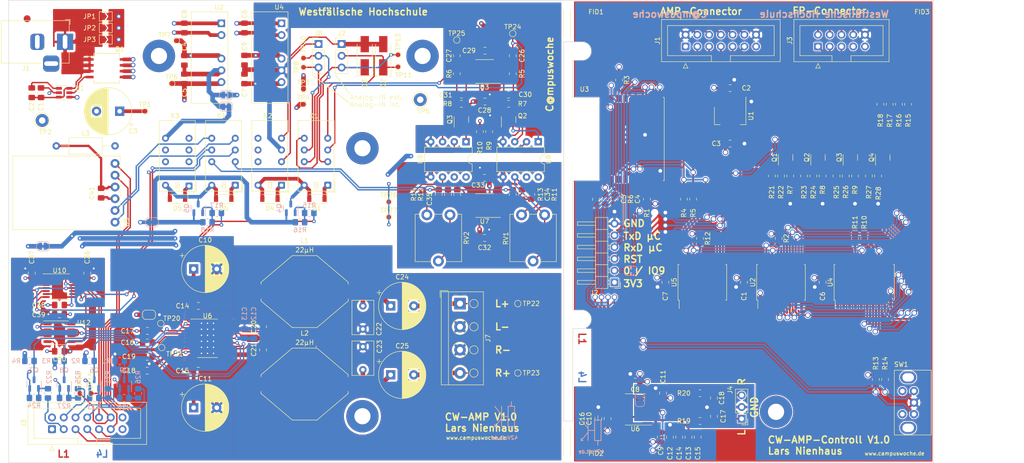
<source format=kicad_pcb>
(kicad_pcb (version 20211014) (generator pcbnew)
  (layers (0 "F.Cu" signal) (1 "In1.Cu" power) (2 "In2.Cu" power) (31 "B.Cu" signal) (34 "B.Paste" user) (35 "F.Paste" user) (36 "B.SilkS" user "B.Silkscreen") (37 "F.SilkS" user "F.Silkscreen") (38 "B.Mask" user) (39 "F.Mask" user) (44 "Edge.Cuts" user))
  (net 0 "")
  (net 1 "GNDREF")
  (net 2 "/Power/Vin")
  (net 3 "Net-(C2-Pad2)")
  (net 4 "V+")
  (net 5 "+5V")
  (net 6 "Net-(Q1-PadG)")
  (net 7 "GND_BT")
  (net 8 "+5VA")
  (net 9 "5V_BT")
  (net 10 "L-In")
  (net 11 "R-In")
  (net 12 "Net-(C22-Pad1)")
  (net 13 "Net-(C23-Pad2)")
  (net 14 "-5V")
  (net 15 "GNDA")
  (net 16 "-5VA")
  (net 17 "Net-(C26-Pad1)")
  (net 18 "Net-(C27-Pad1)")
  (net 19 "Net-(C30-Pad2)")
  (net 20 "Net-(C30-Pad1)")
  (net 21 "Net-(C31-Pad2)")
  (net 22 "Net-(C31-Pad1)")
  (net 23 "Net-(C34-Pad2)")
  (net 24 "Net-(C34-Pad1)")
  (net 25 "Net-(C35-Pad2)")
  (net 26 "Net-(C35-Pad1)")
  (net 27 "Net-(Q2-Pad2)")
  (net 28 "Net-(Q3-Pad2)")
  (net 29 "Net-(R9-Pad2)")
  (net 30 "Net-(R10-Pad2)")
  (net 31 "Net-(R11-Pad2)")
  (net 32 "Net-(R12-Pad2)")
  (net 33 "/Class_D/LIN")
  (net 34 "/Class_D/RIN")
  (net 35 "/Class_D/VCLAMP")
  (net 36 "/Class_D/BYPASS")
  (net 37 "/Class_D/BSL")
  (net 38 "/Class_D/LOUT")
  (net 39 "/Class_D/BSR")
  (net 40 "/Class_D/ROUT")
  (net 41 "/Class_D/L-Out")
  (net 42 "/Class_D/R-Out")
  (net 43 "R-In-ISO")
  (net 44 "L-In-ISO")
  (net 45 "R-In-An")
  (net 46 "L-In-An")
  (net 47 "/Class_D/~{SD}")
  (net 48 "/Class_D/GAIN0")
  (net 49 "/Class_D/GAIN1")
  (net 50 "/Class_D/MUTE")
  (net 51 "L-In-OPA")
  (net 52 "L-In-BT")
  (net 53 "R-In-BT")
  (net 54 "R-In-OPA")
  (net 55 "GND_An_In")
  (net 56 "Net-(C4-Pad1)")
  (net 57 "L-In-USB")
  (net 58 "R-In-USB")
  (net 59 "Net-(C16-Pad2)")
  (net 60 "GND_Input")
  (net 61 "+3V3")
  (net 62 "GNDD")
  (net 63 "Net-(D1-Pad2)")
  (net 64 "Net-(C17-Pad2)")
  (net 69 "GND1")
  (net 71 "Net-(D5-Pad2)")
  (net 72 "GND2")
  (net 73 "~{AMP-Mute}")
  (net 74 "SCL")
  (net 75 "SDA")
  (net 76 "BT-MUTE")
  (net 77 "BT-KEY")
  (net 82 "Net-(U10-Pad6)")
  (net 83 "Net-(U10-Pad11)")
  (net 84 "AMP-ShutDown")
  (net 85 "SELECT-Analog")
  (net 86 "SELECT-BT")
  (net 87 "AMP-GAIN0")
  (net 88 "AMP-GAIN1")
  (net 89 "Net-(Q4-Pad1)")
  (net 90 "Net-(Q5-Pad1)")
  (net 91 "Net-(Q6-Pad1)")
  (net 92 "Net-(Q7-Pad1)")
  (net 93 "Net-(Q8-Pad1)")
  (net 94 "Net-(Q9-Pad1)")
  (net 95 "GND_USB")
  (net 96 "Net-(C41-Pad1)")
  (footprint "Jumper:SolderJumper-2_P1.3mm_Open_TrianglePad1.0x1.5mm" (layer "F.Cu") (at 111 61.5)
    (fp_text reference "JP1")
    (fp_text value "Jumper_2_Open")
  )
  (footprint "MyLib:N-CH-SO-8_5.3x6.2mm_P1.27mm" (layer "F.Cu") (at 111.2 72.705)
    (fp_text reference "Q1")
    (fp_text value "DMT6012LSS")
  )
  (footprint "Connector_BarrelJack:BarrelJack_Horizontal" (layer "F.Cu") (at 102.2 67)
    (fp_text reference "J1")
    (fp_text value "Jack-DC")
  )
  (footprint "Package_TO_SOT_SMD:SOT-23-6" (layer "F.Cu") (at 102 78)
    (fp_text reference "U1")
    (fp_text value "LM74700")
  )
  (footprint "Capacitor_SMD:C_0805_2012Metric_Pad1.18x1.45mm_HandSolder" (layer "F.Cu") (at 141 64 -90)
    (fp_text reference "C6")
    (fp_text value "10µF")
  )
  (footprint "Capacitor_SMD:C_0805_2012Metric_Pad1.18x1.45mm_HandSolder" (layer "F.Cu") (at 141 75 90)
    (fp_text reference "C7")
    (fp_text value "10µF")
  )
  (footprint "Capacitor_SMD:C_0805_2012Metric_Pad1.18x1.45mm_HandSolder" (layer "F.Cu") (at 128 64 -90)
    (fp_text reference "C8")
    (fp_text value "10µF")
  )
  (footprint "office_amp:SIP-7" (layer "F.Cu") (at 149 63 -90)
    (fp_text reference "U4")
    (fp_text value "TBA_2-2421")
  )
  (footprint "MyLib:MH-M18" (layer "F.Cu") (at 113 106 90)
    (fp_text reference "U5")
    (fp_text value "MH-M18")
  )
  (footprint "Capacitor_THT:CP_Radial_D10.0mm_P5.00mm" (layer "F.Cu") (at 130 146.1)
    (fp_text reference "C11")
    (fp_text value "470µF")
  )
  (footprint "Connector_IDC:IDC-Header_2x07_P2.54mm_Vertical" (layer "F.Cu") (at 99.38 150.7525 90)
    (fp_text reference "J3")
    (fp_text value "Conn_02x07_Odd_Even")
  )
  (footprint "Capacitor_SMD:C_0805_2012Metric_Pad1.18x1.45mm_HandSolder" (layer "F.Cu") (at 128 71 90)
    (fp_text reference "C4")
    (fp_text value "10µF")
  )
  (footprint "Capacitor_SMD:C_0805_2012Metric_Pad1.18x1.45mm_HandSolder" (layer "F.Cu") (at 128 75 90)
    (fp_text reference "C5")
    (fp_text value "10µF")
  )
  (footprint "Capacitor_SMD:C_0805_2012Metric_Pad1.18x1.45mm_HandSolder" (layer "F.Cu") (at 141 70.9625 90)
    (fp_text reference "C9")
    (fp_text value "10µF")
  )
  (footprint "Capacitor_SMD:C_0805_2012Metric_Pad1.18x1.45mm_HandSolder" (layer "F.Cu") (at 186.9 70 90)
    (fp_text reference "C27")
    (fp_text value "2,2µF")
  )
  (footprint "Capacitor_SMD:C_0805_2012Metric_Pad1.18x1.45mm_HandSolder" (layer "F.Cu") (at 198.1 78.4)
    (fp_text reference "C30")
    (fp_text value "33pF")
  )
  (footprint "Capacitor_SMD:C_0805_2012Metric_Pad1.18x1.45mm_HandSolder" (layer "F.Cu") (at 187.9 78.4 180)
    (fp_text reference "C31")
    (fp_text value "33pF")
  )
  (footprint "Capacitor_SMD:C_0805_2012Metric_Pad1.18x1.45mm_HandSolder" (layer "F.Cu") (at 192.9 109.4)
    (fp_text reference "C32")
    (fp_text value "100nF")
  )
  (footprint "Capacitor_SMD:C_0805_2012Metric_Pad1.18x1.45mm_HandSolder" (layer "F.Cu") (at 192.9 96.4)
    (fp_text reference "C33")
    (fp_text value "100nF")
  )
  (footprint "Capacitor_SMD:C_0805_2012Metric_Pad1.18x1.45mm_HandSolder" (layer "F.Cu") (at 201 100 90)
    (fp_text reference "C34")
    (fp_text value "100pF")
  )
  (footprint "Capacitor_SMD:C_0805_2012Metric_Pad1.18x1.45mm_HandSolder" (layer "F.Cu") (at 187 100 90)
    (fp_text reference "C35")
    (fp_text value "100pF")
  )
  (footprint "Diode_SMD:D_SOD-123" (layer "F.Cu") (at 156.65 101 180)
    (fp_text reference "D1")
    (fp_text value "1N4148W")
  )
  (footprint "Diode_SMD:D_SOD-123" (layer "F.Cu") (at 126.5 101 180)
    (fp_text reference "D5")
    (fp_text value "1N4148W")
  )
  (footprint "Diode_SMD:D_SOD-123" (layer "F.Cu") (at 136.5 101 180)
    (fp_text reference "D6")
    (fp_text value "1N4148W")
  )
  (footprint "Relay_THT:Relay_DPDT_Kemet_EC2" (layer "F.Cu") (at 159 98 180)
    (fp_text reference "K1")
    (fp_text value "EC2-24NU")
  )
  (footprint "Relay_THT:Relay_DPDT_Kemet_EC2" (layer "F.Cu") (at 139 98 180)
    (fp_text reference "K4")
    (fp_text value "EC2-24NU")
  )
  (footprint "Resistor_SMD:R_0805_2012Metric_Pad1.20x1.40mm_HandSolder" (layer "F.Cu") (at 186.9 73.9 90)
    (fp_text reference "R6")
    (fp_text value "22K")
  )
  (footprint "Resistor_SMD:R_0805_2012Metric_Pad1.20x1.40mm_HandSolder" (layer "F.Cu") (at 193.9 86.4 -90)
    (fp_text reference "R9")
    (fp_text value "100R")
  )
  (footprint "Resistor_SMD:R_0805_2012Metric_Pad1.20x1.40mm_HandSolder" (layer "F.Cu") (at 191.9 86.4 -90)
    (fp_text reference "R10")
    (fp_text value "100R")
  )
  (footprint "Resistor_SMD:R_0805_2012Metric_Pad1.20x1.40mm_HandSolder" (layer "F.Cu") (at 203 100 90)
    (fp_text reference "R11")
    (fp_text value "15K")
  )
  (footprint "Resistor_SMD:R_0805_2012Metric_Pad1.20x1.40mm_HandSolder" (layer "F.Cu") (at 185 100 90)
    (fp_text reference "R12")
    (fp_text value "15K")
  )
  (footprint "Resistor_SMD:R_0805_2012Metric_Pad1.20x1.40mm_HandSolder" (layer "F.Cu") (at 199 100 -90)
    (fp_text reference "R13")
    (fp_text value "1K")
  )
  (footprint "Resistor_SMD:R_0805_2012Metric_Pad1.20x1.40mm_HandSolder" (layer "F.Cu") (at 183 100 -90)
    (fp_text reference "R14")
    (fp_text value "1K")
  )
  (footprint "Potentiometer_THT:Potentiometer_ACP_CA9-V10_Vertical" (layer "F.Cu") (at 200.9 104.4 -90)
    (fp_text reference "RV1")
    (fp_text value "10K")
  )
  (footprint "Potentiometer_THT:Potentiometer_ACP_CA9-V10_Vertical" (layer "F.Cu") (at 180.425 104.4 -90)
    (fp_text reference "RV2")
    (fp_text value "10K")
  )
  (footprint "office_amp:SIP-7" (layer "F.Cu") (at 136 63 -90)
    (fp_text reference "U2")
    (fp_text value "TBA_2-2421")
  )
  (footprint "Package_DIP:DIP-8_W7.62mm" (layer "F.Cu") (at 188.9 88.6 -90)
    (fp_text reference "U9")
    (fp_text value "IL300")
  )
  (footprint "Jumper:SolderJumper-2_P1.3mm_Open_TrianglePad1.0x1.5mm" (layer "F.Cu") (at 111 64)
    (fp_text reference "JP2")
    (fp_text value "Jumper_2_Open")
  )
  (footprint "Capacitor_THT:CP_Radial_D10.0mm_P5.00mm" (layer "F.Cu") (at 114 82 180)
    (fp_text reference "C3")
    (fp_text value "470µF")
  )
  (footprint "Capacitor_SMD:C_0805_2012Metric_Pad1.18x1.45mm_HandSolder" (layer "F.Cu") (at 97 78 90)
    (fp_text reference "C1")
    (fp_text value "22nF")
  )
  (footprint "Capacitor_SMD:C_0805_2012Metric_Pad1.18x1.45mm_HandSolder" (layer "F.Cu") (at 95 78 90)
    (fp_text reference "C2")
    (fp_text value "100nF")
  )
  (footprint "Package_DIP:DIP-8_W7.62mm" (layer "F.Cu") (at 204.52 88.6 -90)
    (fp_text reference "U8")
    (fp_text value "IL300")
  )
  (footprint "Capacitor_SMD:C_0805_2012Metric_Pad1.18x1.45mm_HandSolder" (layer "F.Cu") (at 193 68.9)
    (fp_text reference "C29")
    (fp_text value "100nF")
  )
  (footprint "Resistor_SMD:R_0805_2012Metric_Pad1.20x1.40mm_HandSolder" (layer "F.Cu") (at 199 73.9 90)
    (fp_text reference "R5")
    (fp_text value "22K")
  )
  (footprint "Capacitor_SMD:C_0805_2012Metric_Pad1.18x1.45mm_HandSolder" (layer "F.Cu") (at 199 70 90)
    (fp_text reference "C26")
    (fp_text value "2,2µF")
  )
  (footprint "Resistor_SMD:R_0805_2012Metric_Pad1.20x1.40mm_HandSolder" (layer "F.Cu") (at 198.1 80.4)
    (fp_text reference "R7")
    (fp_text value "39K")
  )
  (footprint "Package_TO_SOT_SMD:SOT-23" (layer "F.Cu") (at 198.1 83.8 90)
    (fp_text reference "Q2")
    (fp_text value "BC858")
  )
  (footprint "Package_TO_SOT_SMD:SOT-23" (layer "F.Cu") (at 187.9 83.8 90)
    (fp_text reference "Q3")
    (fp_text value "BC858")
  )
  (footprint "Resistor_SMD:R_0805_2012Metric_Pad1.20x1.40mm_HandSolder" (layer "F.Cu") (at 187.9 80.4 180)
    (fp_text reference "R8")
    (fp_text value "39K")
  )
  (footprint "Capacitor_SMD:C_0805_2012Metric_Pad1.18x1.45mm_HandSolder" (layer "F.Cu") (at 193 79.9)
    (fp_text reference "C28")
    (fp_text value "100nF")
  )
  (footprint "Connector_PinHeader_2.54mm:PinHeader_1x03_P2.54mm_Vertical" (layer "F.Cu") (at 157 67.475)
    (fp_text reference "J8")
    (fp_text value "Conn_01x03_Female")
  )
  (footprint "Diode_SMD:D_SOD-123" (layer "F.Cu") (at 146.5 101 180)
    (fp_text reference "D4")
    (fp_text value "1N4148W")
  )
  (footprint "Capacitor_THT:C_Rect_L7.2mm_W4.5mm_P5.00mm_FKS2_FKP2_MKS2_MKP2" (layer "F.Cu") (at 166.6 124.1 -90)
    (fp_text reference "C22")
    (fp_text value "680nF")
  )
  (footprint "Package_SO:HTSSOP-24-1EP_4.4x7.8mm_P0.65mm_EP3.4x7.8mm_Mask2.4x4.68mm_ThermalVias" (layer "F.Cu") (at 133 131.1)
    (fp_text reference "U6")
    (fp_text value "TPA3123D2")
  )
  (footprint "Capacitor_SMD:C_0805_2012Metric_Pad1.18x1.45mm_HandSolder" (layer "F.Cu") (at 145 128.6 -90)
    (fp_text reference "C20")
    (fp_text value "220nF")
  )
  (footprint "TerminalBlock_RND:TerminalBlock_RND_205-00003_1x04_P5.00mm_Horizontal" (layer "F.Cu") (at 187.6 123.6 -90)
    (fp_text reference "J7")
    (fp_text value "Screw_Terminal_01x04")
  )
  (footprint "Capacitor_SMD:C_0805_2012Metric_Pad1.18x1.45mm_HandSolder" (layer "F.Cu") (at 120 129.5 180)
    (fp_text reference "C17")
    (fp_text value "2µ2F")
  )
  (footprint "Capacitor_THT:CP_Radial_D10.0mm_P5.00mm" (layer "F.Cu") (at 172.6 139)
    (fp_text reference "C25")
    (fp_text value "470µF")
  )
  (footprint "office_amp:L_Bourns-PM5022" (layer "F.Cu") (at 154 121)
    (fp_text reference "L1")
    (fp_text value "22µH")
  )
  (footprint "Jumper:SolderJumper-2_P1.3mm_Bridged_RoundedPad1.0x1.5mm" (layer "F.Cu") (at 120.35 126 180)
    (fp_text reference "STAR1")
    (fp_text value "SolderJumper_2_Bridged")
  )
  (footprint "Capacitor_SMD:C_0805_2012Metric_Pad1.18x1.45mm_HandSolder" (layer "F.Cu") (at 145 133.6 90)
    (fp_text reference "C21")
    (fp_text value "220nF")
  )
  (footprint "Capacitor_SMD:C_0805_2012Metric_Pad1.18x1.45mm_HandSolder" (layer "F.Cu") (at 119.9625 135.1 180)
    (fp_text reference "C19")
    (fp_text value "1µF")
  )
  (footprint "Capacitor_THT:C_Rect_L7.2mm_W4.5mm_P5.00mm_FKS2_FKP2_MKS2_MKP2" (layer "F.Cu") (at 166.6 132.9 -90)
    (fp_text reference "C23")
    (fp_text value "680nF")
  )
  (footprint "Capacitor_SMD:C_0805_2012Metric_Pad1.18x1.45mm_HandSolder" (layer "F.Cu") (at 131 138.1)
    (fp_text reference "C15")
    (fp_text value "1µF")
  )
  (footprint "Capacitor_SMD:C_0805_2012Metric_Pad1.18x1.45mm_HandSolder" (layer "F.Cu") (at 131.0375 124.1)
    (fp_text reference "C14")
    (fp_text value "1µF")
  )
  (footprint "Capacitor_THT:CP_Radial_D10.0mm_P5.00mm" (layer "F.Cu") (at 172.6 124.1)
    (fp_text reference "C24")
    (fp_text value "470µF")
  )
  (footprint "office_amp:L_Bourns-PM5022" (layer "F.Cu") (at 154 141)
    (fp_text reference "L2")
    (fp_text value "22µH")
  )
  (footprint "Capacitor_THT:CP_Radial_D10.0mm_P5.00mm" (layer "F.Cu") (at 130 116.1)
    (fp_text reference "C10")
    (fp_text value "470µF")
  )
  (footprint "Capacitor_SMD:C_0805_2012Metric_Pad1.18x1.45mm_HandSolder" (layer "F.Cu") (at 119.9625 138.1 180)
    (fp_text reference "C18")
    (fp_text value "1µF")
  )
  (footprint "Capacitor_SMD:C_0805_2012Metric_Pad1.18x1.45mm_HandSolder" (layer "F.Cu") (at 120 132 180)
    (fp_text reference "C16")
    (fp_text value "2µ2F")
  )
  (footprint "Relay_THT:Relay_DPDT_Kemet_EC2" (layer "F.Cu") (at 129 98 180)
    (fp_text reference "K3")
    (fp_text value "EC2-24NU")
  )
  (footprint "Connector_PinHeader_2.54mm:PinHeader_1x03_P2.54mm_Vertical" (layer "F.Cu") (at 162 67.475)
    (fp_text reference "J2")
    (fp_text value "Conn_01x03_Female")
  )
  (footprint "Relay_THT:Relay_DPDT_Kemet_EC2" (layer "F.Cu") (at 149 98 180)
    (fp_text reference "K2")
    (fp_text value "EC2-24NU")
  )
  (footprint "Package_SO:SOIC-20W_7.5x12.8mm_P1.27mm" (layer "F.Cu") (at 275 119 90)
    (fp_text reference "U4")
    (fp_text value "AT42QT2120-CommsMode")
  )
  (footprint "TestPoint:TestPoint_Pad_D1.0mm" (layer "F.Cu") (at 200.1 138.6)
    (fp_text reference "TP23")
    (fp_text value "TestPoint")
  )
  (footprint "TestPoint:TestPoint_Pad_D1.0mm" (layer "F.Cu") (at 122.9 127.9)
    (fp_text reference "TP20")
    (fp_text value "TestPoint")
  )
  (footprint "Capacitor_SMD:C_0805_2012Metric_Pad1.18x1.45mm_HandSolder" (layer "F.Cu") (at 246 77)
    (fp_text reference "C2")
    (fp_text value "1µF")
  )
  (footprint "TestPoint:TestPoint_Pad_D1.0mm" (layer "F.Cu") (at 172.2 104.9)
    (fp_text reference "TP27")
    (fp_text value "TestPoint")
  )
  (footprint "Capacitor_SMD:C_0805_2012Metric_Pad1.18x1.45mm_HandSolder" (layer "F.Cu") (at 249 119 -90)
    (fp_text reference "C1")
    (fp_text value "100nF")
  )
  (footprint "MountingHole:MountingHole_3.5mm_Pad" (layer "F.Cu") (at 179.5 70.05)
    (fp_text reference "REF**")
    (fp_text value "MountingHole_3.5mm_Pad")
  )
  (footprint "Capacitor_SMD:C_0805_2012Metric_Pad1.18x1.45mm_HandSolder" (layer "F.Cu") (at 219.5 148.475 90)
    (fp_text reference "C10")
    (fp_text value "100nF")
  )
  (footprint "Fiducial:Fiducial_1.5mm_Mask3mm" (layer "F.Cu") (at 217 63)
    (fp_text reference "FID1")
    (fp_text value "Fiducial")
  )
  (footprint "Resistor_SMD:R_0805_2012Metric_Pad1.20x1.40mm_HandSolder" (layer "F.Cu") (at 282.5 80.5 -90)
    (fp_text reference "R16")
    (fp_text value "4k7")
  )
  (footprint "Capacitor_SMD:C_0805_2012Metric_Pad1.18x1.45mm_HandSolder" (layer "F.Cu") (at 242.5 147.975 90)
    (fp_text reference "C17")
    (fp_text value "1µF")
  )
  (footprint "Capacitor_SMD:C_0805_2012Metric_Pad1.18x1.45mm_HandSolder" (layer "F.Cu") (at 101 133.9 180)
    (fp_text reference "C40")
    (fp_text value "100nF")
  )
  (footprint "Resistor_SMD:R_0805_2012Metric_Pad1.20x1.40mm_HandSolder" (layer "F.Cu") (at 228 101 90)
    (fp_text reference "R1")
    (fp_text value "10k")
  )
  (footprint "Espressif:ESP32-C3-WROOM-02" (layer "F.Cu") (at 223 88 90)
    (fp_text reference "U3")
    (fp_text value "ESP32-C3-WROOM-02")
  )
  (footprint "Package_TO_SOT_SMD:SOT-223-3_TabPin2" (layer "F.Cu") (at 246 83 -90)
    (fp_text reference "U1")
    (fp_text value "LDL1117S33R")
  )
  (footprint "Connector_PinHeader_2.54mm:PinHeader_1x03_P2.54mm_Vertical" (layer "F.Cu") (at 248.5 148.5 180)
    (fp_text reference "J4")
    (fp_text value "Conn_01x03_Male")
  )
  (footprint "Fiducial:Fiducial_1.5mm_Mask3mm" (layer "F.Cu") (at 287.5 63)
    (fp_text reference "FID3")
    (fp_text value "Fiducial")
  )
  (footprint "TestPoint:TestPoint_Pad_D1.0mm" (layer "F.Cu") (at 174.2 69.8)
    (fp_text reference "TP13")
    (fp_text value "TestPoint")
  )
  (footprint "Capacitor_SMD:C_0805_2012Metric_Pad1.18x1.45mm_HandSolder" (layer "F.Cu") (at 101 125.9 180)
    (fp_text reference "C39")
    (fp_text value "100nF")
  )
  (footprint "Capacitor_SMD:C_0805_2012Metric_Pad1.18x1.45mm_HandSolder" (layer "F.Cu") (at 266 119 90)
    (fp_text reference "C6")
    (fp_text value "1µF")
  )
  (footprint "TestPoint:TestPoint_Pad_D1.0mm" (layer "F.Cu") (at 172.2 101.6)
    (fp_text reference "TP26")
    (fp_text value "TestPoint")
  )
  (footprint "Resistor_SMD:R_0805_2012Metric_Pad1.20x1.40mm_HandSolder" (layer "F.Cu") (at 278.5 80.5 -90)
    (fp_text reference "R18")
    (fp_text value "4k7")
  )
  (footprint "Package_TO_SOT_SMD:SOT-23" (layer "F.Cu") (at 272 92 90)
    (fp_text reference "Q3")
    (fp_text value "BC850")
  )
  (footprint "MountingHole:MountingHole_3.5mm_Pad" (layer "F.Cu") (at 166.5 147.95)
    (fp_text reference "REF**")
    (fp_text value "MountingHole_3.5mm_Pad")
  )
  (footprint "Package_TO_SOT_SMD:SOT-23" (layer "F.Cu") (at 279 92 90)
    (fp_text reference "Q4")
    (fp_text value "BC850")
  )
  (footprint "TestPoint:TestPoint_Pad_D1.0mm" (layer "F.Cu") (at 153.75 70.5)
    (fp_text reference "TP10")
    (fp_text value "TestPoint")
  )
  (footprint "Resistor_SMD:R_0805_2012Metric_Pad1.20x1.40mm_HandSolder" (layer "F.Cu") (at 277.5 140 -90)
    (fp_text reference "R13")
    (fp_text value "4k7")
  )
  (footprint "Capacitor_SMD:C_0805_2012Metric_Pad1.18x1.45mm_HandSolder" (layer "F.Cu") (at 233 152.475 90)
    (fp_text reference "C12")
    (fp_text value "1µF")
  )
  (footprint "TestPoint:TestPoint_Loop_D2.60mm_Drill1.4mm_Beaded" (layer "F.Cu") (at 97.25 84)
    (fp_text reference "TP2")
    (fp_text value "TestPoint")
  )
  (footprint "Resistor_SMD:R_0805_2012Metric_Pad1.20x1.40mm_HandSolder" (layer "F.Cu") (at 266 96 -90)
    (fp_text reference "R8")
    (fp_text value "33k")
  )
  (footprint "Resistor_SMD:R_0805_2012Metric_Pad1.20x1.40mm_HandSolder" (layer "F.Cu") (at 255 96 90)
    (fp_text reference "R21")
    (fp_text value "10k")
  )
  (footprint "TestPoint:TestPoint_Pad_D1.0mm" (layer "F.Cu") (at 126.25 66.75)
    (fp_text reference "TP7")
    (fp_text value "TestPoint")
  )
  (footprint "Capacitor_SMD:C_0805_2012Metric_Pad1.18x1.45mm_HandSolder" (layer "F.Cu") (at 246 89)
    (fp_text reference "C3")
    (fp_text value "10µF")
  )
  (footprint "Capacitor_SMD:C_0805_2012Metric_Pad1.18x1.45mm_HandSolder" (layer "F.Cu") (at 225.4625 140.475 180)
    (fp_text reference "C8")
    (fp_text value "10µF")
  )
  (footprint "Resistor_SMD:R_0805_2012Metric_Pad1.20x1.40mm_HandSolder" (layer "F.Cu") (at 256.5 109.5 -90)
    (fp_text reference "R2")
    (fp_text value "10k")
  )
  (footprint "Package_SO:TSSOP-20_4.4x6.5mm_P0.65mm" (layer "F.Cu") (at 225.5 146.475 180)
    (fp_text reference "U6")
    (fp_text value "PCM5100A")
  )
  (footprint "Capacitor_SMD:C_0805_2012Metric_Pad1.18x1.45mm_HandSolder" (layer "F.Cu") (at 235 152.475 90)
    (fp_text reference "C14")
    (fp_text value "1µF")
  )
  (footprint "Package_TO_SOT_SMD:SOT-23" (layer "F.Cu") (at 265 92 90)
    (fp_text reference "Q2")
    (fp_text value "BC850")
  )
  (footprint "Capacitor_SMD:C_0805_2012Metric_Pad1.18x1.45mm_HandSolder" (layer "F.Cu") (at 217 101.0375 -90)
    (fp_text reference "C5")
    (fp_text value "100nF")
  )
  (footprint "Resistor_SMD:R_0805_2012Metric_Pad1.20x1.40mm_HandSolder" (layer "F.Cu") (at 264 96 90)
    (fp_text reference "R24")
    (fp_text value "10k")
  )
  (footprint "Resistor_SMD:R_0805_2012Metric_Pad1.20x1.40mm_HandSolder" (layer "F.Cu") (at 222 75.25 -90)
    (fp_text reference "R3")
    (fp_text value "10k")
  )
  (footprint "Capacitor_SMD:C_0805_2012Metric_Pad1.18x1.45mm_HandSolder" (layer "F.Cu") (at 221 101.0375 90)
    (fp_text reference "C4")
    (fp_text value "1µF")
  )
  (footprint "Jumper:SolderJumper-2_P1.3mm_Open_TrianglePad1.0x1.5mm" (layer "F.Cu") (at 111 66.5)
    (fp_text reference "JP3")
    (fp_text value "Jumper_2_Open")
  )
  (footprint "TestPoint:TestPoint_Pad_D1.0mm" (layer "F.Cu") (at 199 65.2)
    (fp_text reference "TP24")
    (fp_text value "TestPoint")
  )
  (footprint "Capacitor_SMD:C_0805_2012Metric_Pad1.18x1.45mm_HandSolder" (layer "F.Cu") (at 231.5 142.9375 90)
    (fp_text reference "C11")
    (fp_text value "100nF")
  )
  (footprint "TestPoint:TestPoint_Pad_D1.0mm" (layer "F.Cu") (at 200.1 123.6)
    (fp_text reference "TP22")
    (fp_text value "TestPoint")
  )
  (footprint "Resistor_SMD:R_0805_2012Metric_Pad1.20x1.40mm_HandSolder" (layer "F.Cu") (at 269 96 90)
    (fp_text reference "R25")
    (fp_text value "10k")
  )
  (footprint "Fiducial:Fiducial_1.5mm_Mask3mm" (layer "F.Cu") (at 94 62)
    (fp_text reference "FID1")
    (fp_text value "Fiducial")
  )
  (footprint "TestPoint:TestPoint_Pad_D1.0mm" (layer "F.Cu") (at 119.5 82)
    (fp_text reference "TP1")
    (fp_text value "TestPoint")
  )
  (footprint "Resistor_SMD:R_0805_2012Metric_Pad1.20x1.40mm_HandSolder" (layer "F.Cu") (at 284.5 80.5 -90)
    (fp_text reference "R15")
    (fp_text value "4k7")
  )
  (footprint "Capacitor_SMD:C_0805_2012Metric_Pad1.18x1.45mm_HandSolder" (layer "F.Cu") (at 107 117 90)
    (fp_text reference "C36")
    (fp_text value "100nF")
  )
  (footprint "Resistor_SMD:R_0805_2012Metric_Pad1.20x1.40mm_HandSolder" (layer "F.Cu") (at 271 96 90)
    (fp_text reference "R26")
    (fp_text value "10k")
  )
  (footprint "TestPoint:TestPoint_Pad_D1.0mm" (layer "F.Cu") (at 186.9 66.6)
    (fp_text reference "TP25")
    (fp_text value "TestPoint")
  )
  (footprint "Package_SO:SOIC-16W_7.5x10.3mm_P1.27mm" (layer "F.Cu") (at 240 119 90)
    (fp_text reference "U5")
    (fp_text value "PCF8574")
  )
  (footprint "Resistor_SMD:R_0805_2012Metric_Pad1.20x1.40mm_HandSolder" (layer "F.Cu") (at 273 96 -90)
    (fp_text reference "R9")
    (fp_text value "9k1")
  )
  (footprint "TestPoint:TestPoint_Pad_D1.0mm" (layer "F.Cu") (at 105.4 143)
    (fp_text reference "TP14")
    (fp_text value "TestPoint")
  )
  (footprint "Package_SO:SO-8_3.9x4.9mm_P1.27mm" (layer "F.Cu") (at 101 129.9)
    (fp_text reference "U12")
    (fp_text value "TL082")
  )
  (footprint "Resistor_SMD:R_0805_2012Metric_Pad1.20x1.40mm_HandSolder" (layer "F.Cu") (at 278 96 90)
    (fp_text reference "R28")
    (fp_text value "10k")
  )
  (footprint "TestPoint:TestPoint_Pad_D1.0mm" (layer "F.Cu") (at 174.2 72.4)
    (fp_text reference "TP11")
    (fp_text value "TestPoint")
  )
  (footprint "Resistor_SMD:R_0805_2012Metric_Pad1.20x1.40mm_HandSolder" (layer "F.Cu") (at 276 96 90)
    (fp_text reference "R27")
    (fp_text value "10k")
  )
  (footprint "Capacitor_SMD:C_0805_2012Metric_Pad1.18x1.45mm_HandSolder" (layer "F.Cu") (at 110 99.7 -90)
    (fp_text reference "C41")
    (fp_text value "10µF")
  )
  (footprint "Resistor_SMD:R_0805_2012Metric_Pad1.20x1.40mm_HandSolder" (layer "F.Cu") (at 239.5 109.5 -90)
    (fp_text reference "R12")
    (fp_text value "10k")
  )
  (footprint "TestPoint:TestPoint_Pad_D1.0mm" (layer "F.Cu") (at 107.8 143)
    (fp_text reference "TP15")
    (fp_text value "TestPoint")
  )
  (footprint "Resistor_SMD:R_0805_2012Metric_Pad1.20x1.40mm_HandSolder" (layer "F.Cu") (at 238 101 90)
    (fp_text reference "R5")
    (fp_text value "10k")
  )
  (footprint "Capacitor_SMD:C_0805_2012Metric_Pad1.18x1.45mm_HandSolder" (layer "F.Cu") (at 237 152.475 90)
    (fp_text reference "C13")
    (fp_text value "1µF")
  )
  (footprint "Diode_SMD:D_SMA_Handsoldering" (layer "F.Cu") (at 171 70 90)
    (fp_text reference "D2")
    (fp_text value "WE 824500700")
  )
  (footprint "Package_SO:TSSOP-16_4.4x5mm_P0.65mm" (layer "F.Cu") (at 101 119.9)
    (fp_text reference "U10")
    (fp_text value "DS1882E")
  )
  (footprint "Resistor_SMD:R_0805_2012Metric_Pad1.20x1.40mm_HandSolder" (layer "F.Cu") (at 236 101 90)
    (fp_text reference "R4")
    (fp_text value "10k")
  )
  (footprint "Fiducial:Fiducial_1.5mm_Mask3mm" (layer "F.Cu") (at 206 62)
    (fp_text reference "FID2")
    (fp_text value "Fiducial")
  )
  (footprint "office_amp:ALPS_STEC11B" (layer "F.Cu") (at 284.5 145)
    (fp_text reference "SW1")
    (fp_text value "RotaryEncoder")
  )
  (footprint "Package_SO:SO-8_3.9x4.9mm_P1.27mm" (layer "F.Cu") (at 192.9 102.4 180)
    (fp_text reference "U7")
    (fp_text value "TL082")
  )
  (footprint "TestPoint:TestPoint_Pad_D1.0mm" (layer "F.Cu") (at 153.75 77.25)
    (fp_text reference "TP3")
    (fp_text value "TestPoint")
  )
  (footprint "Resistor_SMD:R_0805_2012Metric_Pad1.20x1.40mm_HandSolder" (layer "F.Cu") (at 273 109.5 -90)
    (fp_text reference "R11")
    (fp_text value "9k1")
  )
  (footprint "Capacitor_SMD:C_0805_2012Metric_Pad1.18x1.45mm_HandSolder" (layer "F.Cu") (at 239 152.475 90)
    (fp_text reference "C15")
    (fp_text value "1µF")
  )
  (footprint "TestPoint:TestPoint_Pad_D1.0mm" (layer "F.Cu") (at 123.1 133.1)
    (fp_text reference "TP21")
    (fp_text value "TestPoint")
  )
  (footprint "Capacitor_SMD:C_0805_2012Metric_Pad1.18x1.45mm_HandSolder" (layer "F.Cu") (at 101 123.9 180)
    (fp_text reference "C38")
    (fp_text value "100nF")
  )
  (footprint "Resistor_SMD:R_0805_2012Metric_Pad1.20x1.40mm_HandSolder" (layer "F.Cu") (at 239.5 142.975)
    (fp_text reference "R20")
    (fp_text value "~")
  )
  (footprint "Diode_SMD:D_SMA_Handsoldering" (layer "F.Cu") (at 167 70 90)
    (fp_text reference "D3")
    (fp_text value "WE 824500700")
  )
  (footprint "Resistor_SMD:R_0805_2012Metric_Pad1.20x1.40mm_HandSolder" (layer "F.Cu") (at 280.5 80.5 -90)
    (fp_text reference "R17")
    (fp_text value "4k7")
  )
  (footprint "Inductor_THT:L_Axial_L7.0mm_D3.3mm_P12.70mm_Horizontal_Fastron_MICC" (layer "F.Cu") (at 100.3 89.5)
    (fp_text reference "L3")
    (fp_text value "100µH")
  )
  (footprint "Capacitor_SMD:C_0805_2012Metric_Pad1.18x1.45mm_HandSolder" (layer "F.Cu") (at 232 119 -90)
    (fp_text reference "C7")
    (fp_text value "100nF")
  )
  (footprint "Capacitor_SMD:C_0805_2012Metric_Pad1.18x1.45mm_HandSolder" (layer "F.Cu") (at 217.5 148.475 90)
    (fp_text reference "C16")
    (fp_text value "100nF")
  )
  (footprint "MountingHole:MountingHole_3.5mm_Pad" (layer "F.Cu") (at 166.5 90)
    (fp_text reference "REF**")
    (fp_text value "MountingHole_3.5mm_Pad")
  )
  (footprint "Connector_PinHeader_2.54mm:PinHeader_1x06_P2.54mm_Horizontal" (layer "F.Cu") (at 221 119 180)
    (fp_text reference "J2")
    (fp_text value "Conn_01x06")
  )
  (footprint "TestPoint:TestPoint_Loop_D2.60mm_Drill1.4mm_Beaded" (layer "F.Cu") (at 179 79.5)
    (fp_text reference "TP5")
    (fp_text value "TestPoint")
  )
  (footprint "MountingHole:MountingHole_3.5mm_Pad" (layer "F.Cu") (at 122.5 70.05)
    (fp_text reference "REF**")
    (fp_text value "MountingHole_3.5mm_Pad")
  )
  (footprint "Resistor_SMD:R_0805_2012Metric_Pad1.20x1.40mm_HandSolder" (layer "F.Cu") (at 219 101.0375 -90)
    (fp_text reference "R6")
    (fp_text value "10k")
  )
  (footprint "MountingHole:MountingHole_3.5mm_Pad" (layer "F.Cu") (at 255.930588 147 180)
    (fp_text reference "REF**")
    (fp_text value "MountingHole_3.5mm_Pad")
  )
  (footprint "Connector_IDC:IDC-Header_2x07_P2.54mm_Vertical" (layer "F.Cu") (at 236.38 68 90)
    (fp_text reference "J1")
    (fp_text value "Conn_02x07_Odd_Even")
  )
  (footprint "Resistor_SMD:R_0805_2012Metric_Pad1.20x1.40mm_HandSolder" (layer "F.Cu") (at 262 96 90)
    (fp_text reference "R23")
    (fp_text value "10k")
  )
  (footprint "TestPoint:TestPoint_Pad_D1.0mm" (layer "F.Cu") (at 153.75 72.5)
    (fp_text reference "TP8")
    (fp_text value "TestPoint")
  )
  (footprint "Package_SO:SO-8_3.9x4.9mm_P1.27mm" (layer "F.Cu") (at 192.9 73.4 180)
    (fp_text reference "U3")
    (fp_text value "TL082")
  )
  (footprint "Resistor_SMD:R_0805_2012Metric_Pad1.20x1.40mm_HandSolder" (layer "F.Cu") (at 259 96 -90)
    (fp_text reference "R7")
    (fp_text value "51k")
  )
  (footprint "Package_TO_SOT_SMD:SOT-23" (layer "F.Cu") (at 258 92 90)
    (fp_text reference "Q1")
    (fp_text value "BC850")
  )
  (footprint "Package_SO:SOIC-16W_7.5x10.3mm_P1.27mm" (layer "F.Cu") (at 257 119 90)
    (fp_text reference "U2")
    (fp_text value "PCF8574")
  )
  (footprint "Fiducial:Fiducial_1.5mm_Mask3mm" (layer "F.Cu") (at 206 154)
    (fp_text reference "FID3")
    (fp_text value "Fiducial")
  )
  (footprint "TestPoint:TestPoint_Pad_D1.0mm" (layer "F.Cu") (at 153.75 80.5)
    (fp_text reference "TP4")
    (fp_text value "TestPoint")
  )
  (footprint "TestPoint:TestPoint_Pad_D1.0mm" (layer "F.Cu") (at 125.25 76)
    (fp_text reference "TP6")
    (fp_text value "TestPoint")
  )
  (footprint "Fiducial:Fiducial_1.5mm_Mask3mm" (layer "F.Cu") (at 217 153)
    (fp_text reference "FID2")
    (fp_text value "Fiducial")
  )
  (footprint "Capacitor_SMD:C_0805_2012Metric_Pad1.18x1.45mm_HandSolder" (layer "F.Cu") (at 95 117 -90)
    (fp_text reference "C37")
    (fp_text value "100nF")
  )
  (footprint "Resistor_SMD:R_0805_2012Metric_Pad1.20x1.40mm_HandSolder" (layer "F.Cu") (at 239.5 148.975)
    (fp_text reference "R19")
    (fp_text value "470R")
  )
  (footprint "Resistor_SMD:R_0805_2012Metric_Pad1.20x1.40mm_HandSolder" (layer "F.Cu") (at 257 96 90)
    (fp_text reference "R22")
    (fp_text value "10k")
  )
  (footprint "Capacitor_SMD:C_0805_2012Metric_Pad1.18x1.45mm_HandSolder" (layer "F.Cu") (at 231 152.475 90)
    (fp_text reference "C9")
    (fp_text value "100nF")
  )
  (footprint "Resistor_SMD:R_0805_2012Metric_Pad1.20x1.40mm_HandSolder" (layer "F.Cu") (at 279.5 140 -90)
    (fp_text reference "R14")
    (fp_text value "4k7")
  )
  (footprint "Connector_IDC:IDC-Header_2x05_P2.54mm_Vertical" (layer "F.Cu") (at 265 68 90)
    (fp_text reference "J3")
    (fp_text value "Conn_02x05_Odd_Even")
  )
  (footprint "Resistor_SMD:R_0805_2012Metric_Pad1.20x1.40mm_HandSolder" (layer "F.Cu") (at 275 109.5 90)
    (fp_text reference "R10")
    (fp_text value "39k")
  )
  (footprint "Capacitor_SMD:C_0805_2012Metric_Pad1.18x1.45mm_HandSolder" (layer "F.Cu") (at 242.5 144.0125 -90)
    (fp_text reference "C18")
    (fp_text value "1µF")
  )
  (footprint "Capacitor_SMD:C_0805_2012Metric_Pad1.18x1.45mm_HandSolder" (layer "B.Cu") (at 141 130.1 90)
    (fp_text reference "C13")
    (fp_text value "100nF")
  )
  (footprint "Resistor_SMD:R_0805_2012Metric_Pad1.20x1.40mm_HandSolder" (layer "B.Cu") (at 114 136 180)
    (fp_text reference "R1")
    (fp_text value "10K")
  )
  (footprint "Resistor_SMD:R_0805_2012Metric_Pad1.20x1.40mm_HandSolder" (layer "B.Cu") (at 107.5 136 180)
    (fp_text reference "R2")
    (fp_text value "10K")
  )
  (footprint "Resistor_SMD:R_0805_2012Metric_Pad1.20x1.40mm_HandSolder" (layer "B.Cu") (at 101 136 180)
    (fp_text reference "R3")
    (fp_text value "10K")
  )
  (footprint "Resistor_SMD:R_0805_2012Metric_Pad1.20x1.40mm_HandSolder" (layer "B.Cu") (at 94.5 136)
    (fp_text reference "R4")
    (fp_text value "10k")
  )
  (footprint "Capacitor_SMD:C_0805_2012Metric_Pad1.18x1.45mm_HandSolder" (layer "B.Cu") (at 143 130.1 90)
    (fp_text reference "C12")
    (fp_text value "10µF")
  )
  (footprint "Resistor_SMD:R_0805_2012Metric_Pad1.20x1.40mm_HandSolder" (layer "B.Cu") (at 133 106)
    (fp_text reference "R18")
    (fp_text value "10k")
  )
  (footprint "Resistor_SMD:R_0805_2012Metric_Pad1.20x1.40mm_HandSolder" (layer "B.Cu") (at 95.5 144)
    (fp_text reference "R24")
    (fp_text value "10k")
  )
  (footprint "Resistor_SMD:R_0805_2012Metric_Pad1.20x1.40mm_HandSolder" (layer "B.Cu") (at 115 144 180)
    (fp_text reference "R28")
    (fp_text value "10k")
  )
  (footprint "Resistor_SMD:R_0805_2012Metric_Pad1.20x1.40mm_HandSolder" (layer "B.Cu") (at 135 104 180)
    (fp_text reference "R17")
    (fp_text value "10k")
  )
  (footprint "Resistor_SMD:R_0805_2012Metric_Pad1.20x1.40mm_HandSolder" (layer "B.Cu") (at 155 104 180)
    (fp_text reference "R15")
    (fp_text value "10k")
  )
  (footprint "Resistor_SMD:R_0805_2012Metric_Pad1.20x1.40mm_HandSolder" (layer "B.Cu") (at 105 143 -90)
    (fp_text reference "R25")
    (fp_text value "10k")
  )
  (footprint "Resistor_SMD:R_0805_2012Metric_Pad1.20x1.40mm_HandSolder" (layer "B.Cu") (at 111.5 143 -90)
    (fp_text reference "R21")
    (fp_text value "10k")
  )
  (footprint "Resistor_SMD:R_0805_2012Metric_Pad1.20x1.40mm_HandSolder" (layer "B.Cu") (at 118 143 -90)
    (fp_text reference "R26")
    (fp_text value "10k")
  )
  (footprint "Jumper:SolderJumper-2_P1.3mm_Bridged_RoundedPad1.0x1.5mm" (layer "B.Cu") (at 97.4 111.2)
    (fp_text reference "STAR3")
    (fp_text value "SolderJumper_2_Bridged")
  )
  (footprint "Package_TO_SOT_SMD:SOT-23" (layer "B.Cu") (at 151 103 90)
    (fp_text reference "Q4")
    (fp_text value "BC850")
  )
  (footprint "Jumper:SolderJumper-2_P1.3mm_Bridged_RoundedPad1.0x1.5mm" (layer "B.Cu") (at 137 81 180)
    (fp_text reference "STAR2")
    (fp_text value "SolderJumper_2_Bridged")
  )
  (footprint "Resistor_SMD:R_0805_2012Metric_Pad1.20x1.40mm_HandSolder" (layer "B.Cu") (at 102 144 180)
    (fp_text reference "R27")
    (fp_text value "10k")
  )
  (footprint "Resistor_SMD:R_0805_2012Metric_Pad1.20x1.40mm_HandSolder" (layer "B.Cu") (at 98.5 143 90)
    (fp_text reference "R22")
    (fp_text value "10k")
  )
  (footprint "Jumper:SolderJumper-2_P1.3mm_Bridged_RoundedPad1.0x1.5mm" (layer "B.Cu") (at 226.5 144.475 -90)
    (fp_text reference "STAR2")
    (fp_text value "SolderJumper_2_Bridged")
  )
  (footprint "Package_TO_SOT_SMD:SOT-23" (layer "B.Cu") (at 115 141 90)
    (fp_text reference "Q9")
    (fp_text value "BC856")
  )
  (footprint "Resistor_SMD:R_0805_2012Metric_Pad1.20x1.40mm_HandSolder" (layer "B.Cu") (at 153 106)
    (fp_text reference "R16")
    (fp_text value "10k")
  )
  (footprint "Jumper:SolderJumper-2_P1.3mm_Bridged_RoundedPad1.0x1.5mm" (layer "B.Cu") (at 121 106 180)
    (fp_text reference "STAR5")
    (fp_text value "SolderJumper_2_Bridged")
  )
  (footprint "Package_TO_SOT_SMD:SOT-23" (layer "B.Cu") (at 131 103 90)
    (fp_text reference "Q5")
    (fp_text value "BC850")
  )
  (footprint "Jumper:SolderJumper-2_P1.3mm_Bridged_RoundedPad1.0x1.5mm" (layer "B.Cu") (at 224.5 116.5 180)
    (fp_text reference "STAR1")
    (fp_text value "SolderJumper_2_Bridged")
  )
  (footprint "Package_TO_SOT_SMD:SOT-23" (layer "B.Cu") (at 102 141 90)
    (fp_text reference "Q8")
    (fp_text value "BC856")
  )
  (footprint "Jumper:SolderJumper-2_P1.3mm_Bridged_RoundedPad1.0x1.5mm" (layer "B.Cu") (at 137 78.5 180)
    (fp_text reference "STAR4")
    (fp_text value "SolderJumper_2_Bridged")
  )
  (footprint "Package_TO_SOT_SMD:SOT-23" (layer "B.Cu") (at 108.5 141 90)
    (fp_text reference "Q6")
    (fp_text value "BC856")
  )
  (footprint "Resistor_SMD:R_0805_2012Metric_Pad1.20x1.40mm_HandSolder" (layer "B.Cu") (at 108.5 144 180)
    (fp_text reference "R23")
    (fp_text value "10k")
  )
  (footprint "Package_TO_SOT_SMD:SOT-23" (layer "B.Cu") (at 95.5 141 90)
    (fp_text reference "Q7")
    (fp_text value "BC850")
  )
  (gr_line (start 195.5 150.2) (end 195.1 150.2) (layer "B.SilkS") (width 0.15))
  (gr_line (start 216.7 148.8) (end 216.7 153.2) (layer "B.SilkS") (width 0.15))
  (gr_line (start 196.6 145.8) (end 196.6 150.2) (layer "B.SilkS") (width 0.15))
  (gr_line (start 215.3 148.8) (end 215.3 153.2) (layer "B.SilkS") (width 0.15))
  (gr_line (start 195.1 145.8) (end 196.6 147.6) (layer "B.SilkS") (width 0.15))
  (gr_line (start 216.7 153.2) (end 218.1 153.2) (layer "B.SilkS") (width 0.15))
  (gr_line (start 217.4 147.8) (end 217.4 148.8) (layer "B.SilkS") (width 0.15))
  (gr_line (start 217.4 154.2) (end 217.4 153.2) (layer "B.SilkS") (width 0.15))
  (gr_line (start 198 150.2) (end 199.4 150.2) (layer "B.SilkS") (width 0.15))
  (gr_line (start 198.7 144.8) (end 198.7 145.8) (layer "B.SilkS") (width 0.15))
  (gr_line (start 195.1 149.7) (end 195.1 150.2) (layer "B.SilkS") (width 0.15))
  (gr_line (start 195.1 150.2) (end 196.6 148.4) (layer "B.SilkS") (width 0.15))
  (gr_line (start 216.7 151) (end 215.3 151) (layer "B.SilkS") (width 0.15))
  (gr_line (start 218.1 148.8) (end 216.7 148.8) (layer "B.SilkS") (width 0.15))
  (gr_line (start 213.8 152.7) (end 213.8 153.2) (layer "B.SilkS") (width 0.15))
  (gr_line (start 218.1 153.2) (end 218.1 148.8) (layer "B.SilkS") (width 0.15))
  (gr_line (start 199.4 150.2) (end 199.4 145.8) (layer "B.SilkS") (width 0.15))
  (gr_line (start 199.4 145.8) (end 198 145.8) (layer "B.SilkS") (width 0.15))
  (gr_line (start 213.8 153.2) (end 215.3 151.4) (layer "B.SilkS") (width 0.15))
  (gr_line (start 156.5 132.7) (end 156.5 133.2) (layer "B.SilkS") (width 0.15))
  (gr_line (start 214.2 153.2) (end 213.8 153.2) (layer "B.SilkS") (width 0.15))
  (gr_line (start 198.7 151.2) (end 198.7 150.2) (layer "B.SilkS") (width 0.15))
  (gr_line (start 198 145.8) (end 198 150.2) (layer "B.SilkS") (width 0.15))
  (gr_line (start 213.8 148.8) (end 215.3 150.6) (layer "B.SilkS") (width 0.15))
  (gr_line (start 198 148) (end 196.6 148) (layer "B.SilkS") (width 0.15))
  (gr_line (start 211.5 150.5) (end 211.5 156.5) (layer "F.SilkS") (width 0.12))
  (gr_line (start 210 150.5) (end 210 156.5) (layer "F.SilkS") (width 0.12))
  (gr_line (start 211.5 60) (end 211.5 66) (layer "F.SilkS") (width 0.12))
  (gr_line (start 210 60) (end 210 66) (layer "F.SilkS") (width 0.12))
  (gr_line (start 155.75 74.25) (end 163.75 80.25) (layer "F.SilkS") (width 0.15))
  (gr_line (start 160.75 74.25) (end 163.75 78.25) (layer "F.SilkS") (width 0.15))
  (gr_line (start 290 158) (end 212 158) (layer "Edge.Cuts") (width 0.1))
  (gr_line (start 90 58) (end 212 58) (layer "Edge.Cuts") (width 0.1))
  (gr_line (start 210 149) (end 212 149) (layer "Edge.Cuts") (width 0.1))
  (gr_line (start 212 97) (end 212 125) (layer "Edge.Cuts") (width 0.1))
  (gr_arc (start 214 125) (mid 216 127) (end 214 129) (layer "Edge.Cuts") (width 0.1))
  (gr_line (start 212 158) (end 90 158) (layer "Edge.Cuts") (width 0.1))
  (gr_line (start 212 79) (end 217.75 79) (layer "Edge.Cuts") (width 0.1))
  (gr_line (start 217.75 79) (end 217.75 97) (layer "Edge.Cuts") (width 0.1))
  (gr_line (start 212 71) (end 212 79) (layer "Edge.Cuts") (width 0.1))
  (gr_line (start 214 67) (end 212 67) (layer "Edge.Cuts") (width 0.1))
  (gr_line (start 210 67) (end 210 149) (layer "Edge.Cuts") (width 0.1))
  (gr_line (start 290 58) (end 290 158) (layer "Edge.Cuts") (width 0.1))
  (gr_line (start 212 58) (end 290 58) (layer "Edge.Cuts") (width 0.1))
  (gr_line (start 212 125) (end 214 125) (layer "Edge.Cuts") (width 0.1))
  (gr_line (start 217.75 97) (end 212 97) (layer "Edge.Cuts") (width 0.1))
  (gr_line (start 214 71) (end 212 71) (layer "Edge.Cuts") (width 0.1))
  (gr_line (start 214 129) (end 212 129) (layer "Edge.Cuts") (width 0.1))
  (gr_line (start 212 149) (end 212 129) (layer "Edge.Cuts") (width 0.1))
  (gr_line (start 210 67) (end 212 67) (layer "Edge.Cuts") (width 0.1))
  (gr_line (start 90 158) (end 90 58) (layer "Edge.Cuts") (width 0.1))
  (gr_arc (start 214 67) (mid 216 69) (end 214 71) (layer "Edge.Cuts") (width 0.1))
  (gr_text "L1" (at 214 131.2 270) (layer "F.Cu") (effects (font (size 1.5 1.5) (thickness 0.3))))
  (gr_text "L1" (at 101.9 156.1) (layer "F.Cu") (effects (font (size 1.5 1.5) (thickness 0.3))))
  (gr_text "L4" (at 214 139.5 270) (layer "B.Cu") (effects (font (size 1.5 1.5) (thickness 0.3)) (justify mirror)))
  (gr_text "L4" (at 110.2 156.1) (layer "B.Cu") (effects (font (size 1.5 1.5) (thickness 0.3)) (justify mirror)))
  (gr_text "42Volt.de" (at 197.3 152.6) (layer "B.SilkS") (effects (font (size 0.8 0.8)) (justify mirror)))
  (gr_text "C@mpuswoche" (at 233 61) (layer "B.SilkS") (effects (font (size 1.5 1.5) (thickness 0.3)) (justify mirror)))
  (gr_text "Westfälische Hochschule" (at 280.5 61) (layer "B.SilkS") (effects (font (size 1.5 1.5) (thickness 0.3)) (justify left mirror)))
  (gr_text "42Volt.de" (at 216 155.6) (layer "B.SilkS") (effects (font (size 0.8 0.8)) (justify mirror)))
  (gr_text "AMP-Connector" (at 230.7 60.4) (layer "F.SilkS") (effects (font (size 1.5 1.5) (thickness 0.3)) (justify left)))
  (gr_text "R-" (at 195 133.6) (layer "F.SilkS") (effects (font (size 1.5 1.5) (thickness 0.3)) (justify left)))
  (gr_text "RST" (at 222.75 114) (layer "F.SilkS") (effects (font (size 1.5 1.5) (thickness 0.3)) (justify left)))
  (gr_text "RxD µC" (at 222.75 111.5) (layer "F.SilkS") (effects (font (size 1.5 1.5) (thickness 0.3)) (justify left)))
  (gr_text "Westfälische Hochschule" (at 152.5 60.5) (layer "F.SilkS") (effects (font (size 1.5 1.5) (thickness 0.3)) (justify left)))
  (gr_text "R" (at 248.5 140.5 90) (layer "F.SilkS") (effects (font (size 1.5 1.5) (thickness 0.3))))
  (gr_text "CW-AMP-Controll V1.0\nLars Nienhaus" (at 254 154.25) (layer "F.SilkS") (effects (font (size 1.5 1.5) (thickness 0.3)) (justify left)))
  (gr_text "L+" (at 195 123.6) (layer "F.SilkS") (effects (font (size 1.5 1.5) (thickness 0.3)) (justify left)))
  (gr_text "FP-Connector" (at 259.3 60.3) (layer "F.SilkS") (effects (font (size 1.5 1.5) (thickness 0.3)) (justify left)))
  (gr_text "GND" (at 222.75 106.25) (layer "F.SilkS") (effects (font (size 1.5 1.5) (thickness 0.3)) (justify left)))
  (gr_text "3V3" (at 222.75 119.25) (layer "F.SilkS") (effects (font (size 1.5 1.5) (thickness 0.3)) (justify left)))
  (gr_text "CW-AMP V1.0\nLars Nienhaus" (at 184.15 149.3) (layer "F.SilkS") (effects (font (size 1.5 1.5) (thickness 0.3)) (justify left)))
  (gr_text "Analog-IN ext.\nAnalog-IN int." (at 163.75 79.75) (layer "F.SilkS") (effects (font (size 1 1) (thickness 0.1)) (justify left)))
  (gr_text "R+\n" (at 195 138.6) (layer "F.SilkS") (effects (font (size 1.5 1.5) (thickness 0.3)) (justify left)))
  (gr_text "L" (at 248.5 151.5 90) (layer "F.SilkS") (effects (font (size 1.5 1.5) (thickness 0.3))))
  (gr_text "www.campuswoche.de" (at 275 156) (layer "F.SilkS") (effects (font (size 0.8 0.8)) (justify left)))
  (gr_text "GND" (at 251.25 146 90) (layer "F.SilkS") (effects (font (size 1.5 1.5) (thickness 0.3))))
  (gr_text "TxD µC" (at 222.75 109) (layer "F.SilkS") (effects (font (size 1.5 1.5) (thickness 0.3)) (justify left)))
  (gr_text "www.campuswoche.de" (at 184.5 152.6) (layer "F.SilkS") (effects (font (size 0.8 0.8)) (justify left)))
  (gr_text "C@mpuswoche" (at 207 74 90) (layer "F.SilkS") (effects (font (size 1.5 1.5) (thickness 0.3))))
  (gr_text "L-" (at 195 128.6) (layer "F.SilkS") (effects (font (size 1.5 1.5) (thickness 0.3)) (justify left)))
  (gr_text "0 / IO9" (at 222.75 116.5) (layer "F.SilkS") (effects (font (size 1.5 1.5) (thickness 0.3)) (justify left)))
  (segment (start 257.05 92.9375) (end 257.05 94.95) (width 0.4) (layer "F.Cu") (net 0))
  (segment (start 226.641096 131.593246) (end 227.206754 131.593246) (width 0.4) (layer "F.Cu") (net 0))
  (segment (start 234.5 155.3) (end 232.994119 155.3) (width 0.4) (layer "F.Cu") (net 0))
  (segment (start 242.4625 148.975) (end 242.5 149.0125) (width 0.4) (layer "F.Cu") (net 0))
  (segment (start 227.85 77.05) (end 227.6 76.8) (width 0.4) (layer "F.Cu") (net 0))
  (segment (start 221.0957 145.5) (end 219.79952 144.203819) (width 0.4) (layer "F.Cu") (net 0))
  (segment (start 276.05549 104.39904) (end 257.99904 104.39904) (width 0.4) (layer "F.Cu") (net 0))
  (segment (start 236.7 152.5) (end 229.9 152.5) (width 0.4) (layer "F.Cu") (net 0))
  (segment (start 273 110.5) (end 273 111.7) (width 0.4) (layer "F.Cu") (net 0))
  (segment (start 219 102.0375) (end 219 101.3) (width 0.4) (layer "F.Cu") (net 0))
  (segment (start 264.05 92.9375) (end 264.05 94.95) (width 0.4) (layer "F.Cu") (net 0))
  (segment (start 273 108.5) (end 275 108.5) (width 0.4) (layer "F.Cu") (net 0))
  (segment (start 225.44952 101.60263) (end 225.44952 130.40167) (width 0.4) (layer "F.Cu") (net 0))
  (segment (start 286.20048 123.81867) (end 286.20048 90.25263) (width 0.4) (layer "F.Cu") (net 0))
  (segment (start 221.25048 148.42452) (end 218.58798 148.42452) (width 0.4) (layer "F.Cu") (net 0))
  (segment (start 284.40192 111.04977) (end 276.55215 103.2) (width 0.4) (layer "F.Cu") (net 0))
  (segment (start 257.635 125.835) (end 258.4 126.6) (width 0.4) (layer "F.Cu") (net 0))
  (segment (start 220.35 79.25) (end 220.35 76.45) (width 0.4) (layer "F.Cu") (net 0))
  (segment (start 278.19666 61.50096) (end 281.79952 65.103821) (width 0.4) (layer "F.Cu") (net 0))
  (segment (start 230 149.2) (end 229.55 148.75) (width 0.4) (layer "F.Cu") (net 0))
  (segment (start 225.44952 130.40167) (end 226.641096 131.593246) (width 0.4) (layer "F.Cu") (net 0))
  (segment (start 283.8024 111.2981) (end 276.30382 103.79952) (width 0.4) (layer "F.Cu") (net 0))
  (segment (start 231.0505 146.8) (end 228.3625 146.8) (width 0.4) (layer "F.Cu") (net 0))
  (segment (start 237 151.4375) (end 237 150.5) (width 0.4) (layer "F.Cu") (net 0))
  (segment (start 282.5 81.5) (end 282.5 85.7043) (width 0.4) (layer "F.Cu") (net 0))
  (segment (start 224.85 130.65) (end 227.2 133) (width 0.4) (layer "F.Cu") (net 0))
  (segment (start 228 100) (end 228 98.8) (width 0.4) (layer "F.Cu") (net 0))
  (segment (start 223.2 101) (end 222.2 100) (width 0.4) (layer "F.Cu") (net 0))
  (segment (start 222.6375 145.5) (end 221.0957 145.5) (width 0.4) (layer "F.Cu") (net 0))
  (segment (start 220.35 96.75) (end 220.35 98.15) (width 0.4) (layer "F.Cu") (net 0))
  (segment (start 219 101.3) (end 219.26298 101.03702) (width 0.4) (layer "F.Cu") (net 0))
  (segment (start 287.4 125.9) (end 287.4 89.75645) (width 0.4) (layer "F.Cu") (net 0))
  (segment (start 272.62 65.46) (end 272.62 63.98) (width 0.4) (layer "F.Cu") (net 0))
  (segment (start 284.6 121.03973) (end 285.00144 120.63829) (width 0.4) (layer "F.Cu") (net 0))
  (segment (start 258.905 108.743361) (end 259.493502 108.154859) (width 0.4) (layer "F.Cu") (net 0))
  (segment (start 221.575 148.1) (end 221.25048 148.42452) (width 0.4) (layer "F.Cu") (net 0))
  (segment (start 237 152.8) (end 236.7 152.5) (width 0.4) (layer "F.Cu") (net 0))
  (segment (start 226.44902 103.5) (end 226.44902 101.45098) (width 0.4) (layer "F.Cu") (net 0))
  (segment (start 257.635 123.65) (end 257.635 125.835) (width 0.4) (layer "F.Cu") (net 0))
  (segment (start 223.2 111.72) (end 223.2 101) (width 0.4) (layer "F.Cu") (net 0))
  (segment (start 283.8024 91.24595) (end 268.88096 76.324509) (width 0.4) (layer "F.Cu") (net 0))
  (segment (start 282.012933 104.035462) (end 283.8024 102.245995) (width 0.4) (layer "F.Cu") (net 0))
  (segment (start 280.60048 65.60048) (end 280.60048 75.99952) (width 0.4) (layer "F.Cu") (net 0))
  (segment (start 258.905 114.35) (end 258.905 108.743361) (width 0.4) (layer "F.Cu") (net 0))
  (segment (start 218.58798 148.42452) (end 217.5 149.5125) (width 0.4) (layer "F.Cu") (net 0))
  (segment (start 219.26298 101.03702) (end 220.76298 101.03702) (width 0.4) (layer "F.Cu") (net 0))
  (segment (start 264.39952 103.79952) (end 262 101.4) (width 0.4) (layer "F.Cu") (net 0))
  (segment (start 286.8 124.632657) (end 285.817303 125.615354) (width 0.4) (layer "F.Cu") (net 0))
  (segment (start 284.40192 119.167689) (end 284.40192 111.04977) (width 0.4) (layer "F.Cu") (net 0))
  (segment (start 271.05 94.95) (end 271 95) (width 0.4) (layer "F.Cu") (net 0))
  (segment (start 216.800051 123.200051) (end 216.800051 122.2) (width 0.4) (layer "F.Cu") (net 0))
  (segment (start 229.4 150.7) (end 230 150.1) (width 0.4) (layer "F.Cu") (net 0))
  (segment (start 265.95 94.95) (end 266 95) (width 0.4) (layer "F.Cu") (net 0))
  (segment (start 287.4 89.75645) (end 284.5 86.85645) (width 0.4) (layer "F.Cu") (net 0))
  (segment (start 257.99904 104.39904) (end 255 101.4) (width 0.4) (layer "F.Cu") (net 0))
  (segment (start 279.445 123.65) (end 279.445 125.445) (width 0.4) (layer "F.Cu") (net 0))
  (segment (start 284.5 78.15215) (end 284.5 79.5) (width 0.4) (layer "F.Cu") (net 0))
  (segment (start 219.79952 125.35167) (end 218.199554 123.751704) (width 0.4) (layer "F.Cu") (net 0))
  (segment (start 222.6375 148.1) (end 221.575 148.1) (width 0.4) (layer "F.Cu") (net 0))
  (segment (start 222 76.25) (end 222 77.8) (width 0.4) (layer "F.Cu") (net 0))
  (segment (start 222 77.8) (end 221.85 77.95) (width 0.4) (layer "F.Cu") (net 0))
  (segment (start 270.08 65.46) (end 270.08 64.02) (width 0.4) (layer "F.Cu") (net 0))
  (segment (start 239.5 112.2) (end 239.365 112.335) (width 0.4) (layer "F.Cu") (net 0))
  (segment (start 228.8 101) (end 229.35 100.45) (width 0.4) (layer "F.Cu") (net 0))
  (segment (start 278.05 94.95) (end 278 95) (width 0.4) (layer "F.Cu") (net 0))
  (segment (start 226.9 101) (end 228.8 101) (width 0.4) (layer "F.Cu") (net 0))
  (segment (start 282.39904 76.05119) (end 284.5 78.15215) (width 0.4) (layer "F.Cu") (net 0))
  (segment (start 221.85 79.25) (end 221.85 77.95) (width 0.4) (layer "F.Cu") (net 0))
  (segment (start 239.365 114.35) (end 239.365 112.335) (width 0.4) (layer "F.Cu") (net 0))
  (segment (start 286.8 90.004301) (end 286.8 124.632657) (width 0.4) (layer "F.Cu") (net 0))
  (segment (start 278.05 92.9375) (end 278.05 94.95) (width 0.4) (layer "F.Cu") (net 0))
  (segment (start 278.175 128.855795) (end 278.175 123.65) (width 0.4) (layer "F.Cu") (net 0))
  (segment (start 229.55 148.75) (end 228.3625 148.75) (width 0.4) (layer "F.Cu") (net 0))
  (segment (start 265 64) (end 268.09856 60.90144) (width 0.4) (layer "F.Cu") (net 0))
  (segment (start 283.20288 116.59858) (end 283.20288 111.54643) (width 0.4) (layer "F.Cu") (net 0))
  (segment (start 279.5 141) (end 279.5 142.7) (width 0.4) (layer "F.Cu") (net 0))
  (segment (start 269.48048 71.632631) (end 269.48048 76.07618) (width 0.4) (layer "F.Cu") (net 0))
  (segment (start 222.6375 146.15) (end 220.89785 146.15) (width 0.4) (layer "F.Cu") (net 0))
  (segment (start 218.85 79.85) (end 220.1 81.1) (width 0.4) (layer "F.Cu") (net 0))
  (segment (start 283.6005 119.969109) (end 284.40192 119.167689) (width 0.4) (layer "F.Cu") (net 0))
  (segment (start 255 101.4) (end 255 97) (width 0.4) (layer "F.Cu") (net 0))
  (segment (start 246.175 142.975) (end 246.62 143.42) (width 0.4) (layer "F.Cu") (net 0))
  (segment (start 240.5 148.975) (end 242.4625 148.975) (width 0.4) (layer "F.Cu") (net 0))
  (segment (start 285.00144 120.63829) (end 285.00144 110.80144) (width 0.4) (layer "F.Cu") (net 0))
  (segment (start 284 106) (end 285.00144 104.99856) (width 0.4) (layer "F.Cu") (net 0))
  (segment (start 262 101.4) (end 262 97) (width 0.4) (layer "F.Cu") (net 0))
  (segment (start 262 95) (end 264 95) (width 0.4) (layer "F.Cu") (net 0))
  (segment (start 271.05 92.9375) (end 271.05 94.95) (width 0.4) (layer "F.Cu") (net 0))
  (segment (start 275.635 127.365) (end 275 128) (width 0.4) (layer "F.Cu") (net 0))
  (segment (start 230.9 148.8) (end 229.55 147.45) (width 0.4) (layer "F.Cu") (net 0))
  (segment (start 221.5 144.2) (end 222.6375 144.2) (width 0.4) (layer "F.Cu") (net 0))
  (segment (start 237 153.5125) (end 237 152.8) (width 0.4) (layer "F.Cu") (net 0))
  (segment (start 221.29355 144.85) (end 220.39904 143.95549) (width 0.4) (layer "F.Cu") (net 0))
  (segment (start 255 95) (end 257 95) (width 0.4) (layer "F.Cu") (net 0))
  (segment (start 256.365 123.65) (end 256.365 126.265) (width 0.4) (layer "F.Cu") (net 0))
  (segment (start 265 65.46) (end 265 64) (width 0.4) (layer "F.Cu") (net 0))
  (segment (start 219.2 125.6) (end 216.800051 123.200051) (width 0.4) (layer "F.Cu") (net 0))
  (segment (start 281.79952 65.103821) (end 281.79952 76.29952) (width 0.4) (layer "F.Cu") (net 0))
  (segment (start 260.175 109.451179) (end 260.4455 109.180679) (width 0.4) (layer "F.Cu") (net 0))
  (segment (start 269 95) (end 271 95) (width 0.4) (layer "F.Cu") (net 0))
  (segment (start 277.7 62.7) (end 280.60048 65.60048) (width 0.4) (layer "F.Cu") (net 0))
  (segment (start 227.85 79.25) (end 227.85 77.05) (width 0.4) (layer "F.Cu") (net 0))
  (segment (start 237 150.5) (end 235.3 148.8) (width 0.4) (layer "F.Cu") (net 0))
  (segment (start 286.4 126.9) (end 287.4 125.9) (width 0.4) (layer "F.Cu") (net 0))
  (segment (start 277.94833 62.10048) (end 281.2 65.35215) (width 0.4) (layer "F.Cu") (net 0))
  (segment (start 235.3 148.8) (end 230.9 148.8) (width 0.4) (layer "F.Cu") (net 0))
  (segment (start 282.40146 117.4) (end 283.20288 116.59858) (width 0.4) (layer "F.Cu") (net 0))
  (segment (start 282.5 77) (end 282.5 79.5) (width 0.4) (layer "F.Cu") (net 0))
  (segment (start 246.6 148.5) (end 248.5 148.5) (width 0.4) (layer "F.Cu") (net 0))
  (segment (start 256.5 110.5) (end 256.5 112.1) (width 0.4) (layer "F.Cu") (net 0))
  (segment (start 286.20048 90.25263) (end 280.5 84.55215) (width 0.4) (layer "F.Cu") (net 0))
  (segment (start 267.54 63.96) (end 269.99904 61.50096) (width 0.4) (layer "F.Cu") (net 0))
  (segment (start 269.48048 76.07618) (end 284.40192 90.99762) (width 0.4) (layer "F.Cu") (net 0))
  (segment (start 227.85 98.65) (end 228 98.8) (width 0.4) (layer "F.Cu") (net 0))
  (segment (start 219.79952 144.203819) (end 219.79952 125.35167) (width 0.4) (layer "F.Cu") (net 0))
  (segment (start 229.9 152.5) (end 229.4 152) (width 0.4) (layer "F.Cu") (net 0))
  (segment (start 260.175 114.35) (end 260.175 109.451179) (width 0.4) (layer "F.Cu") (net 0))
  (segment (start 267.54 65.46) (end 267.54 63.96) (width 0.4) (layer "F.Cu") (net 0))
  (segment (start 280.5 77) (end 280.5 79.5) (width 0.4) (layer "F.Cu") (net 0))
  (segment (start 268.09856 60.90144) (end 278.44499 60.90144) (width 0.4) (layer "F.Cu") (net 0))
  (segment (start 282.5 85.7043) (end 286.8 90.004301) (width 0.4) (layer "F.Cu") (net 0))
  (segment (start 256.365 114.35) (end 256.365 112.235) (width 0.4) (layer "F.Cu") (net 0))
  (segment (start 220.39904 143.95549) (end 220.39904 125.10334) (width 0.4) (layer "F.Cu") (net 0))
  (segment (start 232.994119 155.3) (end 229.3 155.3) (width 0.4) (layer "F.Cu") (net 0))
  (segment (start 233 153.5125) (end 233 155.294119) (width 0.4) (layer "F.Cu") (net 0))
  (segment (start 226.35 96.75) (end 226.35 100.70215) (width 0.4) (layer "F.Cu") (net 0))
  (segment (start 281.2 76.3) (end 280.5 77) (width 0.4) (layer "F.Cu") (net 0))
  (segment (start 226.35 100.70215) (end 225.44952 101.60263) (width 0.4) (layer "F.Cu") (net 0))
  (segment (start 271.99952 62.10048) (end 277.94833 62.10048) (width 0.4) (layer "F.Cu") (net 0))
  (segment (start 269.99904 61.50096) (end 278.19666 61.50096) (width 0.4) (layer "F.Cu") (net 0))
  (segment (start 265.95 92.9375) (end 265.95 94.95) (width 0.4) (layer "F.Cu") (net 0))
  (segment (start 230 150.1) (end 230 149.2) (width 0.4) (layer "F.Cu") (net 0))
  (segment (start 218.85 79.25) (end 218.85 79.85) (width 0.4) (layer "F.Cu") (net 0))
  (segment (start 233.95 146.15) (end 228.3625 146.15) (width 0.4) (layer "F.Cu") (net 0))
  (segment (start 223.35 77.95) (end 223.35 79.25) (width 0.4) (layer "F.Cu") (net 0))
  (segment (start 222.2 100) (end 221 100) (width 0.4) (layer "F.Cu") (net 0))
  (segment (start 283.00098 118.704523) (end 283.8024 117.903103) (width 0.4) (layer "F.Cu") (net 0))
  (segment (start 273.095 114.35) (end 273.095 111.795) (width 0.4) (layer "F.Cu") (net 0))
  (segment (start 267.54 69.69215) (end 269.48048 71.632631) (width 0.4) (layer "F.Cu") (net 0))
  (segment (start 258.905 125.618508) (end 259.893246 126.606754) (width 0.4) (layer "F.Cu") (net 0))
  (segment (start 225.4 75.9) (end 223.35 77.95) (width 0.4) (layer "F.Cu") (net 0))
  (segment (start 272.62 63.98) (end 273.9 62.7) (width 0.4) (layer "F.Cu") (net 0))
  (segment (start 283.8024 117.903103) (end 283.8024 111.2981) (width 0.4) (layer "F.Cu") (net 0))
  (segment (start 279.445 125.445) (end 280.9 126.9) (width 0.4) (layer "F.Cu") (net 0))
  (segment (start 272.95 94.95) (end 273 95) (width 0.4) (layer "F.Cu") (net 0))
  (segment (start 258.905 123.65) (end 258.905 125.618508) (width 0.4) (layer "F.Cu") (net 0))
  (segment (start 258.95 94.95) (end 259 95) (width 0.4) (layer "F.Cu") (net 0))
  (segment (start 264.05 94.95) (end 264 95) (width 0.4) (layer "F.Cu") (net 0))
  (segment (start 276.905 128.241017) (end 276.905 123.65) (width 0.4) (layer "F.Cu") (net 0))
  (segment (start 276.146517 128.9995) (end 276.905 128.241017) (width 0.4) (layer "F.Cu") (net 0))
  (segment (start 284.40192 103.62162) (end 283.063782 104.959758) (width 0.4) (layer "F.Cu") (net 0))
  (segment (start 230.85 79.25) (end 230.85 76.85) (width 0.4) (layer "F.Cu") (net 0))
  (segment (start 285.60096 122.99904) (end 285.60096 90.50096) (width 0.4) (layer "F.Cu") (net 0))
  (segment (start 268.88096 76.324509) (end 268.88096 71.88096) (width 0.4) (layer "F.Cu") (net 0))
  (segment (start 281.2 65.35215) (end 281.2 76.3) (width 0.4) (layer "F.Cu") (net 0))
  (segment (start 235 154.8) (end 234.5 155.3) (width 0.4) (layer "F.Cu") (net 0))
  (segment (start 229.4 152) (end 229.4 150.7) (width 0.4) (layer "F.Cu") (net 0))
  (segment (start 246.0875 149.0125) (end 246.6 148.5) (width 0.4) (layer "F.Cu") (net 0))
  (segment (start 285.00144 104.99856) (end 285.00144 90.74929) (width 0.4) (layer "F.Cu") (net 0))
  (segment (start 229.35 100.45) (end 229.35 96.75) (width 0.4) (layer "F.Cu") (net 0))
  (segment (start 229.35 77.150497) (end 229.35 79.25) (width 0.4) (layer "F.Cu") (net 0))
  (segment (start 220.35 76.45) (end 220.3 76.4) (width 0.4) (layer "F.Cu") (net 0))
  (segment (start 268.88096 71.88096) (end 265 68) (width 0.4) (layer "F.Cu") (net 0))
  (segment (start 258.95 92.9375) (end 258.95 94.95) (width 0.4) (layer "F.Cu") (net 0))
  (segment (start 270.8 103.2) (end 269 101.4) (width 0.4) (layer "F.Cu") (net 0))
  (segment (start 238.5 142.975) (end 236.425 142.975) (width 0.4) (layer "F.Cu") (net 0))
  (segment (start 257.635 108.034165) (end 258.503904 107.165261) (width 0.4) (layer "F.Cu") (net 0))
  (segment (start 238.5 148.975) (end 236.775 148.975) (width 0.4) (layer "F.Cu") (net 0))
  (segment (start 270.08 64.02) (end 271.99952 62.10048) (width 0.4) (layer "F.Cu") (net 0))
  (segment (start 220.35 98.15) (end 221 98.8) (width 0.4) (layer "F.Cu") (net 0))
  (segment (start 260.175 123.65) (end 260.175 125.475) (width 0.4) (layer "F.Cu") (net 0))
  (segment (start 220.99856 143.69856) (end 221.5 144.2) (width 0.4) (layer "F.Cu") (net 0))
  (segment (start 276.30382 103.79952) (end 264.39952 103.79952) (width 0.4) (layer "F.Cu") (net 0))
  (segment (start 225.4 75.7) (end 225.4 75.9) (width 0.4) (layer "F.Cu") (net 0))
  (segment (start 285.00144 110.80144) (end 276 101.8) (width 0.4) (layer "F.Cu") (net 0))
  (segment (start 280.60048 75.99952) (end 278.5 78.1) (width 0.4) (layer "F.Cu") (net 0))
  (segment (start 260.175 125.475) (end 260.8 126.1) (width 0.4) (layer "F.Cu") (net 0))
  (segment (start 285.00144 90.74929) (end 270.08 75.82785) (width 0.4) (layer "F.Cu") (net 0))
  (segment (start 277.5 141) (end 277.5 142.7) (width 0.4) (layer "F.Cu") (net 0))
  (segment (start 280.9 126.9) (end 286.4 126.9) (width 0.4) (layer "F.Cu") (net 0))
  (segment (start 242.5 149.0125) (end 246.0875 149.0125) (width 0.4) (layer "F.Cu") (net 0))
  (segment (start 221 98.8) (end 221 100) (width 0.4) (layer "F.Cu") (net 0))
  (segment (start 278.44499 60.90144) (end 282.39904 64.855492) (width 0.4) (layer "F.Cu") (net 0))
  (segment (start 277.39091 129.639885) (end 278.175 128.855795) (width 0.4) (layer "F.Cu") (net 0))
  (segment (start 276 101.8) (end 276 97) (width 0.4) (layer "F.Cu") (net 0))
  (segment (start 273.9 62.7) (end 277.7 62.7) (width 0.4) (layer "F.Cu") (net 0))
  (segment (start 236.425 142.975) (end 233.9 145.5) (width 0.4) (layer "F.Cu") (net 0))
  (segment (start 283.20288 111.54643) (end 276.05549 104.39904) (width 0.4) (layer "F.Cu") (net 0))
  (segment (start 237 153.5125) (end 239 153.5125) (width 0.4) (layer "F.Cu") (net 0))
  (segment (start 281.79952 76.29952) (end 282.5 77) (width 0.4) (layer "F.Cu") (net 0))
  (segment (start 283.8024 102.245995) (end 283.8024 91.24595) (width 0.4) (layer "F.Cu") (net 0))
  (segment (start 256.365 126.265) (end 256.7 126.6) (width 0.4) (layer "F.Cu") (net 0))
  (segment (start 219.599057 124.303357) (end 219.599057 122.2) (width 0.4) (layer "F.Cu") (net 0))
  (segment (start 220.39904 125.10334) (end 219.599057 124.303357) (width 0.4) (layer "F.Cu") (net 0))
  (segment (start 236.775 148.975) (end 233.95 146.15) (width 0.4) (layer "F.Cu") (net 0))
  (segment (start 228.999503 76.8) (end 229.35 77.150497) (width 0.4) (layer "F.Cu") (net 0))
  (segment (start 227.85 96.75) (end 227.85 98.65) (width 0.4) (layer "F.Cu") (net 0))
  (segment (start 257.05 94.95) (end 257 95) (width 0.4) (layer "F.Cu") (net 0))
  (segment (start 229.55 147.45) (end 228.3625 147.45) (width 0.4) (layer "F.Cu") (net 0))
  (segment (start 220.89785 146.15) (end 219.2 144.45215) (width 0.4) (layer "F.Cu") (net 0))
  (segment (start 226.44902 101.45098) (end 226.9 101) (width 0.4) (layer "F.Cu") (net 0))
  (segment (start 257.635 114.35) (end 257.635 108.034165) (width 0.4) (layer "F.Cu") (net 0))
  (segment (start 256.365 112.235) (end 256.5 112.1) (width 0.4) (layer "F.Cu") (net 0))
  (segment (start 272.95 92.9375) (end 272.95 94.95) (width 0.4) (layer "F.Cu") (net 0))
  (segment (start 269 101.4) (end 269 97) (width 0.4) (layer "F.Cu") (net 0))
  (segment (start 276 95) (end 278 95) (width 0.4) (layer "F.Cu") (net 0))
  (segment (start 276.55215 103.2) (end 270.8 103.2) (width 0.4) (layer "F.Cu") (net 0))
  (segment (start 233 155.294119) (end 232.994119 155.3) (width 0.4) (layer "F.Cu") (net 0))
  (segment (start 218.199554 123.751704) (end 218.199554 122.2) (width 0.4) (layer "F.Cu") (net 0))
  (segment (start 221 100.8) (end 221 100) (width 0.4) (layer "F.Cu") (net 0))
  (segment (start 237 151.4375) (end 239 151.4375) (width 0.4) (layer "F.Cu") (net 0))
  (segment (start 285.60096 90.50096) (end 278.5 83.4) (width 0.4) (layer "F.Cu") (net 0))
  (segment (start 278.5 78.1) (end 278.5 79.5) (width 0.4) (layer "F.Cu") (net 0))
  (segment (start 284.40192 90.99762) (end 284.40192 103.62162) (width 0.4) (layer "F.Cu") (net 0))
  (segment (start 233.9 145.5) (end 228.3625 145.5) (width 0.4) (layer "F.Cu") (net 0))
  (segment (start 273.095 111.795) (end 273 111.7) (width 0.4) (layer "F.Cu") (net 0))
  (segment (start 267.54 68) (end 267.54 69.69215) (width 0.4) (layer "F.Cu") (net 0))
  (segment (start 246.62 143.42) (end 248.5 143.42) (width 0.4) (layer "F.Cu") (net 0))
  (segment (start 280.5 84.55215) (end 280.5 81.5) (width 0.4) (layer "F.Cu") (net 0))
  (segment (start 260.8 126.1) (end 262.8 126.1) (width 0.4) (layer "F.Cu") (net 0))
  (segment (start 222.6375 144.85) (end 221.29355 144.85) (width 0.4) (layer "F.Cu") (net 0))
  (segment (start 283 125.6) (end 285.60096 122.99904) (width 0.4) (layer "F.Cu") (net 0))
  (segment (start 224.85 96.75) (end 224.85 130.65) (width 0.4) (layer "F.Cu") (net 0))
  (segment (start 239.5 110.5) (end 239.5 112.2) (width 0.4) (layer "F.Cu") (net 0))
  (segment (start 230.85 76.85) (end 230.8 76.8) (width 0.4) (layer "F.Cu") (net 0))
  (segment (start 282.39904 64.855492) (end 282.39904 76.05119) (width 0.4) (layer "F.Cu") (net 0))
  (segment (start 278.5 83.4) (end 278.5 81.5) (width 0.4) (layer "F.Cu") (net 0))
  (segment (start 242.5 142.975) (end 246.175 142.975) (width 0.4) (layer "F.Cu") (net 0))
  (segment (start 219.2 144.45215) (end 219.2 125.6) (width 0.4) (layer "F.Cu") (net 0))
  (segment (start 220.99856 122.2) (end 220.99856 143.69856) (width 0.4) (layer "F.Cu") (net 0))
  (segment (start 275.635 123.65) (end 275.635 127.365) (width 0.4) (layer "F.Cu") (net 0))
  (segment (start 284.5 86.85645) (end 284.5 81.5) (width 0.4) (layer "F.Cu") (net 0))
  (segment (start 235 153.5125) (end 235 154.8) (width 0.4) (layer "F.Cu") (net 0))
  (segment (start 284.399363 125.619787) (end 286.20048 123.81867) (width 0.4) (layer "F.Cu") (net 0))
  (segment (start 220.76298 101.03702) (end 221 100.8) (width 0.4) (layer "F.Cu") (net 0))
  (segment (start 231.4 147.1495) (end 231.0505 146.8) (width 0.4) (layer "F.Cu") (net 0))
  (segment (start 240.5 142.975) (end 242.5 142.975) (width 0.4) (layer "F.Cu") (net 0))
  (segment (start 221 113.92) (end 223.2 111.72) (width 0.4) (layer "F.Cu") (net 0))
  (segment (start 270.08 75.82785) (end 270.08 68) (width 0.4) (layer "F.Cu") (net 0))
  (via (at 283.00098 118.704523) (size 1.2) (drill 0.8) (layers "F.Cu" "B.Cu") (net 0))
  (via (at 227.6 76.8) (size 1.2) (drill 0.8) (layers "F.Cu" "B.Cu") (net 0))
  (via (at 227.2 133) (size 1.2) (drill 0.8) (layers "F.Cu" "B.Cu") (net 0))
  (via (at 227.206754 131.593246) (size 1.2) (drill 0.8) (layers "F.Cu" "B.Cu") (net 0))
  (via (at 283.063782 104.959758) (size 1.2) (drill 0.8) (layers "F.Cu" "B.Cu") (net 0))
  (via (at 283 125.6) (size 1.2) (drill 0.8) (layers "F.Cu" "B.Cu") (net 0))
  (via (at 220.99856 122.2) (size 1.2) (drill 0.8) (layers "F.Cu" "B.Cu") (net 0))
  (via (at 225.4 75.7) (size 1.2) (drill 0.8) (layers "F.Cu" "B.Cu") (net 0))
  (via (at 275 128) (size 1.2) (drill 0.8) (layers "F.Cu" "B.Cu") (net 0))
  (via (at 230.8 76.8) (size 1.2) (drill 0.8) (layers "F.Cu" "B.Cu") (net 0))
  (via (at 216.800051 122.2) (size 1.2) (drill 0.8) (layers "F.Cu" "B.Cu") (net 0))
  (via (at 279.5 142.7) (size 1.2) (drill 0.8) (layers "F.Cu" "B.Cu") (net 0))
  (via (at 219.599057 122.2) (size 1.2) (drill 0.8) (layers "F.Cu" "B.Cu") (net 0))
  (via (at 276.146517 128.9995) (size 1.2) (drill 0.8) (layers "F.Cu" "B.Cu") (net 0))
  (via (at 229.3 155.3) (size 1.2) (drill 0.8) (layers "F.Cu" "B.Cu") (net 0))
  (via (at 258.4 126.6) (size 1.2) (drill 0.8) (layers "F.Cu" "B.Cu") (net 0))
  (via (at 231.4 147.1495) (size 1.2) (drill 0.8) (layers "F.Cu" "B.Cu") (net 0))
  (via (at 282.012933 104.035462) (size 1.2) (drill 0.8) (layers "F.Cu" "B.Cu") (net 0))
  (via (at 226.44902 103.5) (size 1.2) (drill 0.8) (layers "F.Cu" "B.Cu") (net 0))
  (via (at 220.1 81.1) (size 1.2) (drill 0.8) (layers "F.Cu" "B.Cu") (net 0))
  (via (at 262.8 126.1) (size 1.2) (drill 0.8) (layers "F.Cu" "B.Cu") (net 0))
  (via (at 218.199554 122.2) (size 1.2) (drill 0.8) (layers "F.Cu" "B.Cu") (net 0))
  (via (at 284 106) (size 1.2) (drill 0.8) (layers "F.Cu" "B.Cu") (net 0))
  (via (at 260.4455 109.180679) (size 1.2) (drill 0.8) (layers "F.Cu" "B.Cu") (net 0))
  (via (at 277.39091 129.639885) (size 1.2) (drill 0.8) (layers "F.Cu" "B.Cu") (net 0))
  (via (at 284.6 121.03973) (size 1.2) (drill 0.8) (layers "F.Cu" "B.Cu") (net 0))
  (via (at 259.493502 108.154859) (size 1.2) (drill 0.8) (layers "F.Cu" "B.Cu") (net 0))
  (via (at 228.999503 76.8) (size 1.2) (drill 0.8) (layers "F.Cu" "B.Cu") (net 0))
  (via (at 220.3 76.4) (size 1.2) (drill 0.8) (layers "F.Cu" "B.Cu") (net 0))
  (via (at 258.503904 107.165261) (size 1.2) (drill 0.8) (layers "F.Cu" "B.Cu") (net 0))
  (via (at 285.817303 125.615354) (size 1.2) (drill 0.8) (layers "F.Cu" "B.Cu") (net 0))
  (via (at 283.6005 119.969109) (size 1.2) (drill 0.8) (layers "F.Cu" "B.Cu") (net 0))
  (via (at 259.893246 126.606754) (size 1.2) (drill 0.8) (layers "F.Cu" "B.Cu") (net 0))
  (via (at 282.40146 117.4) (size 1.2) (drill 0.8) (layers "F.Cu" "B.Cu") (net 0))
  (via (at 277.5 142.7) (size 1.2) (drill 0.8) (layers "F.Cu" "B.Cu") (net 0))
  (via (at 256.7 126.6) (size 1.2) (drill 0.8) (layers "F.Cu" "B.Cu") (net 0))
  (via (at 284.399363 125.619787) (size 1.2) (drill 0.8) (layers "F.Cu" "B.Cu") (net 0))
  (segment (start 283.55 145.3) (end 285.75 147.5) (width 0.4) (layer "B.Cu") (net 0))
  (segment (start 221 116.46) (end 223.81 116.46) (width 0.4) (layer "B.Cu") (net 0))
  (segment (start 219.599057 122.2) (end 219.599057 123.000943) (width 0.4) (layer "B.Cu") (net 0))
  (segment (start 277.39091 129.639885) (end 277.831755 129.19904) (width 0.4) (layer "B.Cu") (net 0))
  (segment (start 253.1 133) (end 227.2 133) (width 0.4) (layer "B.Cu") (net 0))
  (segment (start 283.6005 122.15165) (end 280.25167 125.50048) (width 0.4) (layer "B.Cu") (net 0))
  (segment (start 223.81 116.46) (end 223.85 116.5) (width 0.4) (layer "B.Cu") (net 0))
  (segment (start 259.398551 123.901449) (end 263.710671 123.901449) (width 0.4) (layer "B.Cu") (net 0))
  (segment (start 220 124) (end 220.99856 123.00144) (width 0.4) (layer "B.Cu") (net 0))
  (segment (start 249.4 132.40048) (end 228.013988 132.40048) (width 0.4) (layer "B.Cu") (net 0))
  (segment (start 280.9 144.1) (end 284.15 144.1) (width 0.4) (layer "B.Cu") (net 0))
  (segment (start 216.90096 119.00334) (end 215.20102 120.703281) (width 0.4) (layer "B.Cu") (net 0))
  (segment (start 283.6005 119.969109) (end 283.6005 122.15165) (width 0.4) (layer "B.Cu") (net 0))
  (segment (start 223.7 79.04785) (end 223.7 108.68) (width 0.4) (layer "B.Cu") (net 0))
  (segment (start 263.214012 125.100489) (end 261.399511 125.100489) (width 0.4) (layer "B.Cu") (net 0))
  (segment (start 283.063782 104.959758) (end 282.8 105.22354) (width 0.4) (layer "B.Cu") (net 0))
  (segment (start 227.6 76.8) (end 226.99952 77.40048) (width 0.4) (layer "B.Cu") (net 0))
  (segment (start 221.90096 99.29904) (end 218.1 103.1) (width 0.4) (layer "B.Cu") (net 0))
  (segment (start 280.1 145.3) (end 283.55 145.3) (width 0.4) (layer "B.Cu") (net 0))
  (segment (start 216.338678 124) (end 220 124) (width 0.4) (layer "B.Cu") (net 0))
  (segment (start 277.5 142.7) (end 263 142.7) (width 0.4) (layer "B.Cu") (net 0))
  (segment (start 231.4 153.2) (end 231.4 147.1495) (width 0.4) (layer "B.Cu") (net 0))
  (segment (start 218.199554 120.300446) (end 218.69952 119.80048) (width 0.4) (layer "B.Cu") (net 0))
  (segment (start 260.954859 108.154859) (end 259.493502 108.154859) (width 0.4) (layer "B.Cu") (net 0))
  (segment (start 261.381159 108.581159) (end 260.954859 108.154859) (width 0.4) (layer "B.Cu") (net 0))
  (segment (start 218.69952 103.34833) (end 222.50048 99.54737) (width 0.4) (layer "B.Cu") (net 0))
  (segment (start 263.862332 124.90096) (end 280.00334 124.90096) (width 0.4) (layer "B.Cu") (net 0))
  (segment (start 216.9 102.6043) (end 216.90096 102.60526) (width 0.4) (layer "B.Cu") (net 0))
  (segment (start 220.70192 81.70192) (end 220.70192 98.80238) (width 0.4) (layer "B.Cu") (net 0))
  (segment (start 216.90096 102.60526) (end 216.90096 119.00334) (width 0.4) (layer "B.Cu") (net 0))
  (segment (start 221.30144 79.70144) (end 220.35215 78.75215) (width 0.4) (layer "B.Cu") (net 0))
  (segment (start 261.629489 107.981639) (end 280.322661 107.981639) (width 0.4) (layer "B.Cu") (net 0))
  (segment (start 280.25167 125.50048) (end 263.614003 125.50048) (width 0.4) (layer "B.Cu") (net 0))
  (segment (start 222.50048 78.55167) (end 224.35215 76.7) (width 0.4) (layer "B.Cu") (net 0))
  (segment (start 216.800051 120.799949) (end 216.800051 122.2) (width 0.4) (layer "B.Cu") (net 0))
  (segment (start 260.803198 107.155348) (end 261.629489 107.981639) (width 0.4) (layer "B.Cu") (net 0))
  (segment (start 280.00334 124.90096) (end 282.600989 122.303311) (width 0.4) (layer "B.Cu") (net 0))
  (segment (start 227.2 75.7) (end 229.7 75.7) (width 0.4) (layer "B.Cu") (net 0))
  (segment (start 282.8 106.35215) (end 280.570991 108.581159) (width 0.4) (layer "B.Cu") (net 0))
  (segment (start 282.001469 117.799991) (end 282.40146 117.4) (width 0.4) (layer "B.Cu") (net 0))
  (segment (start 260.499031 124.500969) (end 263.462341 124.500969) (width 0.4) (layer "B.Cu") (net 0))
  (segment (start 215.20102 122.862342) (end 216.338678 124) (width 0.4) (layer "B.Cu") (net 0))
  (segment (start 223.1 106.74) (end 221 108.84) (width 0.4) (layer "B.Cu") (net 0))
  (segment (start 260.4455 109.180679) (end 280.819321 109.180679) (width 0.4) (layer "B.Cu") (net 0))
  (segment (start 229.7 75.7) (end 230.8 76.8) (width 0.4) (layer "B.Cu") (net 0))
  (segment (start 224.35215 76.7) (end 226.2 76.7) (width 0.4) (layer "B.Cu") (net 0))
  (segment (start 224.49952 77.40048) (end 223.1 78.8) (width 0.4) (layer "B.Cu") (net 0))
  (segment (start 256.7 126.6) (end 259.398551 123.901449) (width 0.4) (layer "B.Cu") (net 0))
  (segment (start 227.813523 78) (end 224.74785 78) (width 0.4) (layer "B.Cu") (net 0))
  (segment (start 280.570991 108.581159) (end 261.381159 108.581159) (width 0.4) (layer "B.Cu") (net 0))
  (segment (start 226.44902 103.5) (end 225.15 104.79902) (width 0.4) (layer "B.Cu") (net 0))
  (segment (start 263.710671 123.901449) (end 264.110662 124.30144) (width 0.4) (layer "B.Cu") (net 0))
  (segment (start 215.80054 122.614012) (end 215.80054 120.95161) (width 0.4) (layer "B.Cu") (net 0))
  (segment (start 224.74785 78) (end 223.7 79.04785) (width 0.4) (layer "B.Cu") (net 0))
  (segment (start 263.048329 142.10048) (end 253.348329 132.40048) (width 0.4) (layer "B.Cu") (net 0))
  (segment (start 226.2 76.7) (end 227.2 75.7) (width 0.4) (layer "B.Cu") (net 0))
  (segment (start 281.928225 122.128225) (end 282.001469 122.054981) (width 0.4) (layer "B.Cu") (net 0))
  (segment (start 218.199554 122.2) (end 218.199554 120.300446) (width 0.4) (layer "B.Cu") (net 0))
  (segment (start 275.9 141.7) (end 275.49952 142.10048) (width 0.4) (layer "B.Cu") (net 0))
  (segment (start 262.8 142.7) (end 257.4 137.3) (width 0.4) (layer "B.Cu") (net 0))
  (segment (start 217.50048 102.85167) (end 221.30144 99.05071) (width 0.4) (layer "B.Cu") (net 0))
  (segment (start 275.49952 142.10048) (end 263.048329 142.10048) (width 0.4) (layer "B.Cu") (net 0))
  (segment (start 282.600989 119.104514) (end 283.00098 118.704523) (width 0.4) (layer "B.Cu") (net 0))
  (segment (start 277.831755 129.19904) (end 282.233617 129.19904) (width 0.4) (layer "B.Cu") (net 0))
  (segment (start 282.012933 106.291367) (end 282.012933 104.035462) (width 0.4) (layer "B.Cu") (net 0))
  (segment (start 223.7 108.68) (end 221 111.38) (width 0.4) (layer "B.Cu") (net 0))
  (segment (start 258.513817 107.155348) (end 260.803198 107.155348) (width 0.4) (layer "B.Cu") (net 0))
  (segment (start 220.70192 98.80238) (end 216.9 102.6043) (width 0.4) (layer "B.Cu") (net 0))
  (segment (start 282.600989 122.303311) (end 282.600989 119.104514) (width 0.4) (layer "B.Cu") (net 0))
  (segment (start 218.1 103.1) (end 218.1 119.5) (width 0.4) (layer "B.Cu") (net 0))
  (segment (start 280.5 126.1) (end 262.8 126.1) (width 0.4) (layer "B.Cu") (net 0))
  (segment (start 279.75501 124.30144) (end 281.928225 122.128225) (width 0.4) (layer "B.Cu") (net 0))
  (segment (start 220.3 78.75215) (end 220.3 76.4) (width 0.4) (layer "B.Cu") (net 0))
  (segment (start 276.546497 128.59952) (end 281.41963 128.59952) (width 0.4) (layer "B.Cu") (net 0))
  (segment (start 222.50048 99.54737) (end 222.50048 78.55167) (width 0.4) (layer "B.Cu") (net 0))
  (segment (start 219.2 123.4) (end 216.586528 123.4) (width 0.4) (layer "B.Cu") (net 0))
  (segment (start 221.90096 77.99904) (end 221.90096 99.29904) (width 0.4) (layer "B.Cu") (net 0))
  (segment (start 280.819321 109.180679) (end 284 106) (width 0.4) (layer "B.Cu") (net 0))
  (segment (start 277.5 142.7) (end 280.1 145.3) (width 0.4) (layer "B.Cu") (net 0))
  (segment (start 218.1 119.5) (end 216.800051 120.799949) (width 0.4) (layer "B.Cu") (net 0))
  (segment (start 229.3 155.3) (end 231.4 153.2) (width 0.4) (layer "B.Cu") (net 0))
  (segment (start 228.599511 77.214012) (end 227.813523 78) (width 0.4) (layer "B.Cu") (net 0))
  (segment (start 228.013988 132.40048) (end 227.206754 131.593246) (width 0.4) (layer "B.Cu") (net 0))
  (segment (start 225.4 75.7) (end 224.2 75.7) (width 0.4) (layer "B.Cu") (net 0))
  (segment (start 223.1 78.8) (end 223.1 106.74) (width 0.4) (layer "B.Cu") (net 0))
  (segment (start 263.462341 124.500969) (end 263.862332 124.90096) (width 0.4) (layer "B.Cu") (net 0))
  (segment (start 217.50048 119.25167) (end 217.50048 102.85167) (width 0.4) (layer "B.Cu") (net 0))
  (segment (start 228.999503 76.8) (end 228.599511 77.199992) (width 0.4) (layer "B.Cu") (net 0))
  (segment (start 257.4 137.3) (end 253.3 133.2) (width 0.4) (layer "B.Cu") (net 0))
  (segment (start 279.5 142.7) (end 278.5 141.7) (width 0.4) (layer "B.Cu") (net 0))
  (segment (start 282.8 105.22354) (end 282.8 106.35215) (width 0.4) (layer "B.Cu") (net 0))
  (segment (start 283 125.6) (end 280.6 128) (width 0.4) (layer "B.Cu") (net 0))
  (segment (start 220.99856 123.00144) (end 220.99856 122.2) (width 0.4) (layer "B.Cu") (net 0))
  (segment (start 276.146517 128.9995) (end 276.546497 128.59952) (width 0.4) (layer "B.Cu") (net 0))
  (segment (start 224.2 75.7) (end 221.90096 77.99904) (width 0.4) (layer "B.Cu") (net 0))
  (segment (start 280.6 128) (end 275 128) (width 0.4) (layer "B.Cu") (net 0))
  (segment (start 215.80054 120.95161) (end 217.50048 119.25167) (width 0.4) (layer "B.Cu") (net 0))
  (segment (start 221.30144 99.05071) (end 221.30144 79.70144) (width 0.4) (layer "B.Cu") (net 0))
  (segment (start 253.3 133.2) (end 253.1 133) (width 0.4) (layer "B.Cu") (net 0))
  (segment (start 263 142.7) (end 262.8 142.7) (width 0.4) (layer "B.Cu") (net 0))
  (segment (start 284.6 122) (end 280.5 126.1) (width 0.4) (layer "B.Cu") (net 0))
  (segment (start 225.15 104.79902) (end 225.15 116.5) (width 0.4) (layer "B.Cu") (net 0))
  (segment (start 218.69952 119.80048) (end 218.69952 103.34833) (width 0.4) (layer "B.Cu") (net 0))
  (segment (start 264.110662 124.30144) (end 279.75501 124.30144) (width 0.4) (layer "B.Cu") (net 0))
  (segment (start 278.5 141.7) (end 275.9 141.7) (width 0.4) (layer "B.Cu") (net 0))
  (segment (start 281.41963 128.59952) (end 284.399363 125.619787) (width 0.4) (layer "B.Cu") (net 0))
  (segment (start 219.599057 123.000943) (end 219.2 123.4) (width 0.4) (layer "B.Cu") (net 0))
  (segment (start 258.4 126.6) (end 260.499031 124.500969) (width 0.4) (layer "B.Cu") (net 0))
  (segment (start 261.399511 125.100489) (end 259.893246 126.606754) (width 0.4) (layer "B.Cu") (net 0))
  (segment (start 220.1 81.1) (end 220.70192 81.70192) (width 0.4) (layer "B.Cu") (net 0))
  (segment (start 228.599511 77.199992) (end 228.599511 77.214012) (width 0.4) (layer "B.Cu") (net 0))
  (segment (start 282.001469 122.054981) (end 282.001469 117.799991) (width 0.4) (layer "B.Cu") (net 0))
  (segment (start 226.99952 77.40048) (end 224.49952 77.40048) (width 0.4) (layer "B.Cu") (net 0))
  (segment (start 258.503904 107.165261) (end 258.513817 107.155348) (width 0.4) (layer "B.Cu") (net 0))
  (segment (start 284.15 144.1) (end 285.75 142.5) (width 0.4) (layer "B.Cu") (net 0))
  (segment (start 215.20102 120.703281) (end 215.20102 122.862342) (width 0.4) (layer "B.Cu") (net 0))
  (segment (start 279.5 142.7) (end 280.9 144.1) (width 0.4) (layer "B.Cu") (net 0))
  (segment (start 284.6 121.03973) (end 284.6 122) (width 0.4) (layer "B.Cu") (net 0))
  (segment (start 220.35215 78.75215) (end 220.3 78.75215) (width 0.4) (layer "B.Cu") (net 0))
  (segment (start 282.233617 129.19904) (end 285.817303 125.615354) (width 0.4) (layer "B.Cu") (net 0))
  (segment (start 216.586528 123.4) (end 215.80054 122.614012) (width 0.4) (layer "B.Cu") (net 0))
  (segment (start 263.614003 125.50048) (end 263.214012 125.100489) (width 0.4) (layer "B.Cu") (net 0))
  (segment (start 253.348329 132.40048) (end 249.4 132.40048) (width 0.4) (layer "B.Cu") (net 0))
  (segment (start 280.322661 107.981639) (end 282.012933 106.291367) (width 0.4) (layer "B.Cu") (net 0))
  (segment (start 132.0375 140.9875) (end 135 143.95) (width 0.8) (layer "F.Cu") (net 1))
  (segment (start 132.0375 138.1) (end 132.0375 140.9875) (width 0.8) (layer "F.Cu") (net 1))
  (segment (start 135 143.95) (end 135 146.1) (width 0.8) (layer "F.Cu") (net 1))
  (segment (start 132.075 125.775) (end 133 126.7) (width 0.8) (layer "F.Cu") (net 1))
  (segment (start 127.9625 65) (end 128 65.0375) (width 0.8) (layer "F.Cu") (net 1))
  (segment (start 132.075 121.425) (end 135 118.5) (width 0.8) (layer "F.Cu") (net 1))
  (segment (start 131.375 132.075) (end 131.7 131.75) (width 0.3) (layer "F.Cu") (net 1))
  (segment (start 145.8375 65.0375) (end 146.34 65.54) (width 0.8) (layer "F.Cu") (net 1))
  (segment (start 99.3 77.6) (end 98.8 78.1) (width 0.3) (layer "F.Cu") (net 1))
  (segment (start 99.3 77.6) (end 98.6625 76.9625) (width 0.3) (layer "F.Cu") (net 1))
  (segment (start 135.8625 134.675) (end 134.625 134.675) (width 0.3) (layer "F.Cu") (net 1))
  (segment (start 135.8625 134.025) (end 134.625 134.025) (width 0.3) (layer "F.Cu") (net 1))
  (segment (start 120.3245 136.675) (end 120.3995 136.6) (width 0.8) (layer "F.Cu") (net 1))
  (segment (start 118.925 136.675) (end 120.3245 136.675) (width 0.8) (layer "F.Cu") (net 1))
  (segment (start 99.7 78) (end 99.3 77.6) (width 0.3) (layer "F.Cu") (net 1))
  (segment (start 133 134.35) (end 133 135.5) (width 0.8) (layer "F.Cu") (net 1))
  (segment (start 133 126.7) (end 133 127.85) (width 0.8) (layer "F.Cu") (net 1))
  (segment (start 139.3 65.1) (end 140.9375 65.1) (width 0.8) (layer "F.Cu") (net 1))
  (segment (start 132.075 124.1) (end 132.075 121.425) (width 0.8) (layer "F.Cu") (net 1))
  (segment (start 133.64 65.54) (end 136 65.54) (width 0.8) (layer "F.Cu") (net 1))
  (segment (start 132.0375 138.1) (end 132.0375 136.4625) (width 0.8) (layer "F.Cu") (net 1))
  (segment (start 146.34 65.54) (end 149 65.54) (width 0.8) (layer "F.Cu") (net 1))
  (segment (start 118.925 136.675) (end 118.925 138.1) (width 0.8) (layer "F.Cu") (net 1))
  (segment (start 100.8625 78) (end 99.7 78) (width 0.3) (layer "F.Cu") (net 1))
  (segment (start 141 65.0375) (end 145.8375 65.0375) (width 0.8) (layer "F.Cu") (net 1))
  (segment (start 140.9375 65.1) (end 141 65.0375) (width 0.8) (layer "F.Cu") (net 1))
  (segment (start 134.625 134.025) (end 134.3 134.35) (width 0.3) (layer "F.Cu") (net 1))
  (segment (start 132.075 124.1) (end 132.075 125.775) (width 0.8) (layer "F.Cu") (net 1))
  (segment (start 125.8 65) (end 127.9625 65) (width 0.8) (layer "F.Cu") (net 1))
  (segment (start 130.1375 132.075) (end 131.375 132.075) (width 0.3) (layer "F.Cu") (net 1))
  (segment (start 130.1375 132.725) (end 131.375 132.725) (width 0.3) (layer "F.Cu") (net 1))
  (segment (start 131.375 132.725) (end 131.7 133.05) (width 0.3) (layer "F.Cu") (net 1))
  (segment (start 128 65.0375) (end 133.1375 65.0375) (width 0.8) (layer "F.Cu") (net 1))
  (segment (start 121 126) (end 122.6 126) (width 0.8) (layer "F.Cu") (net 1))
  (segment (start 132.0375 136.4625) (end 133 135.5) (width 0.8) (layer "F.Cu") (net 1))
  (segment (start 135 118.5) (end 135 116.1) (width 0.8) (layer "F.Cu") (net 1))
  (segment (start 134.625 134.675) (end 134.3 134.35) (width 0.3) (layer "F.Cu") (net 1))
  (segment (start 98.6625 76.9625) (end 97 76.9625) (width 0.3) (layer "F.Cu") (net 1))
  (segment (start 133.1375 65.0375) (end 133.64 65.54) (width 0.8) (layer "F.Cu") (net 1))
  (segment (start 118.925 135.1) (end 118.925 136.675) (width 0.8) (layer "F.Cu") (net 1))
  (segment (start 134.625 128.175) (end 134.3 127.85) (width 0.3) (layer "F.Cu") (net 1))
  (segment (start 134.625 127.525) (end 134.3 127.85) (width 0.3) (layer "F.Cu") (net 1))
  (segment (start 135.8625 127.525) (end 134.625 127.525) (width 0.3) (layer "F.Cu") (net 1))
  (segment (start 135.8625 128.175) (end 134.625 128.175) (width 0.3) (layer "F.Cu") (net 1))
  (via (at 125.8 65) (size 1) (drill 0.6) (layers "F.Cu" "B.Cu") (net 1))
  (via (at 100 137.5) (size 1) (drill 0.6) (layers "F.Cu" "B.Cu") (net 1))
  (via (at 139.3 65.1) (size 1) (drill 0.6) (layers "F.Cu" "B.Cu") (net 1))
  (via (at 122.6 126) (size 1) (drill 0.6) (layers "F.Cu" "B.Cu") (net 1))
  (via (at 106.8 134.2) (size 1) (drill 0.6) (layers "F.Cu" "B.Cu") (net 1))
  (via (at 118.5 106) (size 1) (drill 0.6) (layers "F.Cu" "B.Cu") (net 1))
  (via (at 120.3995 136.6) (size 1) (drill 0.6) (layers "F.Cu" "B.Cu") (net 1))
  (via (at 94.5 138.3) (size 0.8) (drill 0.4) (layers "F.Cu" "B.Cu") (net 1))
  (via (at 113 134.5) (size 1) (drill 0.6) (layers "F.Cu" "B.Cu") (net 1))
  (via (at 98.8 78.1) (size 0.8) (drill 0.4) (layers "F.Cu" "B.Cu") (net 1))
  (segment (start 106.5 136) (end 106.5 134.5) (width 0.8) (layer "B.Cu") (net 1))
  (segment (start 94.1 138.7) (end 94.5 138.3) (width 0.3) (layer "B.Cu") (net 1))
  (segment (start 134.3875 129.0625) (end 134.3 129.15) (width 0.8) (layer "B.Cu") (net 1))
  (segment (start 106.5 134.5) (end 106.8 134.2) (width 0.8) (layer "B.Cu") (net 1))
  (segment (start 94.55 141.9375) (end 94.55 140.15) (width 0.3) (layer "B.Cu") (net 1))
  (segment (start 141 129.0625) (end 134.3875 129.0625) (width 0.8) (layer "B.Cu") (net 1))
  (segment (start 94.1 139.7) (end 94.1 138.7) (width 0.3) (layer "B.Cu") (net 1))
  (segment (start 141 129.0625) (end 143 129.0625) (width 0.8) (layer "B.Cu") (net 1))
  (segment (start 94.5 144) (end 94.5 141.9875) (width 0.3) (layer "B.Cu") (net 1))
  (segment (start 94.5 141.9875) (end 94.55 141.9375) (width 0.3) (layer "B.Cu") (net 1))
  (segment (start 113 136) (end 113 134.5) (width 0.8) (layer "B.Cu") (net 1))
  (segment (start 120.35 106) (end 118.5 106) (width 0.8) (layer "B.Cu") (net 1))
  (segment (start 100 136) (end 100 137.5) (width 0.8) (layer "B.Cu") (net 1))
  (segment (start 94.55 140.15) (end 94.1 139.7) (width 0.3) (layer "B.Cu") (net 1))
  (segment (start 107.5 73.34) (end 105.64 73.34) (width 0.8) (layer "F.Cu") (net 2))
  (segment (start 103.97 72.07) (end 105.23 72.07) (width 0.8) (layer "F.Cu") (net 2))
  (segment (start 108.7 61.6) (end 108.7 64) (width 0.8) (layer "F.Cu") (net 2))
  (segment (start 104.60048 76.69952) (end 104.600481 75.693091) (width 0.3) (layer "F.Cu") (net 2))
  (segment (start 105.23 71.17) (end 105.23 72.07) (width 0.8) (layer "F.Cu") (net 2))
  (segment (start 100.8625 78.95) (end 101.75 78.95) (width 0.3) (layer "F.Cu") (net 2))
  (segment (start 110.275 61.5) (end 108.8 61.5) (width 0.8) (layer "F.Cu") (net 2))
  (segment (start 103.1375 77.05) (end 104.25 77.05) (width 0.3) (layer "F.Cu") (net 2))
  (segment (start 102.35 77.05) (end 103.1375 77.05) (width 0.3) (layer "F.Cu") (net 2))
  (segment (start 102.2 70.3) (end 103.97 72.07) (width 0.8) (layer "F.Cu") (net 2))
  (segment (start 105.23 72.07) (end 107.5 72.07) (width 0.8) (layer "F.Cu") (net 2))
  (segment (start 105.6 70.8) (end 105.23 71.17) (width 0.8) (layer "F.Cu") (net 2))
  (segment (start 105.696786 73.396786) (end 105.64 73.34) (width 0.3) (layer "F.Cu") (net 2))
  (segment (start 104.25 77.05) (end 104.60048 76.69952) (width 0.3) (layer "F.Cu") (net 2))
  (segment (start 95 79.0375) (end 97 79.0375) (width 0.3) (layer "F.Cu") (net 2))
  (segment (start 110.275 66.5) (end 108.8 66.5) (width 0.8) (layer "F.Cu") (net 2))
  (segment (start 105.696786 74.596786) (end 105.696786 73.396786) (width 0.3) (layer "F.Cu") (net 2))
  (segment (start 108.7 64) (end 107.3 64) (width 0.8) (layer "F.Cu") (net 2))
  (segment (start 102 78.7) (end 102 77.4) (width 0.3) (layer "F.Cu") (net 2))
  (segment (start 102.2 67) (end 104.3 67) (width 0.8) (layer "F.Cu") (net 2))
  (segment (start 102.2 67) (end 102.2 70.3) (width 0.8) (layer "F.Cu") (net 2))
  (segment (start 104.3 67) (end 107.3 64) (width 0.8) (layer "F.Cu") (net 2))
  (segment (start 110.275 64) (end 108.7 64) (width 0.8) (layer "F.Cu") (net 2))
  (segment (start 104.600481 75.693091) (end 105.696786 74.596786) (width 0.3) (layer "F.Cu") (net 2))
  (segment (start 97 79.0375) (end 100.775 79.0375) (width 0.3) (layer "F.Cu") (net 2))
  (segment (start 107.5 70.8) (end 105.6 70.8) (width 0.8) (layer "F.Cu") (net 2))
  (segment (start 105.64 73.34) (end 105.23 72.93) (width 0.8) (layer "F.Cu") (net 2))
  (segment (start 108.7 66.4) (end 108.7 64) (width 0.8) (layer "F.Cu") (net 2))
  (segment (start 108.8 61.5) (end 108.7 61.6) (width 0.8) (layer "F.Cu") (net 2))
  (segment (start 105.23 72.93) (end 105.23 72.07) (width 0.8) (layer "F.Cu") (net 2))
  (segment (start 101.75 78.95) (end 102 78.7) (width 0.3) (layer "F.Cu") (net 2))
  (segment (start 100.775 79.0375) (end 100.8625 78.95) (width 0.3) (layer "F.Cu") (net 2))
  (segment (start 102 77.4) (end 102.35 77.05) (width 0.3) (layer "F.Cu") (net 2))
  (segment (start 108.8 66.5) (end 108.7 66.4) (width 0.8) (layer "F.Cu") (net 2))
  (segment (start 98.4 75.8) (end 99.65 77.05) (width 0.3) (layer "F.Cu") (net 3))
  (segment (start 99.65 77.05) (end 100.8625 77.05) (width 0.3) (layer "F.Cu") (net 3))
  (segment (start 95 76.9625) (end 95 76) (width 0.3) (layer "F.Cu") (net 3))
  (segment (start 95 76) (end 95.2 75.8) (width 0.3) (layer "F.Cu") (net 3))
  (segment (start 95.2 75.8) (end 98.4 75.8) (width 0.3) (layer "F.Cu") (net 3))
  (segment (start 114.9 73.34) (end 116.86 73.34) (width 0.8) (layer "F.Cu") (net 4))
  (segment (start 127.3 135.2) (end 127.3 134.7) (width 0.8) (layer "F.Cu") (net 4))
  (segment (start 111.725 61.5) (end 112.5 61.5) (width 0.3) (layer "F.Cu") (net 4))
  (segment (start 114 82) (end 119.5 82) (width 0.8) (layer "F.Cu") (net 4))
  (segment (start 138.15 98.85) (end 139 98) (width 0.8) (layer "F.Cu") (net 4))
  (segment (start 127.3 136.7) (end 127.3 135.2) (width 0.8) (layer "F.Cu") (net 4))
  (segment (start 127.3 128.4) (end 127.3 127.5) (width 0.3) (layer "F.Cu") (net 4))
  (segment (start 138.4 131.1) (end 139.3 131.1) (width 0.3) (layer "F.Cu") (net 4))
  (segment (start 114.9 70.8) (end 116.9 70.8) (width 0.8) (layer "F.Cu") (net 4))
  (segment (start 104.75 78.95) (end 104.8 79) (width 0.8) (layer "F.Cu") (net 4))
  (segment (start 138.925 130.125) (end 139.3 130.5) (width 0.3) (layer "F.Cu") (net 4))
  (segment (start 129.025 134.675) (end 128.6 135.1) (width 0.3) (layer "F.Cu") (net 4))
  (segment (start 127.3 127.1) (end 127.3 125.4) (width 0.8) (layer "F.Cu") (net 4))
  (segment (start 113.8 66.5) (end 113.8 64) (width 0.8) (layer "F.Cu") (net 4))
  (segment (start 128.5 127.1) (end 128.925 127.525) (width 0.3) (layer "F.Cu") (net 4))
  (segment (start 128.15 99.03) (end 129 98.18) (width 0.8) (layer "F.Cu") (net 4))
  (segment (start 130 138.1375) (end 130 146.1) (width 0.8) (layer "F.Cu") (net 4))
  (segment (start 103.1375 78.95) (end 104.75 78.95) (width 0.4) (layer "F.Cu") (net 4))
  (segment (start 127.4 135.1) (end 127.3 135.2) (width 0.3) (layer "F.Cu") (net 4))
  (segment (start 129.9625 138.1) (end 130 138.1375) (width 0.8) (layer "F.Cu") (net 4))
  (segment (start 141 62.9625) (end 146.6625 62.9625) (width 0.8) (layer "F.Cu") (net 4))
  (segment (start 128.6 135.1) (end 127.4 135.1) (width 0.3) (layer "F.Cu") (net 4))
  (segment (start 130.1375 128.825) (end 127.725 128.825) (width 0.3) (layer "F.Cu") (net 4))
  (segment (start 128.0375 63) (end 136 63) (width 0.8) (layer "F.Cu") (net 4))
  (segment (start 114.9 72.07) (end 116.83 72.07) (width 0.8) (layer "F.Cu") (net 4))
  (segment (start 114.9 74.61) (end 116.89 74.61) (width 0.8) (layer "F.Cu") (net 4))
  (segment (start 128.15 101) (end 128.15 99.03) (width 0.8) (layer "F.Cu") (net 4))
  (segment (start 127.725 128.825) (end 127.3 128.4) (width 0.3) (layer "F.Cu") (net 4))
  (segment (start 138.075 130.775) (end 138.4 131.1) (width 0.3) (layer "F.Cu") (net 4))
  (segment (start 112.5 64) (end 113.8 64) (width 0.8) (layer "F.Cu") (net 4))
  (segment (start 158.3 98.7) (end 159 98) (width 0.8) (layer "F.Cu") (net 4))
  (segment (start 138.15 101) (end 138.15 98.85) (width 0.8) (layer "F.Cu") (net 4))
  (segment (start 128.6 124.1) (end 130 124.1) (width 0.8) (layer "F.Cu") (net 4))
  (segment (start 112.5 66.5) (end 113.8 66.5) (width 0.8) (layer "F.Cu") (net 4))
  (segment (start 135.8625 130.775) (end 138.075 130.775) (width 0.3) (layer "F.Cu") (net 4))
  (segment (start 140.9625 63) (end 141 62.9625) (width 0.8) (layer "F.Cu") (net 4))
  (segment (start 125.8 63) (end 127.9625 63) (width 0.8) (layer "F.Cu") (net 4))
  (segment (start 128 62.9625) (end 128.0375 63) (width 0.8) (layer "F.Cu") (net 4))
  (segment (start 158.3 101) (end 158.3 98.7) (width 0.8) (layer "F.Cu") (net 4))
  (segment (start 130 124.1) (end 130 116.1) (width 0.8) (layer "F.Cu") (net 4))
  (segment (start 148.15 101) (end 148.15 98.85) (width 0.8) (layer "F.Cu") (net 4))
  (segment (start 116.89 74.61) (end 116.9 74.6) (width 0.8) (layer "F.Cu") (net 4))
  (segment (start 116.83 72.07) (end 116.9 72) (width 0.8) (layer "F.Cu") (net 4))
  (segment (start 146.7 63) (end 146.6625 62.9625) (width 0.8) (layer "F.Cu") (net 4))
  (segment (start 149 63) (end 146.7 63) (width 0.8) (layer "F.Cu") (net 4))
  (segment (start 130.1375 134.675) (end 129.025 134.675) (width 0.3) (layer "F.Cu") (net 4))
  (segment (start 127.9625 63) (end 128 62.9625) (width 0.8) (layer "F.Cu") (net 4))
  (segment (start 113.8 61.5) (end 112.5 61.5) (width 0.8) (layer "F.Cu") (net 4))
  (segment (start 135.8625 130.125) (end 138.925 130.125) (width 0.3) (layer "F.Cu") (net 4))
  (segment (start 139.3 63) (end 140.9625 63) (width 0.8) (layer "F.Cu") (net 4))
  (segment (start 128.7 138.1) (end 127.3 136.7) (width 0.8) (layer "F.Cu") (net 4))
  (segment (start 111.725 66.5) (end 112.5 66.5) (width 0.3) (layer "F.Cu") (net 4))
  (segment (start 129.9625 138.1) (end 128.7 138.1) (width 0.8) (layer "F.Cu") (net 4))
  (segment (start 127.3 127.1) (end 127.3 127.5) (width 0.8) (layer "F.Cu") (net 4))
  (segment (start 127.3 127.1) (end 128.5 127.1) (width 0.3) (layer "F.Cu") (net 4))
  (segment (start 127.3 125.4) (end 128.6 124.1) (width 0.8) (layer "F.Cu") (net 4))
  (segment (start 127.725 133.375) (end 127.3 133.8) (width 0.3) (layer "F.Cu") (net 4))
  (segment (start 111.725 64) (end 112.5 64) (width 0.3) (layer "F.Cu") (net 4))
  (segment (start 148.15 98.85) (end 149 98) (width 0.8) (layer "F.Cu") (net 4))
  (segment (start 127.3 133.8) (end 127.3 134.7) (width 0.3) (layer "F.Cu") (net 4))
  (segment (start 128.925 127.525) (end 130.1375 127.525) (width 0.3) (layer "F.Cu") (net 4))
  (segment (start 113.8 64) (end 113.8 61.5) (width 0.8) (layer "F.Cu") (net 4))
  (segment (start 139.3 130.5) (end 139.3 131.1) (width 0.3) (layer "F.Cu") (net 4))
  (segment (start 116.86 73.34) (end 116.9 73.3) (width 0.8) (layer "F.Cu") (net 4))
  (segment (start 130.1375 133.375) (end 127.725 133.375) (width 0.3) (layer "F.Cu") (net 4))
  (via (at 139.3 131.1) (size 0.8) (drill 0.4) (layers "F.Cu" "B.Cu") (net 4))
  (via (at 116.9 74.6) (size 1) (drill 0.6) (layers "F.Cu" "B.Cu") (net 4))
  (via (at 116.9 70.8) (size 1) (drill 0.6) (layers "F.Cu" "B.Cu") (net 4))
  (via (at 113.8 66.5) (size 1) (drill 0.6) (layers "F.Cu" "B.Cu") (net 4))
  (via (at 116.9 73.3) (size 1) (drill 0.6) (layers "F.Cu" "B.Cu") (net 4))
  (via (at 116.9 72) (size 1) (drill 0.6) (layers "F.Cu" "B.Cu") (net 4))
  (via (at 125.8 63) (size 1) (drill 0.6) (layers "F.Cu" "B.Cu") (net 4))
  (via (at 113.8 61.5) (size 1) (drill 0.6) (layers "F.Cu" "B.Cu") (net 4))
  (via (at 104.8 79) (size 1) (drill 0.6) (layers "F.Cu" "B.Cu") (net 4))
  (via (at 113.8 64) (size 1) (drill 0.6) (layers "F.Cu" "B.Cu") (net 4))
  (via (at 139.3 63) (size 1) (drill 0.6) (layers "F.Cu" "B.Cu") (net 4))
  (segment (start 139.3 131.1) (end 140.9625 131.1) (width 0.8) (layer "B.Cu") (net 4))
  (segment (start 141 131.1375) (end 143 131.1375) (width 0.8) (layer "B.Cu") (net 4))
  (segment (start 140.9625 131.1) (end 141 131.1375) (width 0.8) (layer "B.Cu") (net 4))
  (segment (start 135.6625 76.0375) (end 136 75.7) (width 1) (layer "F.Cu") (net 5))
  (segment (start 191.8625 107.5625) (end 191.8 107.5) (width 1) (layer "F.Cu") (net 5))
  (segment (start 242.5 76.9) (end 242.6 77) (width 0.6) (layer "F.Cu") (net 5))
  (segment (start 191.8625 109.4) (end 191.8625 107.5625) (width 1) (layer "F.Cu") (net 5))
  (segment (start 105.6625 118.0375) (end 105.425 118.275) (width 0.3) (layer "F.Cu") (net 5))
  (segment (start 243.7 77.02765) (end 243.72765 77) (width 0.6) (layer "F.Cu") (net 5))
  (segment (start 128 76.0375) (end 135.6625 76.0375) (width 1) (layer "F.Cu") (net 5))
  (segment (start 125.25 76) (end 127.9625 76) (width 1) (layer "F.Cu") (net 5))
  (segment (start 243.7 79.85) (end 243.7 77.02765) (width 0.6) (layer "F.Cu") (net 5))
  (segment (start 102.0375 127.7375) (end 102.295 127.995) (width 0.3) (layer "F.Cu") (net 5))
  (segment (start 107 118.0375) (end 108.3375 118.0375) (width 0.3) (layer "F.Cu") (net 5))
  (segment (start 107 118.0375) (end 105.6625 118.0375) (width 0.3) (layer "F.Cu") (net 5))
  (segment (start 102.0375 125.9) (end 102.0375 127.7375) (width 0.3) (layer "F.Cu") (net 5))
  (segment (start 127.9625 76) (end 128 76.0375) (width 1) (layer "F.Cu") (net 5))
  (segment (start 102.295 127.995) (end 103.575 127.995) (width 0.3) (layer "F.Cu") (net 5))
  (segment (start 191.505 104.305) (end 191.8 104.6) (width 0.4) (layer "F.Cu") (net 5))
  (segment (start 103.3 125.9) (end 102.0375 125.9) (width 0.3) (layer "F.Cu") (net 5))
  (segment (start 128 76.0375) (end 128 79.6) (width 1) (layer "F.Cu") (net 5))
  (segment (start 243.72765 77) (end 244.9625 77) (width 0.6) (layer "F.Cu") (net 5))
  (segment (start 108.3375 118.0375) (end 108.4 118.1) (width 0.3) (layer "F.Cu") (net 5))
  (segment (start 242.6 77) (end 243.72765 77) (width 0.6) (layer "F.Cu") (net 5))
  (segment (start 105.425 118.275) (end 103.8625 118.275) (width 0.3) (layer "F.Cu") (net 5))
  (segment (start 191.8 104.6) (end 191.8 107.5) (width 0.4) (layer "F.Cu") (net 5))
  (segment (start 190.325 104.305) (end 191.505 104.305) (width 0.4) (layer "F.Cu") (net 5))
  (via (at 191.8 107.5) (size 0.8) (drill 0.4) (layers "F.Cu" "B.Cu") (net 5))
  (via (at 126 109.5) (size 0.8) (drill 0.4) (layers "F.Cu" "B.Cu") (net 5))
  (via (at 128 79.6) (size 0.8) (drill 0.4) (layers "F.Cu" "B.Cu") (net 5))
  (via (at 103.3 125.9) (size 0.8) (drill 0.4) (layers "F.Cu" "B.Cu") (net 5))
  (via (at 242.5 76.9) (size 1.2) (drill 0.8) (layers "F.Cu" "B.Cu") (net 5))
  (via (at 108.4 118.1) (size 0.8) (drill 0.4) (layers "F.Cu" "B.Cu") (net 5))
  (via (at 105.4 109.5) (size 0.8) (drill 0.4) (layers "F.Cu" "B.Cu") (net 5))
  (segment (start 126 109.5) (end 105.4 109.5) (width 1) (layer "B.Cu") (net 5))
  (segment (start 106.39 74.61) (end 105.1 75.9) (width 0.3) (layer "F.Cu") (net 6))
  (segment (start 105.1 77.1) (end 104.2 78) (width 0.3) (layer "F.Cu") (net 6))
  (segment (start 107.5 74.61) (end 106.39 74.61) (width 0.3) (layer "F.Cu") (net 6))
  (segment (start 104.2 78) (end 103.1375 78) (width 0.3) (layer "F.Cu") (net 6))
  (segment (start 105.1 75.9) (end 105.1 77.1) (width 0.3) (layer "F.Cu") (net 6))
  (segment (start 113 100.92) (end 111.62 100.92) (width 0.5) (layer "F.Cu") (net 7))
  (segment (start 110.1375 100.6) (end 110 100.7375) (width 0.5) (layer "F.Cu") (net 7))
  (segment (start 111.3 100.6) (end 110.1375 100.6) (width 0.5) (layer "F.Cu") (net 7))
  (segment (start 111.62 100.92) (end 111.3 100.6) (width 0.5) (layer "F.Cu") (net 7))
  (segment (start 192.4 81.5) (end 191.9625 81.0625) (width 0.4) (layer "F.Cu") (net 8))
  (segment (start 189.9 80.4) (end 190.4 79.9) (width 0.4) (layer "F.Cu") (net 8))
  (segment (start 191.9 85.4) (end 193.9 85.4) (width 0.4) (layer "F.Cu") (net 8))
  (segment (start 191.9 85.4) (end 191.9 84.1) (width 0.4) (layer "F.Cu") (net 8))
  (segment (start 191.605 75.305) (end 191.9625 75.6625) (width 0.4) (layer "F.Cu") (net 8))
  (segment (start 188.9 80.4) (end 189.9 80.4) (width 0.4) (layer "F.Cu") (net 8))
  (segment (start 190.4 79.9) (end 191.9625 79.9) (width 1) (layer "F.Cu") (net 8))
  (segment (start 195 81.5) (end 192.4 81.5) (width 0.4) (layer "F.Cu") (net 8))
  (segment (start 153.75 77.25) (end 153.75 74.25) (width 1) (layer "F.Cu") (net 8))
  (segment (start 148.6625 76.0375) (end 149 75.7) (width 1) (layer "F.Cu") (net 8))
  (segment (start 197.1 80.4) (end 196.1 80.4) (width 0.4) (layer "F.Cu") (net 8))
  (segment (start 190.325 75.305) (end 191.605 75.305) (width 0.4) (layer "F.Cu") (net 8))
  (segment (start 141 76.0375) (end 143.3625 76.0375) (width 1) (layer "F.Cu") (net 8))
  (segment (start 191.9625 75.6625) (end 191.9625 79.9) (width 0.4) (layer "F.Cu") (net 8))
  (segment (start 196.1 80.4) (end 195 81.5) (width 0.4) (layer "F.Cu") (net 8))
  (segment (start 143.3625 76.0375) (end 148.6625 76.0375) (width 1) (layer "F.Cu") (net 8))
  (segment (start 191.9625 81.0625) (end 191.9625 79.9) (width 0.4) (layer "F.Cu") (net 8))
  (via (at 190.4 79.9) (size 0.8) (drill 0.4) (layers "F.Cu" "B.Cu") (net 8))
  (via (at 191.9 84.1) (size 0.8) (drill 0.4) (layers "F.Cu" "B.Cu") (net 8))
  (via (at 153.75 74.25) (size 0.8) (drill 0.4) (layers "F.Cu" "B.Cu") (net 8))
  (via (at 143.3625 76.0375) (size 0.8) (drill 0.4) (layers "F.Cu" "B.Cu") (net 8))
  (segment (start 96.1 124.9) (end 96.1 123.1) (width 0.3) (layer "F.Cu") (net 10))
  (segment (start 117.1 114) (end 117.1 122) (width 0.3) (layer "F.Cu") (net 10))
  (segment (start 97.025 122.175) (end 98.1375 122.175) (width 0.3) (layer "F.Cu") (net 10))
  (segment (start 121.1 94.3) (end 121.1 110) (width 0.3) (layer "F.Cu") (net 10))
  (segment (start 96.1 123.1) (end 97.025 122.175) (width 0.3) (layer "F.Cu") (net 10))
  (segment (start 121.1 110) (end 117.1 114) (width 0.3) (layer "F.Cu") (net 10))
  (via (at 96.1 124.9) (size 0.8) (drill 0.4) (layers "F.Cu" "B.Cu") (net 10))
  (via (at 121.1 94.3) (size 0.8) (drill 0.4) (layers "F.Cu" "B.Cu") (net 10))
  (via (at 117.1 122) (size 0.8) (drill 0.4) (layers "F.Cu" "B.Cu") (net 10))
  (segment (start 117.1 122) (end 114.1 125) (width 0.3) (layer "B.Cu") (net 10))
  (segment (start 130.8 93.5) (end 130 94.3) (width 0.3) (layer "B.Cu") (net 10))
  (segment (start 130.8 92.306428) (end 130.8 93.5) (width 0.3) (layer "B.Cu") (net 10))
  (segment (start 130 94.3) (end 121.1 94.3) (width 0.3) (layer "B.Cu") (net 10))
  (segment (start 114.1 125) (end 96.2 125) (width 0.3) (layer "B.Cu") (net 10))
  (segment (start 96.2 125) (end 96.1 124.9) (width 0.3) (layer "B.Cu") (net 10))
  (segment (start 132.726428 90.38) (end 130.8 92.306428) (width 0.3) (layer "B.Cu") (net 10))
  (segment (start 133.92 90.38) (end 132.726428 90.38) (width 0.3) (layer "B.Cu") (net 10))
  (segment (start 116.600481 113.793091) (end 116.6 113.793572) (width 0.3) (layer "F.Cu") (net 11))
  (segment (start 116.60048 113.794052) (end 116.60048 120.49952) (width 0.3) (layer "F.Cu") (net 11))
  (segment (start 116.6 113.793572) (end 116.60048 113.794052) (width 0.3) (layer "F.Cu") (net 11))
  (segment (start 105.225 121.525) (end 105.7 122) (width 0.3) (layer "F.Cu") (net 11))
  (segment (start 116.60048 120.49952) (end 115.5 121.6) (width 0.3) (layer "F.Cu") (net 11))
  (segment (start 105.7 122) (end 105.7 122.7) (width 0.3) (layer "F.Cu") (net 11))
  (segment (start 120.60048 95.50048) (end 120.60048 109.793092) (width 0.3) (layer "F.Cu") (net 11))
  (segment (start 120.60048 109.793092) (end 116.600481 113.793091) (width 0.3) (layer "F.Cu") (net 11))
  (segment (start 103.8625 121.525) (end 105.225 121.525) (width 0.3) (layer "F.Cu") (net 11))
  (segment (start 120.3 95.2) (end 120.60048 95.50048) (width 0.3) (layer "F.Cu") (net 11))
  (via (at 120.3 95.2) (size 0.8) (drill 0.4) (layers "F.Cu" "B.Cu") (net 11))
  (via (at 115.5 121.6) (size 0.8) (drill 0.4) (layers "F.Cu" "B.Cu") (net 11))
  (via (at 105.7 122.7) (size 0.8) (drill 0.4) (layers "F.Cu" "B.Cu") (net 11))
  (segment (start 115.5 121.6) (end 106.8 121.6) (width 0.3) (layer "B.Cu") (net 11))
  (segment (start 121.800481 94.799519) (end 121.4 95.2) (width 0.3) (layer "B.Cu") (net 11))
  (segment (start 131.29952 93.69952) (end 131.303214 93.703214) (width 0.3) (layer "B.Cu") (net 11))
  (segment (start 131.303214 93.703214) (end 130.206909 94.799519) (width 0.3) (layer "B.Cu") (net 11))
  (segment (start 130.206909 94.799519) (end 121.800481 94.799519) (width 0.3) (layer "B.Cu") (net 11))
  (segment (start 106.8 121.6) (end 105.7 122.7) (width 0.3) (layer "B.Cu") (net 11))
  (segment (start 132.112856 91.7) (end 131.29952 92.513336) (width 0.3) (layer "B.Cu") (net 11))
  (segment (start 137.68 91.7) (end 132.112856 91.7) (width 0.3) (layer "B.Cu") (net 11))
  (segment (start 121.4 95.2) (end 120.3 95.2) (width 0.3) (layer "B.Cu") (net 11))
  (segment (start 139 90.38) (end 137.68 91.7) (width 0.3) (layer "B.Cu") (net 11))
  (segment (start 131.29952 92.513336) (end 131.29952 93.69952) (width 0.3) (layer "B.Cu") (net 11))
  (segment (start 161.6835 121) (end 166.5 121) (width 1) (layer "F.Cu") (net 12))
  (segment (start 169.5 121) (end 172.6 124.1) (width 1) (layer "F.Cu") (net 12))
  (segment (start 166.6 121.1) (end 166.5 121) (width 1) (layer "F.Cu") (net 12))
  (segment (start 166.6 124.1) (end 166.6 121.1) (width 1) (layer "F.Cu") (net 12))
  (segment (start 166.5 121) (end 169.5 121) (width 1) (layer "F.Cu") (net 12))
  (segment (start 166.6 137.9) (end 166.6 140.8) (width 1) (layer "F.Cu") (net 13))
  (segment (start 170.6 141) (end 172.6 139) (width 1) (layer "F.Cu") (net 13))
  (segment (start 161.6835 141) (end 170.6 141) (width 1) (layer "F.Cu") (net 13))
  (segment (start 99.9625 132.1625) (end 99.9625 133.9) (width 0.3) (layer "F.Cu") (net 14))
  (segment (start 128 69.9625) (end 129.3375 69.9625) (width 1) (layer "F.Cu") (net 14))
  (segment (start 193.9375 98.1375) (end 194 98.2) (width 1) (layer "F.Cu") (net 14))
  (segment (start 95 118.8) (end 95.775 119.575) (width 0.3) (layer "F.Cu") (net 14))
  (segment (start 95 118.0375) (end 95 118.8) (width 0.3) (layer "F.Cu") (net 14))
  (segment (start 93.6625 118.0375) (end 93.6 118.1) (width 0.3) (layer "F.Cu") (net 14))
  (segment (start 135.3425 69.9625) (end 136 70.62) (width 1) (layer "F.Cu") (net 14))
  (segment (start 128 67.5) (end 128 69.9625) (width 1) (layer "F.Cu") (net 14))
  (segment (start 195.475 100.495) (end 194.395 100.495) (width 0.4) (layer "F.Cu") (net 14))
  (segment (start 99.605 131.805) (end 99.9625 132.1625) (width 0.3) (layer "F.Cu") (net 14))
  (segment (start 98.425 131.805) (end 99.605 131.805) (width 0.3) (layer "F.Cu") (net 14))
  (segment (start 127.25 66.75) (end 128 67.5) (width 1) (layer "F.Cu") (net 14))
  (segment (start 126.25 66.75) (end 127.25 66.75) (width 1) (layer "F.Cu") (net 14))
  (segment (start 95.775 119.575) (end 98.1375 119.575) (width 0.3) (layer "F.Cu") (net 14))
  (segment (start 129.3375 69.9625) (end 135.3425 69.9625) (width 1) (layer "F.Cu") (net 14))
  (segment (start 194 100.1) (end 194 98.2) (width 0.4) (layer "F.Cu") (net 14))
  (segment (start 95 118.0375) (end 93.6625 118.0375) (width 0.3) (layer "F.Cu") (net 14))
  (segment (start 193.9375 96.4) (end 193.9375 98.1375) (width 1) (layer "F.Cu") (net 14))
  (segment (start 194.395 100.495) (end 194 100.1) (width 0.4) (layer "F.Cu") (net 14))
  (segment (start 98.3 133.9) (end 99.9625 133.9) (width 0.3) (layer "F.Cu") (net 14))
  (via (at 126.2 111) (size 0.8) (drill 0.4) (layers "F.Cu" "B.Cu") (net 14))
  (via (at 93.6 118.1) (size 0.8) (drill 0.4) (layers "F.Cu" "B.Cu") (net 14))
  (via (at 177 91.7) (size 0.8) (drill 0.4) (layers "F.Cu" "B.Cu") (net 14))
  (via (at 172 95.7) (size 0.8) (drill 0.4) (layers "F.Cu" "B.Cu") (net 14))
  (via (at 129.3375 69.9625) (size 0.8) (drill 0.4) (layers "F.Cu" "B.Cu") (net 14))
  (via (at 105.9 111.2) (size 0.8) (drill 0.4) (layers "F.Cu" "B.Cu") (net 14))
  (via (at 194 98.2) (size 0.8) (drill 0.4) (layers "F.Cu" "B.Cu") (net 14))
  (via (at 98.3 133.9) (size 0.8) (drill 0.4) (layers "F.Cu" "B.Cu") (net 14))
  (segment (start 176 91.7) (end 177 91.7) (width 1) (layer "B.Cu") (net 14))
  (segment (start 106.40048 110.69952) (end 105.9 111.2) (width 1) (layer "B.Cu") (net 14))
  (segment (start 126.2 111) (end 125.89952 110.69952) (width 1) (layer "B.Cu") (net 14))
  (segment (start 172 95.7) (end 176 91.7) (width 1) (layer "B.Cu") (net 14))
  (segment (start 125.89952 110.69952) (end 106.40048 110.69952) (width 1) (layer "B.Cu") (net 14))
  (segment (start 193.9375 109.4) (end 193.9375 107.6375) (width 1) (layer "F.Cu") (net 15))
  (segment (start 101.6 117.4) (end 101.6 121.1) (width 0.3) (layer "F.Cu") (net 15))
  (segment (start 196.9 95) (end 196.9 96.22) (width 1) (layer "F.Cu") (net 15))
  (segment (start 103.0375 115.9625) (end 101.6 117.4) (width 0.3) (layer "F.Cu") (net 15))
  (segment (start 102.0375 133.9) (end 103.3 133.9) (width 1) (layer "F.Cu") (net 15))
  (segment (start 241.04 145.96) (end 242.46893 145.96) (width 0.6) (layer "F.Cu") (net 15))
  (segment (start 182 94.2) (end 181.28 94.92) (width 1) (layer "F.Cu") (net 15))
  (segment (start 107 115.9625) (end 108.3625 115.9625) (width 0.3) (layer "F.Cu") (net 15))
  (segment (start 103.8625 122.175) (end 102.675 122.175) (width 0.3) (layer "F.Cu") (net 15))
  (segment (start 101.175 121.525) (end 101.6 121.1) (width 0.3) (layer "F.Cu") (net 15))
  (segment (start 242.5 145.92893) (end 242.46893 145.96) (width 0.6) (layer "F.Cu") (net 15))
  (segment (start 191.9 94.2) (end 196.1 94.2) (width 1) (layer "F.Cu") (net 15))
  (segment (start 242.5 146.9375) (end 242.5 145.92893) (width 0.6) (layer "F.Cu") (net 15))
  (segment (start 191.8625 96.4) (end 191.8625 94.2375) (width 1) (layer "F.Cu") (net 15))
  (segment (start 93.6375 115.9625) (end 93.6 116) (width 0.3) (layer "F.Cu") (net 15))
  (segment (start 231.475 141.875) (end 231.5 141.9) (width 0.6) (layer "F.Cu") (net 15))
  (segment (start 228.3625 144.2) (end 229.475 144.2) (width 0.4) (layer "F.Cu") (net 15))
  (segment (start 229.9 141.875) (end 231.475 141.875) (width 0.6) (layer "F.Cu") (net 15))
  (segment (start 191.8625 94.2375) (end 191.9 94.2) (width 1) (layer "F.Cu") (net 15))
  (segment (start 191.86 101.765) (end 191.8625 101.7625) (width 0.4) (layer "F.Cu") (net 15))
  (segment (start 101.7 121.2) (end 101.6 121.1) (width 0.3) (layer "F.Cu") (net 15))
  (segment (start 107 115.9625) (end 103.0375 115.9625) (width 0.3) (layer "F.Cu") (net 15))
  (segment (start 190.325 101.765) (end 191.86 101.765) (width 0.4) (layer "F.Cu") (net 15))
  (segment (start 196.1 94.2) (end 196.9 95) (width 1) (layer "F.Cu") (net 15))
  (segment (start 98.6 125.9) (end 99.9625 125.9) (width 0.3) (layer "F.Cu") (net 15))
  (segment (start 193.9375 107.6375) (end 193.9 107.6) (width 1) (layer "F.Cu") (net 15))
  (segment (start 229.9 143.775) (end 229.9 141.875) (width 0.4) (layer "F.Cu") (net 15))
  (segment (start 181.28 94.92) (end 181.28 96.22) (width 1) (layer "F.Cu") (net 15))
  (segment (start 98.1375 121.525) (end 101.175 121.525) (width 0.3) (layer "F.Cu") (net 15))
  (segment (start 108.3625 115.9625) (end 108.4 116) (width 0.3) (layer "F.Cu") (net 15))
  (segment (start 191.9 94.2) (end 182 94.2) (width 1) (layer "F.Cu") (net 15))
  (segment (start 102.675 122.175) (end 101.9 121.4) (width 0.3) (layer "F.Cu") (net 15))
  (segment (start 101.9 121.4) (end 101.7 121.2) (width 0.3) (layer "F.Cu") (net 15))
  (segment (start 195.475 103.035) (end 193.135 103.035) (width 0.4) (layer "F.Cu") (net 15))
  (segment (start 242.5 145.05) (end 242.5 145.92893) (width 0.6) (layer "F.Cu") (net 15))
  (segment (start 95 115.9625) (end 93.6375 115.9625) (width 0.3) (layer "F.Cu") (net 15))
  (segment (start 117.6 126) (end 119.7 126) (width 1) (layer "F.Cu") (net 15))
  (segment (start 191.8625 101.7625) (end 191.8625 96.4) (width 0.4) (layer "F.Cu") (net 15))
  (segment (start 241 146) (end 241.04 145.96) (width 0.6) (layer "F.Cu") (net 15))
  (segment (start 242.46893 145.96) (end 248.5 145.96) (width 0.6) (layer "F.Cu") (net 15))
  (segment (start 229.475 144.2) (end 229.9 143.775) (width 0.4) (layer "F.Cu") (net 15))
  (segment (start 193.135 103.035) (end 191.8625 101.7625) (width 0.4) (layer "F.Cu") (net 15))
  (via (at 229.9 141.875) (size 1.2) (drill 0.8) (layers "F.Cu" "B.Cu") (net 15))
  (via (at 103.3 133.9) (size 0.8) (drill 0.4) (layers "F.Cu" "B.Cu") (net 15))
  (via (at 191.9 94.2) (size 0.8) (drill 0.4) (layers "F.Cu" "B.Cu") (net 15))
  (via (at 93.6 116) (size 0.8) (drill 0.4) (layers "F.Cu" "B.Cu") (net 15))
  (via (at 139.4 78.5) (size 0.8) (drill 0.4) (layers "F.Cu" "B.Cu") (net 15))
  (via (at 117.6 126) (size 0.8) (drill 0.4) (layers "F.Cu" "B.Cu") (net 15))
  (via (at 103.7 109) (size 0.8) (drill 0.4) (layers "F.Cu" "B.Cu") (net 15))
  (via (at 241 146) (size 1.2) (drill 0.8) (layers "F.Cu" "B.Cu") (net 15))
  (via (at 98.6 125.9) (size 0.8) (drill 0.4) (layers "F.Cu" "B.Cu") (net 15))
  (via (at 126 107.9) (size 0.8) (drill 0.4) (layers "F.Cu" "B.Cu") (net 15))
  (via (at 193.9 107.6) (size 0.8) (drill 0.4) (layers "F.Cu" "B.Cu") (net 15))
  (via (at 108.4 116) (size 0.8) (drill 0.4) (layers "F.Cu" "B.Cu") (net 15))
  (segment (start 104.902663 108.3) (end 104.4 108.3) (width 1) (layer "B.Cu") (net 15))
  (segment (start 104.4 108.3) (end 103.7 109) (width 1) (layer "B.Cu") (net 15))
  (segment (start 226.5 145.125) (end 229.05 145.125) (width 0.6) (layer "B.Cu") (net 15))
  (segment (start 229.9 144.275) (end 229.9 141.875) (width 0.6) (layer "B.Cu") (net 15))
  (segment (start 229.05 145.125) (end 229.9 144.275) (width 0.6) (layer "B.Cu") (net 15))
  (segment (start 126 107.9) (end 125.59952 108.30048) (width 1) (layer "B.Cu") (net 15))
  (segment (start 98.05 111.2) (end 101.5 111.2) (width 1) (layer "B.Cu") (net 15))
  (segment (start 104.903143 108.30048) (end 104.902663 108.3) (width 1) (layer "B.Cu") (net 15))
  (segment (start 137.65 78.5) (end 139.4 78.5) (width 1) (layer "B.Cu") (net 15))
  (segment (start 101.5 111.2) (end 103.7 109) (width 1) (layer "B.Cu") (net 15))
  (segment (start 125.59952 108.30048) (end 104.903143 108.30048) (width 1) (layer "B.Cu") (net 15))
  (segment (start 141 69.925) (end 143.425 69.925) (width 1) (layer "F.Cu") (net 16))
  (segment (start 192.2 63) (end 194.0375 64.8375) (width 1) (layer "F.Cu") (net 16))
  (segment (start 153.75 80.5) (end 153 80.5) (width 1) (layer "F.Cu") (net 16))
  (segment (start 153 80.5) (end 152.25 81.25) (width 1) (layer "F.Cu") (net 16))
  (segment (start 194.495 71.495) (end 195.475 71.495) (width 0.4) (layer "F.Cu") (net 16))
  (segment (start 148.305 69.925) (end 149 70.62) (width 1) (layer "F.Cu") (net 16))
  (segment (start 194.0375 68.9) (end 194.0375 71.0375) (width 0.4) (layer "F.Cu") (net 16))
  (segment (start 143.425 69.925) (end 148.305 69.925) (width 1) (layer "F.Cu") (net 16))
  (segment (start 194.0375 71.0375) (end 194.495 71.495) (width 0.4) (layer "F.Cu") (net 16))
  (segment (start 194.0375 64.8375) (end 194.0375 68.9) (width 1) (layer "F.Cu") (net 16))
  (via (at 143.425 69.925) (size 0.8) (drill 0.4) (layers "F.Cu" "B.Cu") (net 16))
  (via (at 152.25 81.25) (size 0.8) (drill 0.4) (layers "F.Cu" "B.Cu") (net 16))
  (via (at 192.2 63) (size 0.8) (drill 0.4) (layers "F.Cu" "B.Cu") (net 16))
  (segment (start 199 71.0375) (end 199 72.9) (width 0.3) (layer "F.Cu") (net 17))
  (segment (start 186.9 71.0375) (end 186.9 72.9) (width 0.3) (layer "F.Cu") (net 18))
  (segment (start 199.1375 80.3625) (end 199.1 80.4) (width 0.3) (layer "F.Cu") (net 19))
  (segment (start 197.2 73.4) (end 196.565 72.765) (width 0.3) (layer "F.Cu") (net 19))
  (segment (start 200.3 80.4) (end 201.1 81.2) (width 0.3) (layer "F.Cu") (net 19))
  (segment (start 197.2 74.2) (end 197.2 73.4) (width 0.3) (layer "F.Cu") (net 19))
  (segment (start 201.1 86.94) (end 199.44 88.6) (width 0.3) (layer "F.Cu") (net 19))
  (segment (start 199.1375 78.4) (end 199.1375 75.0375) (width 0.3) (layer "F.Cu") (net 19))
  (segment (start 201.1 81.2) (end 201.1 86.94) (width 0.3) (layer "F.Cu") (net 19))
  (segment (start 199.1 80.4) (end 200.3 80.4) (width 0.3) (layer "F.Cu") (net 19))
  (segment (start 197.9 74.9) (end 197.2 74.2) (width 0.3) (layer "F.Cu") (net 19))
  (segment (start 199.1375 78.4) (end 199.1375 80.3625) (width 0.3) (layer "F.Cu") (net 19))
  (segment (start 199 74.9) (end 197.9 74.9) (width 0.3) (layer "F.Cu") (net 19))
  (segment (start 196.565 72.765) (end 195.475 72.765) (width 0.3) (layer "F.Cu") (net 19))
  (segment (start 199.1375 75.0375) (end 199 74.9) (width 0.3) (layer "F.Cu") (net 19))
  (segment (start 197.0625 78.4) (end 197.8 78.4) (width 0.3) (layer "F.Cu") (net 20))
  (segment (start 198.3 87.2) (end 197.15 86.05) (width 0.3) (layer "F.Cu") (net 20))
  (segment (start 200.4 83.6) (end 200.4 86.3) (width 0.3) (layer "F.Cu") (net 20))
  (segment (start 197.8 78.4) (end 198.1 78.7) (width 0.3) (layer "F.Cu") (net 20))
  (segment (start 197.0625 75.9625) (end 197.0625 78.4) (width 0.3) (layer "F.Cu") (net 20))
  (segment (start 199.5 87.2) (end 198.3 87.2) (width 0.3) (layer "F.Cu") (net 20))
  (segment (start 195.475 75.305) (end 196.405 75.305) (width 0.3) (layer "F.Cu") (net 20))
  (segment (start 196.405 75.305) (end 197.0625 75.9625) (width 0.3) (layer "F.Cu") (net 20))
  (segment (start 198.1 81.3) (end 200.4 83.6) (width 0.3) (layer "F.Cu") (net 20))
  (segment (start 200.4 86.3) (end 199.5 87.2) (width 0.3) (layer "F.Cu") (net 20))
  (segment (start 197.15 86.05) (end 197.15 84.7375) (width 0.3) (layer "F.Cu") (net 20))
  (segment (start 198.1 78.7) (end 198.1 81.3) (width 0.3) (layer "F.Cu") (net 20))
  (segment (start 186.9 80.4) (end 185.8 80.4) (width 0.3) (layer "F.Cu") (net 21))
  (segment (start 185.1 85) (end 183.82 86.28) (width 0.3) (layer "F.Cu") (net 21))
  (segment (start 183.82 86.28) (end 183.82 88.6) (width 0.3) (layer "F.Cu") (net 21))
  (segment (start 185.8 80.4) (end 185.1 81.1) (width 0.3) (layer "F.Cu") (net 21))
  (segment (start 186.9 74.9) (end 186.9 78.3625) (width 0.3) (layer "F.Cu") (net 21))
  (segment (start 188.173924 73.9) (end 188.4 73.673924) (width 0.3) (layer "F.Cu") (net 21))
  (segment (start 186.9 74.1) (end 187.1 73.9) (width 0.3) (layer "F.Cu") (net 21))
  (segment (start 186.9 74.9) (end 186.9 74.1) (width 0.3) (layer "F.Cu") (net 21))
  (segment (start 186.9 80.4) (end 186.9 78.4375) (width 0.3) (layer "F.Cu") (net 21))
  (segment (start 189.005 71.495) (end 190.325 71.495) (width 0.3) (layer "F.Cu") (net 21))
  (segment (start 186.9 78.3625) (end 186.8625 78.4) (width 0.3) (layer "F.Cu") (net 21))
  (segment (start 188.4 72.1) (end 189.005 71.495) (width 0.3) (layer "F.Cu") (net 21))
  (segment (start 188.4 73.673924) (end 188.4 72.1) (width 0.3) (layer "F.Cu") (net 21))
  (segment (start 187.1 73.9) (end 188.173924 73.9) (width 0.3) (layer "F.Cu") (net 21))
  (segment (start 185.1 81.1) (end 185.1 85) (width 0.3) (layer "F.Cu") (net 21))
  (segment (start 186.9 78.4375) (end 186.8625 78.4) (width 0.3) (layer "F.Cu") (net 21))
  (segment (start 189.265 74.035) (end 190.325 74.035) (width 0.3) (layer "F.Cu") (net 22))
  (segment (start 187.9 81.2) (end 187.9 78.7) (width 0.3) (layer "F.Cu") (net 22))
  (segment (start 188.9375 74.3625) (end 189.265 74.035) (width 0.3) (layer "F.Cu") (net 22))
  (segment (start 186.95 84.7375) (end 186.95 82.15) (width 0.3) (layer "F.Cu") (net 22))
  (segment (start 186.95 82.15) (end 187.9 81.2) (width 0.3) (layer "F.Cu") (net 22))
  (segment (start 188.9375 78.4) (end 188.9375 74.3625) (width 0.3) (layer "F.Cu") (net 22))
  (segment (start 188.2 78.4) (end 188.9375 78.4) (width 0.3) (layer "F.Cu") (net 22))
  (segment (start 187.9 78.7) (end 188.2 78.4) (width 0.3) (layer "F.Cu") (net 22))
  (segment (start 201 97.78) (end 199.44 96.22) (width 0.3) (layer "F.Cu") (net 23))
  (segment (start 205.9 111.9) (end 205.9 104.4) (width 0.3) (layer "F.Cu") (net 23))
  (segment (start 196.935 101.765) (end 197.3 101.4) (width 0.3) (layer "F.Cu") (net 23))
  (segment (start 197.3 100.401671) (end 197.651191 100.05048) (width 0.3) (layer "F.Cu") (net 23))
  (segment (start 197.651191 100.05048) (end 200.64952 100.05048) (width 0.3) (layer "F.Cu") (net 23))
  (segment (start 203.4 114.4) (end 205.9 111.9) (width 0.3) (layer "F.Cu") (net 23))
  (segment (start 195.475 101.765) (end 196.935 101.765) (width 0.3) (layer "F.Cu") (net 23))
  (segment (start 197.3 101.4) (end 197.3 100.401671) (width 0.3) (layer "F.Cu") (net 23))
  (segment (start 200.64952 100.05048) (end 201 99.7) (width 0.3) (layer "F.Cu") (net 23))
  (segment (start 201 98.9625) (end 201 97.78) (width 0.3) (layer "F.Cu") (net 23))
  (segment (start 201 99.7) (end 201 98.9625) (width 0.3) (layer "F.Cu") (net 23))
  (segment (start 199.44 97.94) (end 199.44 96.22) (width 0.3) (layer "B.Cu") (net 23))
  (segment (start 205.9 104.4) (end 199.44 97.94) (width 0.3) (layer "B.Cu") (net 23))
  (segment (start 199 101) (end 200.9625 101) (width 0.3) (layer "F.Cu") (net 24))
  (segment (start 201 101.0375) (end 202.9625 101.0375) (width 0.3) (layer "F.Cu") (net 24))
  (segment (start 195.475 104.305) (end 197.795 104.305) (width 0.3) (layer "F.Cu") (net 24))
  (segment (start 200.9625 101) (end 201 101.0375) (width 0.3) (layer "F.Cu") (net 24))
  (segment (start 199 103.1) (end 199 101) (width 0.3) (layer "F.Cu") (net 24))
  (segment (start 197.795 104.305) (end 199 103.1) (width 0.3) (layer "F.Cu") (net 24))
  (segment (start 202.9625 101.0375) (end 203 101) (width 0.3) (layer "F.Cu") (net 24))
  (segment (start 186.7 97.8) (end 187 98.1) (width 0.3) (layer "F.Cu") (net 25))
  (segment (start 183.82 97.78) (end 183.8 97.8) (width 0.3) (layer "F.Cu") (net 25))
  (segment (start 188.5 100.1) (end 188.895 100.495) (width 0.3) (layer "F.Cu") (net 25))
  (segment (start 182.925 114.4) (end 185.425 111.9) (width 0.3) (layer "F.Cu") (net 25))
  (segment (start 188.895 100.495) (end 190.325 100.495) (width 0.3) (layer "F.Cu") (net 25))
  (segment (start 176.9 105.6) (end 176.9 100.3) (width 0.3) (layer "F.Cu") (net 25))
  (segment (start 176.9 100.3) (end 179.4 97.8) (width 0.3) (layer "F.Cu") (net 25))
  (segment (start 185.425 107.025) (end 185.425 104.4) (width 0.3) (layer "F.Cu") (net 25))
  (segment (start 183.82 96.22) (end 183.82 97.78) (width 0.3) (layer "F.Cu") (net 25))
  (segment (start 185.425 111.9) (end 185.425 107.025) (width 0.3) (layer "F.Cu") (net 25))
  (segment (start 187.9625 98.9625) (end 188.5 99.5) (width 0.3) (layer "F.Cu") (net 25))
  (segment (start 179.4 97.8) (end 183.8 97.8) (width 0.3) (layer "F.Cu") (net 25))
  (segment (start 183.8 97.8) (end 186.7 97.8) (width 0.3) (layer "F.Cu") (net 25))
  (segment (start 185.425 107.025) (end 178.325 107.025) (width 0.3) (layer "F.Cu") (net 25))
  (segment (start 187 98.9625) (end 187.9625 98.9625) (width 0.3) (layer "F.Cu") (net 25))
  (segment (start 178.325 107.025) (end 176.9 105.6) (width 0.3) (layer "F.Cu") (net 25))
  (segment (start 188.5 99.5) (end 188.5 100.1) (width 0.3) (layer "F.Cu") (net 25))
  (segment (start 187 98.1) (end 187 98.9625) (width 0.3) (layer "F.Cu") (net 25))
  (segment (start 185 101) (end 186.9625 101) (width 0.3) (layer "F.Cu") (net 26))
  (segment (start 188.6 102.7) (end 188.935 103.035) (width 0.3) (layer "F.Cu") (net 26))
  (segment (start 188.935 103.035) (end 190.325 103.035) (width 0.3) (layer "F.Cu") (net 26))
  (segment (start 188.6 101.5) (end 188.6 102.7) (width 0.3) (layer "F.Cu") (net 26))
  (segment (start 183 101) (end 185 101) (width 0.3) (layer "F.Cu") (net 26))
  (segment (start 187 101.0375) (end 188.1375 101.0375) (width 0.3) (layer "F.Cu") (net 26))
  (segment (start 188.1375 101.0375) (end 188.6 101.5) (width 0.3) (layer "F.Cu") (net 26))
  (segment (start 186.9625 101) (end 187 101.0375) (width 0.3) (layer "F.Cu") (net 26))
  (segment (start 199.05 86.15) (end 199.1 86.2) (width 0.3) (layer "F.Cu") (net 27))
  (segment (start 199.05 84.7375) (end 199.05 86.15) (width 0.3) (layer "F.Cu") (net 27))
  (via (at 199.1 86.2) (size 0.8) (drill 0.4) (layers "F.Cu" "B.Cu") (net 27))
  (segment (start 204.52 86.82) (end 204.52 88.6) (width 0.3) (layer "B.Cu") (net 27))
  (segment (start 199.1 86.2) (end 203.9 86.2) (width 0.3) (layer "B.Cu") (net 27))
  (segment (start 203.9 86.2) (end 204.52 86.82) (width 0.3) (layer "B.Cu") (net 27))
  (segment (start 188.85 84.7375) (end 188.9 84.7875) (width 0.3) (layer "F.Cu") (net 28))
  (segment (start 188.9 84.7875) (end 188.9 88.6) (width 0.3) (layer "F.Cu") (net 28))
  (segment (start 194.8 90.4) (end 193.9 89.5) (width 0.3) (layer "F.Cu") (net 29))
  (segment (start 200.18 90.4) (end 194.8 90.4) (width 0.3) (layer "F.Cu") (net 29))
  (segment (start 201.98 88.6) (end 200.18 90.4) (width 0.3) (layer "F.Cu") (net 29))
  (segment (start 193.9 89.5) (end 193.9 87.4) (width 0.3) (layer "F.Cu") (net 29))
  (segment (start 186.36 89.86) (end 186.8 90.3) (width 0.3) (layer "F.Cu") (net 30))
  (segment (start 191.2 90.3) (end 191.9 89.6) (width 0.3) (layer "F.Cu") (net 30))
  (segment (start 186.36 88.6) (end 186.36 89.86) (width 0.3) (layer "F.Cu") (net 30))
  (segment (start 186.8 90.3) (end 191.2 90.3) (width 0.3) (layer "F.Cu") (net 30))
  (segment (start 191.9 89.6) (end 191.9 87.4) (width 0.3) (layer "F.Cu") (net 30))
  (segment (start 203.2 103.3) (end 202 103.3) (width 0.3) (layer "F.Cu") (net 31))
  (segment (start 202 103.3) (end 200.9 104.4) (width 0.3) (layer "F.Cu") (net 31))
  (segment (start 204.6 99.4) (end 204.6 101.9) (width 0.3) (layer "F.Cu") (net 31))
  (segment (start 204.6 101.9) (end 203.2 103.3) (width 0.3) (layer "F.Cu") (net 31))
  (segment (start 203 99) (end 204.2 99) (width 0.3) (layer "F.Cu") (net 31))
  (segment (start 204.2 99) (end 204.6 99.4) (width 0.3) (layer "F.Cu") (net 31))
  (segment (start 184.8 100) (end 181.6 100) (width 0.3) (layer "F.Cu") (net 32))
  (segment (start 185 99) (end 185 99.8) (width 0.3) (layer "F.Cu") (net 32))
  (segment (start 181.6 100) (end 180.425 101.175) (width 0.3) (layer "F.Cu") (net 32))
  (segment (start 185 99.8) (end 184.8 100) (width 0.3) (layer "F.Cu") (net 32))
  (segment (start 180.425 101.175) (end 180.425 104.4) (width 0.3) (layer "F.Cu") (net 32))
  (segment (start 122.9 127.9) (end 122.9 129.5) (width 0.3) (layer "F.Cu") (net 33))
  (segment (start 123.2 129.5) (end 123.825 130.125) (width 0.3) (layer "F.Cu") (net 33))
  (segment (start 123.825 130.125) (end 130.1375 130.125) (width 0.3) (layer "F.Cu") (net 33))
  (segment (start 121.0375 129.5) (end 123.2 129.5) (width 0.3) (layer "F.Cu") (net 33))
  (segment (start 122.6 132) (end 121.0375 132) (width 0.3) (layer "F.Cu") (net 34))
  (segment (start 130.1375 130.775) (end 123.825 130.775) (width 0.3) (layer "F.Cu") (net 34))
  (segment (start 122.600001 132.600001) (end 123.1 133.1) (width 0.3) (layer "F.Cu") (net 34))
  (segment (start 122.6 132) (end 122.600001 132.600001) (width 0.3) (layer "F.Cu") (net 34))
  (segment (start 123.825 130.775) (end 122.6 132) (width 0.3) (layer "F.Cu") (net 34))
  (segment (start 130.1375 134.025) (end 128.3995 134.025) (width 0.3) (layer "F.Cu") (net 35))
  (segment (start 122.1 138.1) (end 126.1 134.1) (width 0.3) (layer "F.Cu") (net 35))
  (segment (start 128.3995 134.025) (end 128.3 134.1245) (width 0.3) (layer "F.Cu") (net 35))
  (segment (start 121 138.1) (end 122.1 138.1) (width 0.3) (layer "F.Cu") (net 35))
  (via (at 128.3 134.1245) (size 0.8) (drill 0.4) (layers "F.Cu" "B.Cu") (net 35))
  (via (at 126.1 134.1) (size 0.8) (drill 0.4) (layers "F.Cu" "B.Cu") (net 35))
  (segment (start 128.3 134.1245) (end 126.1245 134.1245) (width 0.3) (layer "B.Cu") (net 35))
  (segment (start 126.1245 134.1245) (end 126.1 134.1) (width 0.3) (layer "B.Cu") (net 35))
  (segment (start 126.175 131.425) (end 122.5 135.1) (width 0.3) (layer "F.Cu") (net 36))
  (segment (start 130.1375 131.425) (end 126.175 131.425) (width 0.3) (layer "F.Cu") (net 36))
  (segment (start 122.5 135.1) (end 121 135.1) (width 0.3) (layer "F.Cu") (net 36))
  (segment (start 140.6375 129.6375) (end 140.475 129.475) (width 0.3) (layer "F.Cu") (net 37))
  (segment (start 145 129.6375) (end 140.6375 129.6375) (width 0.3) (layer "F.Cu") (net 37))
  (segment (start 135.8625 129.475) (end 140.475 129.475) (width 0.3) (layer "F.Cu") (net 37))
  (segment (start 137.775 128.825) (end 138.3 128.3) (width 0.3) (layer "F.Cu") (net 38))
  (segment (start 146.3165 125.2835) (end 146.3165 121) (width 1) (layer "F.Cu") (net 38))
  (segment (start 139.0375 127.5625) (end 145 127.5625) (width 1) (layer "F.Cu") (net 38))
  (segment (start 138.3 128.3) (end 139.0375 127.5625) (width 1) (layer "F.Cu") (net 38))
  (segment (start 135.8625 128.825) (end 137.775 128.825) (width 0.3) (layer "F.Cu") (net 38))
  (segment (start 145 126.6) (end 146.3165 125.2835) (width 1) (layer "F.Cu") (net 38))
  (segment (start 145 127.5625) (end 145 126.6) (width 1) (layer "F.Cu") (net 38))
  (segment (start 135.8625 132.725) (end 137.812144 132.725) (width 0.3) (layer "F.Cu") (net 39))
  (segment (start 138.435676 133.348531) (end 141.051469 133.348531) (width 0.3) (layer "F.Cu") (net 39))
  (segment (start 141.051469 133.348531) (end 141.8375 132.5625) (width 0.3) (layer "F.Cu") (net 39))
  (segment (start 141.8375 132.5625) (end 145 132.5625) (width 0.3) (layer "F.Cu") (net 39))
  (segment (start 137.812144 132.725) (end 138.435676 133.348531) (width 0.3) (layer "F.Cu") (net 39))
  (segment (start 135.8625 133.375) (end 137.675 133.375) (width 0.3) (layer "F.Cu") (net 40))
  (segment (start 138.9375 134.6375) (end 145 134.6375) (width 1) (layer "F.Cu") (net 40))
  (segment (start 145 135.7) (end 146.3165 137.0165) (width 1) (layer "F.Cu") (net 40))
  (segment (start 138.6 134.3) (end 138.9375 134.6375) (width 1) (layer "F.Cu") (net 40))
  (segment (start 145 134.6375) (end 145 135.7) (width 1) (layer "F.Cu") (net 40))
  (segment (start 137.675 133.375) (end 138.6 134.3) (width 0.3) (layer "F.Cu") (net 40))
  (segment (start 146.3165 137.0165) (end 146.3165 141) (width 1) (layer "F.Cu") (net 40))
  (segment (start 182.4 124.1) (end 182.9 123.6) (width 1) (layer "F.Cu") (net 41))
  (segment (start 187.6 123.6) (end 200.1 123.6) (width 0.3) (layer "F.Cu") (net 41))
  (segment (start 182.9 123.6) (end 187.6 123.6) (width 1) (layer "F.Cu") (net 41))
  (segment (start 177.6 124.1) (end 182.4 124.1) (width 1) (layer "F.Cu") (net 41))
  (segment (start 187.6 138.6) (end 200.1 138.6) (width 0.3) (layer "F.Cu") (net 42))
  (segment (start 182.9 138.6) (end 187.6 138.6) (width 1) (layer "F.Cu") (net 42))
  (segment (start 182.5 139) (end 182.9 138.6) (width 1) (layer "F.Cu") (net 42))
  (segment (start 177.6 139) (end 182.5 139) (width 1) (layer "F.Cu") (net 42))
  (segment (start 199 67.3) (end 199 65.2) (width 0.3) (layer "F.Cu") (net 43))
  (segment (start 160.4 88.98) (end 160.5 88.88) (width 0.3) (layer "F.Cu") (net 43))
  (segment (start 160.5 88.88) (end 160.5 76.9) (width 0.3) (layer "F.Cu") (net 43))
  (segment (start 199 67.3) (end 199 68.9625) (width 0.3) (layer "F.Cu") (net 43))
  (segment (start 159 90.38) (end 160.4 88.98) (width 0.3) (layer "F.Cu") (net 43))
  (via (at 160.5 76.9) (size 0.8) (drill 0.4) (layers "F.Cu" "B.Cu") (net 43))
  (via (at 199 67.3) (size 0.8) (drill 0.4) (layers "F.Cu" "B.Cu") (net 43))
  (segment (start 160.5 76.9) (end 161.00048 76.39952) (width 0.3) (layer "B.Cu") (net 43))
  (segment (start 199.9 76.9) (end 200.9 75.9) (width 0.3) (layer "B.Cu") (net 43))
  (segment (start 182.9 76.9) (end 199.9 76.9) (width 0.3) (layer "B.Cu") (net 43))
  (segment (start 182.39952 76.39952) (end 182.9 76.9) (width 0.3) (layer "B.Cu") (net 43))
  (segment (start 200.9 75.9) (end 200.9 68.3) (width 0.3) (layer "B.Cu") (net 43))
  (segment (start 199.9 67.3) (end 199 67.3) (width 0.3) (layer "B.Cu") (net 43))
  (segment (start 200.9 68.3) (end 199.9 67.3) (width 0.3) (layer "B.Cu") (net 43))
  (segment (start 161.00048 76.39952) (end 182.39952 76.39952) (width 0.3) (layer "B.Cu") (net 43))
  (segment (start 155.7 89.7) (end 155.02 90.38) (width 0.3) (layer "F.Cu") (net 44))
  (segment (start 155.02 90.38) (end 153.92 90.38) (width 0.3) (layer "F.Cu") (net 44))
  (segment (start 185.7375 68.9625) (end 186.9 68.9625) (width 0.3) (layer "F.Cu") (net 44))
  (segment (start 183.1 75.9) (end 184.7 74.3) (width 0.3) (layer "F.Cu") (net 44))
  (segment (start 186.9 68.9625) (end 186.9 66.6) (width 0.3) (layer "F.Cu") (net 44))
  (segment (start 155.7 78) (end 155.7 89.7) (width 0.3) (layer "F.Cu") (net 44))
  (segment (start 184.7 74.3) (end 184.7 70) (width 0.3) (layer "F.Cu") (net 44))
  (segment (start 184.7 70) (end 185.7375 68.9625) (width 0.3) (layer "F.Cu") (net 44))
  (via (at 155.7 78) (size 0.8) (drill 0.4) (layers "F.Cu" "B.Cu") (net 44))
  (via (at 183.1 75.9) (size 0.8) (drill 0.4) (layers "F.Cu" "B.Cu") (net 44))
  (segment (start 155.7 78) (end 157.8 75.9) (width 0.3) (layer "B.Cu") (net 44))
  (segment (start 157.8 75.9) (end 183.1 75.9) (width 0.3) (layer "B.Cu") (net 44))
  (segment (start 162 70.015) (end 169.015 70.015) (width 0.3) (layer "F.Cu") (net 45))
  (segment (start 159 77) (end 160.1 75.9) (width 0.3) (layer "F.Cu") (net 45))
  (segment (start 160.1 75.9) (end 167.6 75.9) (width 0.3) (layer "F.Cu") (net 45))
  (segment (start 174.1 72.5) (end 174.2 72.4) (width 0.3) (layer "F.Cu") (net 45))
  (segment (start 171 72.5) (end 174.1 72.5) (width 0.3) (layer "F.Cu") (net 45))
  (segment (start 169.015 74.485) (end 169.015 70.015) (width 0.3) (layer "F.Cu") (net 45))
  (segment (start 170.715 70.015) (end 171 70.3) (width 0.3) (layer "F.Cu") (net 45))
  (segment (start 159 87.84) (end 159 77) (width 0.3) (layer "F.Cu") (net 45))
  (segment (start 169.015 70.015) (end 170.715 70.015) (width 0.3) (layer "F.Cu") (net 45))
  (segment (start 171 70.3) (end 171 72.5) (width 0.3) (layer "F.Cu") (net 45))
  (segment (start 167.6 75.9) (end 169.015 74.485) (width 0.3) (layer "F.Cu") (net 45))
  (segment (start 172.7 69.8) (end 174.2 69.8) (width 0.3) (layer "F.Cu") (net 46))
  (segment (start 152.3 93.6) (end 153 94.3) (width 0.3) (layer "F.Cu") (net 46))
  (segment (start 153.92 87.84) (end 152.86 87.84) (width 0.3) (layer "F.Cu") (net 46))
  (segment (start 160.055 72.555) (end 162 72.555) (width 0.3) (layer "F.Cu") (net 46))
  (segment (start 153 94.3) (end 155.6 94.3) (width 0.3) (layer "F.Cu") (net 46))
  (segment (start 157.49952 78.206907) (end 157.49952 75.00048) (width 0.3) (layer "F.Cu") (net 46))
  (segment (start 156.69904 79.007388) (end 157.49952 78.206907) (width 0.3) (layer "F.Cu") (net 46))
  (segment (start 166.945 72.555) (end 167 72.5) (width 0.3) (layer "F.Cu") (net 46))
  (segment (start 155.6 94.3) (end 156.69904 93.20096) (width 0.3) (layer "F.Cu") (net 46))
  (segment (start 162 72.555) (end 166.945 72.555) (width 0.3) (layer "F.Cu") (net 46))
  (segment (start 156.69904 93.20096) (end 156.69904 79.007388) (width 0.3) (layer "F.Cu") (net 46))
  (segment (start 157.49952 75.00048) (end 159.945 72.555) (width 0.3) (layer "F.Cu") (net 46))
  (segment (start 159.945 72.555) (end 160.055 72.555) (width 0.3) (layer "F.Cu") (net 46))
  (segment (start 152.86 87.84) (end 152.3 88.4) (width 0.3) (layer "F.Cu") (net 46))
  (segment (start 152.3 88.4) (end 152.3 93.6) (width 0.3) (layer "F.Cu") (net 46))
  (via (at 172.7 69.8) (size 0.8) (drill 0.4) (layers "F.Cu" "B.Cu") (net 46))
  (segment (start 162 72.555) (end 169.945 72.555) (width 0.3) (layer "B.Cu") (net 46))
  (segment (start 169.945 72.555) (end 172.7 69.8) (width 0.3) (layer "B.Cu") (net 46))
  (segment (start 130.1375 128.175) (end 128.515046 128.175) (width 0.3) (layer "F.Cu") (net 47))
  (segment (start 128.515046 128.175) (end 128.270023 127.929977) (width 0.3) (layer "F.Cu") (net 47))
  (via (at 128.270023 127.929977) (size 0.8) (drill 0.4) (layers "F.Cu" "B.Cu") (net 47))
  (segment (start 102 136) (end 102 132.6) (width 0.3) (layer "B.Cu") (net 47))
  (segment (start 126.3 129.9) (end 128.270023 127.929977) (width 0.3) (layer "B.Cu") (net 47))
  (segment (start 106.305929 131.599519) (end 106.906908 130.99854) (width 0.3) (layer "B.Cu") (net 47))
  (segment (start 120.706908 133.29952) (end 124.106428 129.9) (width 0.3) (layer "B.Cu") (net 47))
  (segment (start 102 140.0625) (end 102 136) (width 0.3) (layer "B.Cu") (net 47))
  (segment (start 106.906908 130.99854) (end 114.892113 130.998541) (width 0.3) (layer "B.Cu") (net 47))
  (segment (start 114.892113 130.998541) (end 117.193093 133.29952) (width 0.3) (layer "B.Cu") (net 47))
  (segment (start 117.193093 133.29952) (end 120.706908 133.29952) (width 0.3) (layer "B.Cu") (net 47))
  (segment (start 124.106428 129.9) (end 126.3 129.9) (width 0.3) (layer "B.Cu") (net 47))
  (segment (start 102 132.6) (end 103.00048 131.59952) (width 0.3) (layer "B.Cu") (net 47))
  (segment (start 103.00048 131.59952) (end 106.305929 131.599519) (width 0.3) (layer "B.Cu") (net 47))
  (segment (start 135.8625 131.425) (end 137.925 131.425) (width 0.3) (layer "F.Cu") (net 48))
  (segment (start 138.5995 132.0995) (end 139.410377 132.0995) (width 0.3) (layer "F.Cu") (net 48))
  (segment (start 137.925 131.425) (end 138.5995 132.0995) (width 0.3) (layer "F.Cu") (net 48))
  (via (at 139.410377 132.0995) (size 0.8) (drill 0.4) (layers "F.Cu" "B.Cu") (net 48))
  (segment (start 120.705466 133.799038) (end 125.706428 138.8) (width 0.3) (layer "B.Cu") (net 48))
  (segment (start 116.986181 133.799037) (end 120.705466 133.799038) (width 0.3) (layer "B.Cu") (net 48))
  (segment (start 108.5 140.0625) (end 108.5 136) (width 0.3) (layer "B.Cu") (net 48))
  (segment (start 108.5 136) (end 108.5 132.6) (width 0.3) (layer "B.Cu") (net 48))
  (segment (start 114.685204 131.49806) (end 116.986181 133.799037) (width 0.3) (layer "B.Cu") (net 48))
  (segment (start 125.706428 138.8) (end 137.4 138.8) (width 0.3) (layer "B.Cu") (net 48))
  (segment (start 140.1 132.789123) (end 139.410377 132.0995) (width 0.3) (layer "B.Cu") (net 48))
  (segment (start 140.1 136.1) (end 140.1 132.789123) (width 0.3) (layer "B.Cu") (net 48))
  (segment (start 108.5 132.6) (end 109.60194 131.49806) (width 0.3) (layer "B.Cu") (net 48))
  (segment (start 109.60194 131.49806) (end 114.685204 131.49806) (width 0.3) (layer "B.Cu") (net 48))
  (segment (start 137.4 138.8) (end 140.1 136.1) (width 0.3) (layer "B.Cu") (net 48))
  (segment (start 137.868572 132.075) (end 138.642583 132.849011) (width 0.3) (layer "F.Cu") (net 49))
  (segment (start 138.642583 132.849011) (end 140.275489 132.849011) (width 0.3) (layer "F.Cu") (net 49))
  (segment (start 140.275489 132.849011) (end 140.8 132.3245) (width 0.3) (layer "F.Cu") (net 49))
  (segment (start 135.8625 132.075) (end 137.868572 132.075) (width 0.3) (layer "F.Cu") (net 49))
  (via (at 140.8 132.3245) (size 0.8) (drill 0.4) (layers "F.Cu" "B.Cu") (net 49))
  (segment (start 137.606908 139.29952) (end 140.8 136.106428) (width 0.3) (layer "B.Cu") (net 49))
  (segment (start 115 136) (end 116.701443 134.298557) (width 0.3) (layer "B.Cu") (net 49))
  (segment (start 115 140.0625) (end 115 136) (width 0.3) (layer "B.Cu") (net 49))
  (segment (start 140.8 136.106428) (end 140.8 132.3245) (width 0.3) (layer "B.Cu") (net 49))
  (segment (start 116.701443 134.298557) (end 120.498557 134.298557) (width 0.3) (layer "B.Cu") (net 49))
  (segment (start 120.498557 134.298557) (end 125.49952 139.29952) (width 0.3) (layer "B.Cu") (net 49))
  (segment (start 125.49952 139.29952) (end 137.606908 139.29952) (width 0.3) (layer "B.Cu") (net 49))
  (segment (start 124.575 129.475) (end 130.1375 129.475) (width 0.3) (layer "F.Cu") (net 50))
  (segment (start 124.2 129.1) (end 124.575 129.475) (width 0.3) (layer "F.Cu") (net 50))
  (via (at 124.2 129.1) (size 0.8) (drill 0.4) (layers "F.Cu" "B.Cu") (net 50))
  (segment (start 97 131.1) (end 95.5 132.6) (width 0.3) (layer "B.Cu") (net 50))
  (segment (start 106.09902 131.1) (end 97 131.1) (width 0.3) (layer "B.Cu") (net 50))
  (segment (start 117.4 132.8) (end 115.099019 130.49902) (width 0.3) (layer "B.Cu") (net 50))
  (segment (start 124.2 129.1) (end 120.5 132.8) (width 0.3) (layer "B.Cu") (net 50))
  (segment (start 115.099019 130.49902) (end 106.7 130.49902) (width 0.3) (layer "B.Cu") (net 50))
  (segment (start 95.5 132.6) (end 95.5 136) (width 0.3) (layer "B.Cu") (net 50))
  (segment (start 120.5 132.8) (end 117.4 132.8) (width 0.3) (layer "B.Cu") (net 50))
  (segment (start 106.7 130.49902) (end 106.09902 131.1) (width 0.3) (layer "B.Cu") (net 50))
  (segment (start 95.5 136) (end 95.5 140.0625) (width 0.3) (layer "B.Cu") (net 50))
  (segment (start 172.2 106.5) (end 172.2 104.9) (width 0.3) (layer "F.Cu") (net 51))
  (segment (start 183 99) (end 181.1 99) (width 0.3) (layer "F.Cu") (net 51))
  (via (at 172.2 106.5) (size 0.8) (drill 0.4) (layers "F.Cu" "B.Cu") (net 51))
  (via (at 181.1 99) (size 0.8) (drill 0.4) (layers "F.Cu" "B.Cu") (net 51))
  (segment (start 172.2 99) (end 172.2 106.5) (width 0.3) (layer "B.Cu") (net 51))
  (segment (start 161.59952 94.99952) (end 135.99952 94.99952) (width 0.3) (layer "B.Cu") (net 51))
  (segment (start 172.2 99) (end 165.6 99) (width 0.3) (layer "B.Cu") (net 51))
  (segment (start 165.6 99) (end 161.59952 94.99952) (width 0.3) (layer "B.Cu") (net 51))
  (segment (start 181.1 99) (end 172.2 99) (width 0.3) (layer "B.Cu") (net 51))
  (segment (start 135.99952 94.99952) (end 133.92 92.92) (width 0.3) (layer "B.Cu") (net 51))
  (segment (start 132.16 87.84) (end 133.92 87.84) (width 0.3) (layer "B.Cu") (net 52))
  (segment (start 122.4 89.1) (end 130.9 89.1) (width 0.3) (layer "B.Cu") (net 52))
  (segment (start 130.9 89.1) (end 132.16 87.84) (width 0.3) (layer "B.Cu") (net 52))
  (segment (start 117.6 93.9) (end 122.4 89.1) (width 0.3) (layer "B.Cu") (net 52))
  (segment (start 117.6 98.86) (end 117.6 93.9) (width 0.3) (layer "B.Cu") (net 52))
  (segment (start 113 103.46) (end 117.6 98.86) (width 0.3) (layer "B.Cu") (net 52))
  (segment (start 130.7 91.7) (end 133.3 89.1) (width 0.3) (layer "B.Cu") (net 53))
  (segment (start 118.09952 99.066907) (end 118.09952 94.106908) (width 0.3) (layer "B.Cu") (net 53))
  (segment (start 118.09952 94.106908) (end 120.506428 91.7) (width 0.3) (layer "B.Cu") (net 53))
  (segment (start 137.74 89.1) (end 139 87.84) (width 0.3) (layer "B.Cu") (net 53))
  (segment (start 120.506428 91.7) (end 130.7 91.7) (width 0.3) (layer "B.Cu") (net 53))
  (segment (start 114.833214 104.166786) (end 114.833214 102.333214) (width 0.3) (layer "B.Cu") (net 53))
  (segment (start 114.833214 102.333214) (end 118.09952 99.066907) (width 0.3) (layer "B.Cu") (net 53))
  (segment (start 113 106) (end 114.833214 104.166786) (width 0.3) (layer "B.Cu") (net 53))
  (segment (start 133.3 89.1) (end 137.74 89.1) (width 0.3) (layer "B.Cu") (net 53))
  (segment (start 172.2 101.6) (end 172.2 97.7) (width 0.3) (layer "F.Cu") (net 54))
  (segment (start 199 99) (end 197.5 99) (width 0.3) (layer "F.Cu") (net 54))
  (via (at 197.5 99) (size 0.8) (drill 0.4) (layers "F.Cu" "B.Cu") (net 54))
  (via (at 172.2 97.7) (size 0.8) (drill 0.4) (layers "F.Cu" "B.Cu") (net 54))
  (segment (start 181.6 98.2) (end 180.5 98.2) (width 0.3) (layer "B.Cu") (net 54))
  (segment (start 172.2 97.7) (end 172.2 98.5) (width 0.3) (layer "B.Cu") (net 54))
  (segment (start 139.6 94.5) (end 139 93.9) (width 0.3) (layer "B.Cu") (net 54))
  (segment (start 161.806427 94.5) (end 139.6 94.5) (width 0.3) (layer "B.Cu") (net 54))
  (segment (start 180.19952 98.50048) (end 172.19952 98.50048) (width 0.3) (layer "B.Cu") (net 54))
  (segment (start 172.19952 98.50048) (end 165.806907 98.50048) (width 0.3) (layer "B.Cu") (net 54))
  (segment (start 182.4 99) (end 181.6 98.2) (width 0.3) (layer "B.Cu") (net 54))
  (segment (start 197.5 99) (end 182.4 99) (width 0.3) (layer "B.Cu") (net 54))
  (segment (start 139 93.9) (end 139 92.92) (width 0.3) (layer "B.Cu") (net 54))
  (segment (start 172.2 98.5) (end 172.19952 98.50048) (width 0.3) (layer "B.Cu") (net 54))
  (segment (start 165.806907 98.50048) (end 161.806427 94.5) (width 0.3) (layer "B.Cu") (net 54))
  (segment (start 180.5 98.2) (end 180.19952 98.50048) (width 0.3) (layer "B.Cu") (net 54))
  (segment (start 150.4 86.44) (end 149 87.84) (width 0.3) (layer "F.Cu") (net 55))
  (segment (start 155 66) (end 150.4 70.6) (width 0.3) (layer "F.Cu") (net 55))
  (segment (start 171 67.5) (end 167 67.5) (width 1) (layer "F.Cu") (net 55))
  (segment (start 162 67.475) (end 160.075 67.475) (width 0.3) (layer "F.Cu") (net 55))
  (segment (start 167 67.5) (end 162.025 67.5) (width 1) (layer "F.Cu") (net 55))
  (segment (start 162.025 67.5) (end 162 67.475) (width 1) (layer "F.Cu") (net 55))
  (segment (start 158.6 66) (end 155 66) (width 0.3) (layer "F.Cu") (net 55))
  (segment (start 160.075 67.475) (end 158.6 66) (width 0.3) (layer "F.Cu") (net 55))
  (segment (start 150.4 70.6) (end 150.4 86.44) (width 0.3) (layer "F.Cu") (net 55))
  (segment (start 128 73.9625) (end 135.1975 73.9625) (width 1) (layer "F.Cu") (net 56))
  (segment (start 128 73) (end 128 73.9625) (width 0.8) (layer "F.Cu") (net 56))
  (segment (start 135.1975 73.9625) (end 136 73.16) (width 1) (layer "F.Cu") (net 56))
  (segment (start 128 72.0375) (end 128 73) (width 0.8) (layer "F.Cu") (net 56))
  (segment (start 134.54 73.16) (end 136 73.16) (width 1) (layer "B.Cu") (net 56))
  (segment (start 133.3 74.4) (end 134.54 73.16) (width 1) (layer "B.Cu") (net 56))
  (segment (start 134.1 79.6) (end 135.5 81) (width 1) (layer "B.Cu") (net 56))
  (segment (start 133.3 77.7) (end 133.3 74.4) (width 1) (layer "B.Cu") (net 56))
  (segment (start 136.35 78.5) (end 134.1 78.5) (width 1) (layer "B.Cu") (net 56))
  (segment (start 135.5 81) (end 136.35 81) (width 1) (layer "B.Cu") (net 56))
  (segment (start 134.1 78.5) (end 133.3 77.7) (width 1) (layer "B.Cu") (net 56))
  (segment (start 134.1 78.5) (end 134.1 79.6) (width 1) (layer "B.Cu") (net 56))
  (segment (start 155.18 92.92) (end 156.19952 91.90048) (width 0.3) (layer "F.Cu") (net 57))
  (segment (start 156.19952 91.90048) (end 156.19952 78.80048) (width 0.3) (layer "F.Cu") (net 57))
  (segment (start 153.92 92.92) (end 155.18 92.92) (width 0.3) (layer "F.Cu") (net 57))
  (segment (start 156.945 72.5) (end 157 72.555) (width 0.3) (layer "F.Cu") (net 57))
  (segment (start 153.75 72.5) (end 156.945 72.5) (width 0.3) (layer "F.Cu") (net 57))
  (segment (start 157 78) (end 157 72.555) (width 0.3) (layer "F.Cu") (net 57))
  (segment (start 156.19952 78.80048) (end 157 78) (width 0.3) (layer "F.Cu") (net 57))
  (segment (start 157.99904 75.80096) (end 157.999039 78.413816) (width 0.3) (layer "F.Cu") (net 58))
  (segment (start 157.19856 92.49856) (end 157.62 92.92) (width 0.3) (layer "F.Cu") (net 58))
  (segment (start 153.75 70.5) (end 155 70.5) (width 0.3) (layer "F.Cu") (net 58))
  (segment (start 155 70.5) (end 155.485 70.015) (width 0.3) (layer "F.Cu") (net 58))
  (segment (start 155.485 70.015) (end 157 70.015) (width 0.3) (layer "F.Cu") (net 58))
  (segment (start 157.999039 78.413816) (end 157.19856 79.214296) (width 0.3) (layer "F.Cu") (net 58))
  (segment (start 157.62 92.92) (end 159 92.92) (width 0.3) (layer "F.Cu") (net 58))
  (segment (start 157.19856 79.214296) (end 157.19856 92.49856) (width 0.3) (layer "F.Cu") (net 58))
  (segment (start 159.2 74.6) (end 157.99904 75.80096) (width 0.3) (layer "F.Cu") (net 58))
  (via (at 159.2 74.6) (size 0.8) (drill 0.4) (layers "F.Cu" "B.Cu") (net 58))
  (segment (start 159.2 70.6) (end 158.615 70.015) (width 0.3) (layer "B.Cu") (net 58))
  (segment (start 158.615 70.015) (end 157 70.015) (width 0.3) (layer "B.Cu") (net 58))
  (segment (start 159.2 74.6) (end 159.2 70.6) (width 0.3) (layer "B.Cu") (net 58))
  (segment (start 105.1 129.6) (end 104.765 129.265) (width 0.3) (layer "F.Cu") (net 59))
  (segment (start 117.7 132) (end 118.9625 132) (width 0.3) (layer "F.Cu") (net 59))
  (segment (start 104.765 129.265) (end 103.575 129.265) (width 0.3) (layer "F.Cu") (net 59))
  (segment (start 103.575 130.535) (end 104.765 130.535) (width 0.3) (layer "F.Cu") (net 59))
  (segment (start 104.765 130.535) (end 105.1 130.2) (width 0.3) (layer "F.Cu") (net 59))
  (segment (start 105.7005 129.9) (end 105.8 129.9995) (width 0.3) (layer "F.Cu") (net 59))
  (segment (start 105.1 129.9) (end 105.1 129.6) (width 0.3) (layer "F.Cu") (net 59))
  (segment (start 105.1 129.9) (end 105.7005 129.9) (width 0.3) (layer "F.Cu") (net 59))
  (segment (start 105.1 130.2) (end 105.1 129.9) (width 0.3) (layer "F.Cu") (net 59))
  (via (at 105.8 129.9995) (size 0.8) (drill 0.4) (layers "F.Cu" "B.Cu") (net 59))
  (via (at 117.7 132) (size 0.8) (drill 0.4) (layers "F.Cu" "B.Cu") (net 59))
  (segment (start 115.6995 129.9995) (end 117.7 132) (width 0.3) (layer "B.Cu") (net 59))
  (segment (start 105.8 129.9995) (end 115.6995 129.9995) (width 0.3) (layer "B.Cu") (net 59))
  (segment (start 147.76 73.16) (end 149 73.16) (width 1) (layer "F.Cu") (net 60))
  (segment (start 191.9625 68.9) (end 191.9625 64.517428) (width 1) (layer "F.Cu") (net 60))
  (segment (start 198.1 82.8625) (end 198.1 82.077138) (width 0.4) (layer "F.Cu") (net 60))
  (segment (start 141 73) (end 141 73.9625) (width 1) (layer "F.Cu") (net 60))
  (segment (start 194.8 82.9) (end 194.1 82.9) (width 0.4) (layer "F.Cu") (net 60))
  (segment (start 196 81.7) (end 194.8 82.9) (width 0.4) (layer "F.Cu") (net 60))
  (segment (start 141 73) (end 147.6 73) (width 1) (layer "F.Cu") (net 60))
  (segment (start 192.265 72.765) (end 193.535 74.035) (width 0.4) (layer "F.Cu") (net 60))
  (segment (start 191.2 82.9) (end 190 81.7) (width 0.4) (layer "F.Cu") (net 60))
  (segment (start 147.6 73) (end 147.76 73.16) (width 1) (layer "F.Cu") (net 60))
  (segment (start 190 81.7) (end 188.3 81.7) (width 0.4) (layer "F.Cu") (net 60))
  (segment (start 191.9625 68.9) (end 191.9625 72.6625) (width 0.4) (layer "F.Cu") (net 60))
  (segment (start 187.9 82.1) (end 187.9 82.8625) (width 0.4) (layer "F.Cu") (net 60))
  (segment (start 198.1 82.077138) (end 197.722862 81.7) (width 0.4) (layer "F.Cu") (net 60))
  (segment (start 194.1 82.9) (end 191.2 82.9) (width 0.4) (layer "F.Cu") (net 60))
  (segment (start 192.065 72.765) (end 192.265 72.765) (width 0.4) (layer "F.Cu") (net 60))
  (segment (start 188.3 81.7) (end 187.9 82.1) (width 0.4) (layer "F.Cu") (net 60))
  (segment (start 197.722862 81.7) (end 196 81.7) (width 0.4) (layer "F.Cu") (net 60))
  (segment (start 193.535 74.035) (end 193.535 75.635) (width 0.4) (layer "F.Cu") (net 60))
  (segment (start 194.0375 79.9) (end 194.0375 78.3625) (width 0.4) (layer "F.Cu") (net 60))
  (segment (start 194.0375 78.3625) (end 194.0375 76.1375) (width 0.4) (layer "F.Cu") (net 60))
  (segment (start 191.9625 72.6625) (end 192.065 72.765) (width 0.4) (layer "F.Cu") (net 60))
  (segment (start 141 72) (end 141 73) (width 1) (layer "F.Cu") (net 60))
  (segment (start 190.325 72.765) (end 192.065 72.765) (width 0.4) (layer "F.Cu") (net 60))
  (segment (start 193.535 74.035) (end 195.475 74.035) (width 0.4) (layer "F.Cu") (net 60))
  (segment (start 193.535 75.635) (end 194.0375 76.1375) (width 0.4) (layer "F.Cu") (net 60))
  (segment (start 191.9625 64.517428) (end 191.272536 63.827464) (width 1) (layer "F.Cu") (net 60))
  (via (at 194.0375 78.3625) (size 0.8) (drill 0.4) (layers "F.Cu" "B.Cu") (net 60))
  (via (at 191.272536 63.827464) (size 0.8) (drill 0.4) (layers "F.Cu" "B.Cu") (net 60))
  (via (at 194.1 82.9) (size 0.8) (drill 0.4) (layers "F.Cu" "B.Cu") (net 60))
  (segment (start 149 90.38) (end 146.4 87.78) (width 1) (layer "B.Cu") (net 60))
  (segment (start 146.4 87.78) (end 146.4 75.76) (width 1) (layer "B.Cu") (net 60))
  (segment (start 146.4 75.76) (end 149 73.16) (width 1) (layer "B.Cu") (net 60))
  (segment (start 230.2 118) (end 231.9625 118) (width 0.6) (layer "F.Cu") (net 61))
  (segment (start 219 98.5) (end 219 100.0375) (width 0.6) (layer "F.Cu") (net 61))
  (segment (start 217 100) (end 218.9625 100) (width 0.6) (layer "F.Cu") (net 61))
  (segment (start 218.85 96.75) (end 218.85 98.35) (width 0.6) (layer "F.Cu") (net 61))
  (segment (start 103.8625 117.625) (end 102.575 117.625) (width 0.3) (layer "F.Cu") (net 61))
  (segment (start 226.5 140.475) (end 228.1 140.475) (width 0.6) (layer "F.Cu") (net 61))
  (segment (start 226.5 140.475) (end 226.5 138.775) (width 0.6) (layer "F.Cu") (net 61))
  (segment (start 266 117.9625) (end 276.85969 117.9625) (width 0.6) (layer "F.Cu") (net 61))
  (segment (start 219.5 149.5125) (end 219.5 151.075) (width 0.6) (layer "F.Cu") (net 61))
  (segment (start 230.6 143.975) (end 229.725 144.85) (width 0.4) (layer "F.Cu") (net 61))
  (segment (start 246 86.15) (end 246 87.1) (width 0.6) (layer "F.Cu") (net 61))
  (segment (start 236 102) (end 229.8 102) (width 0.6) (layer "F.Cu") (net 61))
  (segment (start 222 72.4) (end 222 74.25) (width 0.6) (layer "F.Cu") (net 61))
  (segment (start 264.2 118) (end 265.9625 118) (width 0.6) (layer "F.Cu") (net 61))
  (segment (start 227.175 149.4) (end 226.8 149.775) (width 0.4) (layer "F.Cu") (net 61))
  (segment (start 280.715 123.65) (end 280.715 120.915) (width 0.6) (layer "F.Cu") (net 61))
  (segment (start 279.445 116.955) (end 279.445 114.35) (width 0.6) (layer "F.Cu") (net 61))
  (segment (start 218.875 144.975) (end 216.6 144.975) (width 0.4) (layer "F.Cu") (net 61))
  (segment (start 234.5375 117.9625) (end 235.555 116.945) (width 0.6) (layer "F.Cu") (net 61))
  (segment (start 231.9625 118) (end 232 117.9625) (width 0.6) (layer "F.Cu") (net 61))
  (segment (start 235.555 116.945) (end 235.555 114.35) (width 0.6) (layer "F.Cu") (net 61))
  (segment (start 244.9625 88.1375) (end 244.9625 89) (width 0.6) (layer "F.Cu") (net 61))
  (segment (start 252.555 123.65) (end 252.555 121.355) (width 0.6) (layer "F.Cu") (net 61))
  (segment (start 226.8 149.775) (end 226.8 151.975) (width 0.4) (layer "F.Cu") (net 61))
  (segment (start 239.5 108.5) (end 237.8 108.5) (width 0.6) (layer "F.Cu") (net 61))
  (segment (start 246 87.1) (end 244.9625 88.1375) (width 0.6) (layer "F.Cu") (net 61))
  (segment (start 229.725 144.85) (end 228.3625 144.85) (width 0.4) (layer "F.Cu") (net 61))
  (segment (start 252.555 121.355) (end 252.5 121.3) (width 0.6) (layer "F.Cu") (net 61))
  (segment (start 216.6 144.975) (end 215.6 145.975) (width 0.4) (layer "F.Cu") (net 61))
  (segment (start 218.9625 100) (end 219 100.0375) (width 0.6) (layer "F.Cu") (net 61))
  (segment (start 222.6375 149.4) (end 221.275 149.4) (width 0.4) (layer "F.Cu") (net 61))
  (segment (start 276.2 110.5) (end 276.905 111.205) (width 0.6) (layer "F.Cu") (net 61))
  (segment (start 215.6 150.275) (end 216.4 151.075) (width 0.4) (layer "F.Cu") (net 61))
  (segment (start 277.5 139) (end 279.5 139) (width 0.6) (layer "F.Cu") (net 61))
  (segment (start 278.4375 117.9625) (end 279.445 116.955) (width 0.6) (layer "F.Cu") (net 61))
  (segment (start 246 86.15) (end 246 79.85) (width 0.6) (layer "F.Cu") (net 61))
  (segment (start 247.4 118) (end 248.9625 118) (width 0.6) (layer "F.Cu") (net 61))
  (segment (start 276.905 114.35) (end 276.905 117.91719) (width 0.6) (layer "F.Cu") (net 61))
  (segment (start 230.9625 153.475) (end 231 153.5125) (width 0.6) (layer "F.Cu") (net 61))
  (segment (start 226.8 151.975) (end 228.3 153.475) (width 0.4) (layer "F.Cu") (net 61))
  (segment (start 221.35 147.45) (end 218.875 144.975) (width 0.4) (layer "F.Cu") (net 61))
  (segment (start 229.3 153.475) (end 230.9625 153.475) (width 0.6) (layer "F.Cu") (net 61))
  (segment (start 275 110.5) (end 276.2 110.5) (width 0.6) (layer "F.Cu") (net 61))
  (segment (start 276.905 111.205) (end 276.905 114.35) (width 0.6) (layer "F.Cu") (net 61))
  (segment (start 248.9625 118) (end 249 117.9625) (width 0.6) (layer "F.Cu") (net 61))
  (segment (start 102.575 117.625) (end 102.3495 117.8505) (width 0.3) (layer "F.Cu") (net 61))
  (segment (start 231.5 143.975) (end 230.6 143.975) (width 0.4) (layer "F.Cu") (net 61))
  (segment (start 222.6375 147.45) (end 221.35 147.45) (width 0.4) (layer "F.Cu") (net 61))
  (segment (start 218.85 98.35) (end 219 98.5) (width 0.6) (layer "F.Cu") (net 61))
  (segment (start 256.5 108.5) (end 254.9 108.5) (width 0.6) (layer "F.Cu") (net 61))
  (segment (start 102.0375 123.9) (end 103.6 123.9) (width 0.3) (layer "F.Cu") (net 61))
  (segment (start 275.8 139) (end 277.5 139) (width 0.6) (layer "F.Cu") (net 61))
  (segment (start 249 117.9625) (end 251.2375 117.9625) (width 0.6) (layer "F.Cu") (net 61))
  (segment (start 280.715 120.915) (end 280.7 120.9) (width 0.6) (layer "F.Cu") (net 61))
  (segment (start 233.075 143.975) (end 233.1 144) (width 0.6) (layer "F.Cu") (net 61))
  (segment (start 219.5 149.5125) (end 221.1625 149.5125) (width 0.4) (layer "F.Cu") (net 61))
  (segment (start 216.4 151.075) (end 219.5 151.075) (width 0.4) (layer "F.Cu") (net 61))
  (segment (start 228.3 153.475) (end 229.3 153.475) (width 0.4) (layer "F.Cu") (net 61))
  (segment (start 232 117.9625) (end 234.5375 117.9625) (width 0.6) (layer "F.Cu") (net 61))
  (segment (start 236 102) (end 238 102) (width 0.6) (layer "F.Cu") (net 61))
  (segment (start 265.9625 118) (end 266 117.9625) (width 0.6) (layer "F.Cu") (net 61))
  (segment (start 252.555 116.645) (end 252.555 114.35) (width 0.6) (layer "F.Cu") (net 61))
  (segment (start 276.85969 117.9625) (end 278.4375 117.9625) (width 0.6) (layer "F.Cu") (net 61))
  (segment (start 231.5 143.975) (end 233.075 143.975) (width 0.6) (layer "F.Cu") (net 61))
  (segment (start 244.9625 89) (end 244.9625 90.8625) (width 0.6) (layer "F.Cu") (net 61))
  (segment (start 228.3625 149.4) (end 227.175 149.4) (width 0.4) (layer "F.Cu") (net 61))
  (segment (start 244.9625 90.8625) (end 245 90.9) (width 0.6) (layer "F.Cu") (net 61))
  (segment (start 228 102) (end 229.8 102) (width 0.6) (layer "F.Cu") (net 61))
  (segment (start 221.1625 149.5125) (end 221.275 149.4) (width 0.4) (layer "F.Cu") (net 61))
  (segment (start 276.905 117.91719) (end 276.85969 117.9625) (width 0.6) (layer "F.Cu") (net 61))
  (segment (start 215.6 145.975) (end 215.6 150.275) (width 0.4) (layer "F.Cu") (net 61))
  (segment (start 102.3495 117.8505) (end 102.3495 119.3) (width 0.3) (layer "F.Cu") (net 61))
  (segment (start 251.2375 117.9625) (end 252.555 116.645) (width 0.6) (layer "F.Cu") (net 61))
  (via (at 245 90.9) (size 1.2) (drill 0.8) (layers "F.Cu" "B.Cu") (net 61))
  (via (at 280.7 120.9) (size 1.2) (drill 0.8) (layers "F.Cu" "B.Cu") (net 61))
  (via (at 275.8 139) (size 1.2) (drill 0.8) (layers "F.Cu" "B.Cu") (net 61))
  (via (at 226.5 138.775) (size 1.2) (drill 0.8) (layers "F.Cu" "B.Cu") (net 61))
  (via (at 237.8 108.5) (size 1.2) (drill 0.8) (layers "F.Cu" "B.Cu") (net 61))
  (via (at 112.9 140) (size 0.8) (drill 0.4) (layers "F.Cu" "B.Cu") (net 61))
  (via (at 233.1 144) (size 1.2) (drill 0.8) (layers "F.Cu" "B.Cu") (net 61))
  (via (at 93.5 134.3) (size 0.8) (drill 0.4) (layers "F.Cu" "B.Cu") (net 61))
  (via (at 229.8 102) (size 1.2) (drill 0.8) (layers "F.Cu" "B.Cu") (net 61))
  (via (at 106.6 140.2) (size 0.8) (drill 0.4) (layers "F.Cu" "B.Cu") (net 61))
  (via (at 100.1 140.1) (size 0.8) (drill 0.4) (layers "F.Cu" "B.Cu") (net 61))
  (via (at 219.5 151.075) (size 1.2) (drill 0.8) (layers "F.Cu" "B.Cu") (net 61))
  (via (at 264.2 118) (size 1.2) (drill 0.8) (layers "F.Cu" "B.Cu") (net 61))
  (via (at 103.6 123.9) (size 0.8) (drill 0.4) (layers "F.Cu" "B.Cu") (net 61))
  (via (at 219 98.5) (size 1.2) (drill 0.8) (layers "F.Cu" "B.Cu") (net 61))
  (via (at 222 72.4) (size 1.2) (drill 0.8) (layers "F.Cu" "B.Cu") (net 61))
  (via (at 254.9 108.5) (size 1.2) (drill 0.8) (layers "F.Cu" "B.Cu") (net 61))
  (via (at 228.1 140.475) (size 1.2) (drill 0.8) (layers "F.Cu" "B.Cu") (net 61))
  (via (at 247.4 118) (size 1.2) (drill 0.8) (layers "F.Cu" "B.Cu") (net 61))
  (via (at 229.3 153.475) (size 1.2) (drill 0.8) (layers "F.Cu" "B.Cu") (net 61))
  (via (at 102.3495 119.3) (size 0.8) (drill 0.4) (layers "F.Cu" "B.Cu") (net 61))
  (via (at 252.5 121.3) (size 1.2) (drill 0.8) (layers "F.Cu" "B.Cu") (net 61))
  (via (at 230.2 118) (size 1.2) (drill 0.8) (layers "F.Cu" "B.Cu") (net 61))
  (segment (start 93.5 136) (end 93.5 134.3) (width 1) (layer "B.Cu") (net 61))
  (segment (start 101 144) (end 101 141.9875) (width 0.3) (layer "B.Cu") (net 61))
  (segment (start 101 141.9875) (end 101.05 141.9375) (width 0.3) (layer "B.Cu") (net 61))
  (segment (start 103.6 120) (end 103.6 123.9) (width 0.3) (layer "B.Cu") (net 61))
  (segment (start 102.3495 119.3) (end 102.9 119.3) (width 0.3) (layer "B.Cu") (net 61))
  (segment (start 101.05 141.05) (end 100.1 140.1) (width 0.3) (layer "B.Cu") (net 61))
  (segment (start 114 144) (end 114 141.9875) (width 0.3) (layer "B.Cu") (net 61))
  (segment (start 106.9 140.2) (end 106.6 140.2) (width 0.3) (layer "B.Cu") (net 61))
  (segment (start 107.5 144) (end 107.5 141.9875) (width 0.3) (layer "B.Cu") (net 61))
  (segment (start 107.5 141.9875) (end 107.55 141.9375) (width 0.3) (layer "B.Cu") (net 61))
  (segment (start 114.05 141.15) (end 112.9 140) (width 0.3) (layer "B.Cu") (net 61))
  (segment (start 114.05 141.9375) (end 114.05 141.15) (width 0.3) (layer "B.Cu") (net 61))
  (segment (start 107.55 140.85) (end 106.9 140.2) (width 0.3) (layer "B.Cu") (net 61))
  (segment (start 107.55 141.9375) (end 107.55 140.85) (width 0.3) (layer "B.Cu") (net 61))
  (segment (start 101.05 141.9375) (end 101.05 141.05) (width 0.3) (layer "B.Cu") (net 61))
  (segment (start 114 141.9875) (end 114.05 141.9375) (width 0.3) (layer "B.Cu") (net 61))
  (segment (start 102.9 119.3) (end 103.6 120) (width 0.3) (layer "B.Cu") (net 61))
  (segment (start 261.445 121.645) (end 261.445 123.65) (width 0.6) (layer "F.Cu") (net 62))
  (segment (start 223.95 88.14) (end 225.05 88.14) (width 0.6) (layer "F.Cu") (net 62))
  (segment (start 238.080229 120.0375) (end 242.4375 120.0375) (width 0.6) (layer "F.Cu") (net 62))
  (segment (start 230.3 120) (end 231.9625 120) (width 0.6) (layer "F.Cu") (net 62))
  (segment (start 223.95 87.09) (end 225.05 87.09) (width 0.6) (layer "F.Cu") (net 62))
  (segment (start 259.8375 120.0375) (end 261.445 121.645) (width 0.6) (layer "F.Cu") (net 62))
  (segment (start 248.3 77.3) (end 248 77) (width 0.6) (layer "F.Cu") (net 62))
  (segment (start 225.05 88.14) (end 226.15 88.14) (width 0.6) (layer "F.Cu") (net 62))
  (segment (start 264 97) (end 266 97) (width 0.6) (layer "F.Cu") (net 62))
  (segment (start 217 103.2) (end 217 102.075) (width 0.6) (layer "F.Cu") (net 62))
  (segment (start 279.4 97) (end 278 97) (width 0.6) (layer "F.Cu") (net 62))
  (segment (start 226.15 87.09) (end 227.59 87.09) (width 0.6) (layer "F.Cu") (net 62))
  (segment (start 96.625 118.725) (end 96.625 118.275) (width 0.3) (layer "F.Cu") (net 62))
  (segment (start 224.025 148.75) (end 224.4 148.375) (width 0.4) (layer "F.Cu") (net 62))
  (segment (start 235.555 120.045) (end 235.5625 120.0375) (width 0.6) (layer "F.Cu") (net 62))
  (segment (start 249 120.0375) (end 247.3375 120.0375) (width 0.6) (layer "F.Cu") (net 62))
  (segment (start 248 77) (end 247.0375 77) (width 0.6) (layer "F.Cu") (net 62))
  (segment (start 92.8 120.7) (end 96.1 120.7) (width 0.3) (layer "F.Cu") (net 62))
  (segment (start 255.095 123.65) (end 255.095 120.060617) (width 0.6) (layer "F.Cu") (net 62))
  (segment (start 96.625 117.625) (end 96 117) (width 0.3) (layer "F.Cu") (net 62))
  (segment (start 217.5 147.4375) (end 219.5 147.4375) (width 0.6) (layer "F.Cu") (net 62))
  (segment (start 225.05 87.09) (end 226.15 87.09) (width 0.6) (layer "F.Cu") (net 62))
  (segment (start 96.575 120.225) (end 96.1 120.7) (width 0.3) (layer "F.Cu") (net 62))
  (segment (start 247.1 76.9375) (end 247.0375 77) (width 0.6) (layer "F.Cu") (net 62))
  (segment (start 230.85 94.95) (end 230.9 94.9) (width 0.6) (layer "F.Cu") (net 62))
  (segment (start 255.118117 120.0375) (end 259.8375 120.0375) (width 0.6) (layer "F.Cu") (net 62))
  (segment (start 266 120.0375) (end 264.3375 120.0375) (width 0.6) (layer "F.Cu") (net 62))
  (segment (start 250.55 79.85) (end 250.6 79.9) (width 0.6) (layer "F.Cu") (net 62))
  (segment (start 225.05 85.94) (end 226.15 85.94) (width 0.6) (layer "F.Cu") (net 62))
  (segment (start 259 97) (end 259 102) (width 0.6) (layer "F.Cu") (net 62))
  (segment (start 93 117) (end 92.1 117.9) (width 0.3) (layer "F.Cu") (net 62))
  (segment (start 98.1375 120.225) (end 96.575 120.225) (width 0.3) (layer "F.Cu") (net 62))
  (segment (start 248.3 79.85) (end 250.55 79.85) (width 0.6) (layer "F.Cu") (net 62))
  (segment (start 227.59 87.09) (end 227.6 87.1) (width 0.6) (layer "F.Cu") (net 62))
  (segment (start 279.95 92.9375) (end 279.95 96.45) (width 0.6) (layer "F.Cu") (net 62))
  (segment (start 238.095 123.65) (end 238.095 120.052271) (width 0.6) (layer "F.Cu") (net 62))
  (segment (start 236.825 120.043081) (end 236.830581 120.0375) (width 0.6) (layer "F.Cu") (net 62))
  (segment (start 246.9 75.2) (end 247.1 75.4) (width 0.6) (layer "F.Cu") (net 62))
  (segment (start 224.475 143.55) (end 224.4 143.475) (width 0.4) (layer "F.Cu") (net 62))
  (segment (start 98.1375 118.925) (end 96.825 118.925) (width 0.3) (layer "F.Cu") (net 62))
  (segment (start 92.1 120) (end 92.8 120.7) (width 0.3) (layer "F.Cu") (net 62))
  (segment (start 224.4 146.775) (end 224.4 148.1) (width 0.6) (layer "F.Cu") (net 62))
  (segment (start 222.6375 148.75) (end 224.025 148.75) (width 0.4) (layer "F.Cu") (net 62))
  (segment (start 253.825 120.071581) (end 253.859081 120.0375) (width 0.6) (layer "F.Cu") (net 62))
  (segment (start 249 120.0375) (end 253.859081 120.0375) (width 0.6) (layer "F.Cu") (net 62))
  (segment (start 244.445 122.045) (end 244.445 123.65) (width 0.6) (layer "F.Cu") (net 62))
  (segment (start 236.830581 120.0375) (end 238.080229 120.0375) (width 0.6) (layer "F.Cu") (net 62))
  (segment (start 273 97) (end 273 102) (width 0.6) (layer "F.Cu") (net 62))
  (segment (start 221 103.7) (end 221 102.075) (width 0.6) (layer "F.Cu") (net 62))
  (segment (start 257 97) (end 259 97) (width 0.6) (layer "F.Cu") (net 62))
  (segment (start 235.5625 120.0375) (end 236.830581 120.0375) (width 0.6) (layer "F.Cu") (net 62))
  (segment (start 248.3 79.85) (end 248.3 77.3) (width 0.6) (layer "F.Cu") (net 62))
  (segment (start 233 151.4375) (end 231 151.4375) (width 0.6) (layer "F.Cu") (net 62))
  (segment (start 103.8625 120.225) (end 102.475 120.225) (width 0.3) (layer "F.Cu") (net 62))
  (segment (start 223.95 85.94) (end 225.05 85.94) (width 0.6) (layer "F.Cu") (net 62))
  (segment (start 99.9625 123.9) (end 98.5 123.9) (width 0.3) (layer "F.Cu") (net 62))
  (segment (start 249.1 89) (end 247.0375 89) (width 0.6) (layer "F.Cu") (net 62))
  (segment (start 271 97) (end 273 97) (width 0.6) (layer "F.Cu") (net 62))
  (segment (start 238.095 120.052271) (end 238.080229 120.0375) (width 0.6) (layer "F.Cu") (net 62))
  (segment (start 266 120.0375) (end 277.8625 120.0375) (width 0.6) (layer "F.Cu") (net 62))
  (segment (start 236.825 123.65) (end 236.825 120.043081) (width 0.6) (layer "F.Cu") (net 62))
  (segment (start 98.1375 118.275) (end 96.625 118.275) (width 0.3) (layer "F.Cu") (net 62))
  (segment (start 226.15 85.94) (end 226.15 87.09) (width 0.6) (layer "F.Cu") (net 62))
  (segment (start 226.15 88.14) (end 226.15 87.09) (width 0.6) (layer "F.Cu") (net 62))
  (segment (start 96.625 118.275) (end 96.625 117.625) (width 0.3) (layer "F.Cu") (net 62))
  (segment (start 224.4 148.1) (end 224.4 148.375) (width 0.6) (layer "F.Cu") (net 62))
  (segment (start 224.375 146.8) (end 224.4 146.775) (width 0.4) (layer "F.Cu") (net 62))
  (segment (start 253.825 123.65) (end 253.825 120.071581) (width 0.6) (layer "F.Cu") (net 62))
  (segment (start 247.3375 120.0375) (end 247.3 120) (width 0.6) (layer "F.Cu") (net 62))
  (segment (start 264.3375 120.0375) (end 264.3 120) (width 0.6) (layer "F.Cu") (net 62))
  (segment (start 228.3625 143.55) (end 224.475 143.55) (width 0.4) (layer "F.Cu") (net 62))
  (segment (start 224.426771 140.473229) (end 224.425 140.475) (width 0.6) (layer "F.Cu") (net 62))
  (segment (start 224.425 140.475) (end 224.425 141.7625) (width 0.6) (layer "F.Cu") (net 62))
  (segment (start 233 151.4375) (end 233 149.8) (width 0.6) (layer "F.Cu") (net 62))
  (segment (start 217.5 103.7) (end 217 103.2) (width 0.6) (layer "F.Cu") (net 62))
  (segment (start 224.325 143.55) (end 224.4 143.475) (width 0.4) (layer "F.Cu") (net 62))
  (segment (start 278 97) (end 278 102) (width 0.6) (layer "F.Cu") (net 62))
  (segment (start 280.715 117.185) (end 280.715 114.35) (width 0.6) (layer "F.Cu") (net 62))
  (segment (start 224.4 141.7875) (end 224.4 143.475) (width 0.6) (layer "F.Cu") (net 62))
  (segment (start 224.425 141.7625) (end 224.4 141.7875) (width 0.6) (layer "F.Cu") (net 62))
  (segment (start 230.85 96.75) (end 230.85 94.95) (width 0.6) (layer "F.Cu") (net 62))
  (segment (start 96.825 118.925) (end 96.625 118.725) (width 0.3) (layer "F.Cu") (net 62))
  (segment (start 231.9625 120) (end 232 120.0375) (width 0.6) (layer "F.Cu") (net 62))
  (segment (start 253.859081 120.0375) (end 255.118117 120.0375) (width 0.6) (layer "F.Cu") (net 62))
  (segment (start 255.095 120.060617) (end 255.118117 120.0375) (width 0.6) (layer "F.Cu") (net 62))
  (segment (start 235.555 123.65) (end 235.555 120.045) (width 0.6) (layer "F.Cu") (net 62))
  (segment (start 279.95 96.45) (end 279.4 97) (width 0.6) (layer "F.Cu") (net 62))
  (segment (start 224.4 143.475) (end 224.4 146.775) (width 0.6) (layer "F.Cu") (net 62))
  (segment (start 247.1 75.4) (end 247.1 76.9375) (width 0.6) (layer "F.Cu") (net 62))
  (segment (start 96 117) (end 93 117) (width 0.3) (layer "F.Cu") (net 62))
  (segment (start 92.1 117.9) (end 92.1 120) (width 0.3) (layer "F.Cu") (net 62))
  (segment (start 242.4375 120.0375) (end 244.445 122.045) (width 0.6) (layer "F.Cu") (net 62))
  (segment (start 266 97) (end 266 102) (width 0.6) (layer "F.Cu") (net 62))
  (segment (start 222.6375 146.8) (end 224.375 146.8) (width 0.4) (layer "F.Cu") (net 62))
  (segment (start 221 103.7) (end 217.5 103.7) (width 0.6) (layer "F.Cu") (net 62))
  (segment (start 228.3625 148.1) (end 224.4 148.1) (width 0.4) (layer "F.Cu") (net 62))
  (segment (start 277.8625 120.0375) (end 280.715 117.185) (width 0.6) (layer "F.Cu") (net 62))
  (segment (start 235 151.4375) (end 233 151.4375) (width 0.6) (layer "F.Cu") (net 62))
  (segment (start 232 120.0375) (end 235.5625 120.0375) (width 0.6) (layer "F.Cu") (net 62))
  (segment (start 224.426771 138.802921) (end 224.426771 140.473229) (width 0.6) (layer "F.Cu") (net 62))
  (segment (start 98.1375 117.625) (end 96.625 117.625) (width 0.3) (layer "F.Cu") (net 62))
  (segment (start 222.6375 143.55) (end 224.325 143.55) (width 0.4) (layer "F.Cu") (net 62))
  (segment (start 217.5 147.4375) (end 217.5 145.9745) (width 0.6) (layer "F.Cu") (net 62))
  (segment (start 102.475 120.225) (end 102.4 120.3) (width 0.3) (layer "F.Cu") (net 62))
  (via (at 273 102) (size 1.2) (drill 0.8) (layers "F.Cu" "B.Cu") (net 62))
  (via (at 249.1 89) (size 1.2) (drill 0.8) (layers "F.Cu" "B.Cu") (net 62))
  (via (at 224.426771 138.802921) (size 1.2) (drill 0.8) (layers "F.Cu" "B.Cu") (net 62))
  (via (at 230.3 120) (size 1.2) (drill 0.8) (layers "F.Cu" "B.Cu") (net 62))
  (via (at 227.6 87.1) (size 1.2) (drill 0.8) (layers "F.Cu" "B.Cu") (net 62))
  (via (at 250.6 79.9) (size 1.2) (drill 0.8) (layers "F.Cu" "B.Cu") (net 62))
  (via (at 98.5 123.9) (size 0.8) (drill 0.4) (layers "F.Cu" "B.Cu") (net 62))
  (via (at 96.1 120.7) (size 0.8) (drill 0.4) (layers "F.Cu" "B.Cu") (net 62))
  (via (at 233 149.8) (size 1.2) (drill 0.8) (layers "F.Cu" "B.Cu") (net 62))
  (via (at 278 102) (size 1.2) (drill 0.8) (layers "F.Cu" "B.Cu") (net 62))
  (via (at 94.2 111.2) (size 0.8) (drill 0.4) (layers "F.Cu" "B.Cu") (net 62))
  (via (at 217.5 145.9745) (size 1.2) (drill 0.8) (layers "F.Cu" "B.Cu") (net 62))
  (via (at 246.9 75.2) (size 1.2) (drill 0.8) (layers "F.Cu" "B.Cu") (net 62))
  (via (at 266 102) (size 1.2) (drill 0.8) (layers "F.Cu" "B.Cu") (net 62))
  (via (at 221 103.7) (size 1.2) (drill 0.8) (layers "F.Cu" "B.Cu") (net 62))
  (via (at 247.3 120) (size 1.2) (drill 0.8) (layers "F.Cu" "B.Cu") (net 62))
  (via (at 264.3 120) (size 1.2) (drill 0.8) (layers "F.Cu" "B.Cu") (net 62))
  (via (at 102.4 120.3) (size 0.8) (drill 0.4) (layers "F.Cu" "B.Cu") (net 62))
  (via (at 230.9 94.9) (size 1.2) (drill 0.8) (layers "F.Cu" "B.Cu") (net 62))
  (via (at 259 102) (size 1.2) (drill 0.8) (layers "F.Cu" "B.Cu") (net 62))
  (segment (start 96.1 123.3) (end 96.1 120.7) (width 0.3) (layer "B.Cu") (net 62))
  (segment (start 224.426771 143.001771) (end 224.426771 138.802921) (width 0.6) (layer "B.Cu") (net 62))
  (segment (start 98.5 123.9) (end 96.7 123.9) (width 0.3) (layer "B.Cu") (net 62))
  (segment (start 96.75 111.2) (end 94.2 111.2) (width 1) (layer "B.Cu") (net 62))
  (segment (start 226.5 143.825) (end 225.25 143.825) (width 0.6) (layer "B.Cu") (net 62))
  (segment (start 225.25 143.825) (end 224.426771 143.001771) (width 0.6) (layer "B.Cu") (net 62))
  (segment (start 102.4 120.3) (end 96.5 120.3) (width 0.3) (layer "B.Cu") (net 62))
  (segment (start 96.5 120.3) (end 96.1 120.7) (width 0.3) (layer "B.Cu") (net 62))
  (segment (start 96.7 123.9) (end 96.1 123.3) (width 0.3) (layer "B.Cu") (net 62))
  (segment (start 155 101) (end 155 99.08) (width 0.8) (layer "F.Cu") (net 63))
  (segment (start 145.32 96.6) (end 143.92 98) (width 0.8) (layer "F.Cu") (net 63))
  (segment (start 152.52 96.6) (end 145.32 96.6) (width 0.8) (layer "F.Cu") (net 63))
  (segment (start 144.85 98.93) (end 143.92 98) (width 0.8) (layer "F.Cu") (net 63))
  (segment (start 153.92 98) (end 152.52 96.6) (width 0.8) (layer "F.Cu") (net 63))
  (segment (start 144.85 101) (end 144.85 98.93) (width 0.8) (layer "F.Cu") (net 63))
  (segment (start 155 99.08) (end 153.92 98) (width 0.8) (layer "F.Cu") (net 63))
  (segment (start 151 100.9) (end 151.4 100.5) (width 0.3) (layer "B.Cu") (net 63))
  (segment (start 151 102.0625) (end 151 100.9) (width 0.3) (layer "B.Cu") (net 63))
  (segment (start 151.4 100.52) (end 153.92 98) (width 0.8) (layer "B.Cu") (net 63))
  (segment (start 98.425 127.995) (end 97.205 127.995) (width 0.3) (layer "F.Cu") (net 64))
  (segment (start 96.9 128.6) (end 96.9 128.9) (width 0.3) (layer "F.Cu") (net 64))
  (segment (start 97.265 129.265) (end 98.425 129.265) (width 0.3) (layer "F.Cu") (net 64))
  (segment (start 96.9 128.3) (end 96.9 128.6) (width 0.3) (layer "F.Cu") (net 64))
  (segment (start 97.205 127.995) (end 96.9 128.3) (width 0.3) (layer "F.Cu") (net 64))
  (segment (start 118.9625 129.5) (end 117.7 129.5) (width 0.3) (layer "F.Cu") (net 64))
  (segment (start 96.9 128.6) (end 96.2 128.6) (width 0.3) (layer "F.Cu") (net 64))
  (segment (start 96.9 128.9) (end 97.265 129.265) (width 0.3) (layer "F.Cu") (net 64))
  (via (at 96.2 128.6) (size 0.8) (drill 0.4) (layers "F.Cu" "B.Cu") (net 64))
  (via (at 117.7 129.5) (size 0.8) (drill 0.4) (layers "F.Cu" "B.Cu") (net 64))
  (segment (start 106.8 129.49998) (end 113.60002 129.49998) (width 0.3) (layer "B.Cu") (net 64))
  (segment (start 113.60004 129.5) (end 113.60002 129.49998) (width 0.3) (layer "B.Cu") (net 64))
  (segment (start 105.90002 128.6) (end 106.8 129.49998) (width 0.3) (layer "B.Cu") (net 64))
  (segment (start 117.7 129.5) (end 113.60004 129.5) (width 0.3) (layer "B.Cu") (net 64))
  (segment (start 96.2 128.6) (end 105.90002 128.6) (width 0.3) (layer "B.Cu") (net 64))
  (segment (start 127.63 84.13) (end 123.92 87.84) (width 1) (layer "B.Cu") (net 69))
  (segment (start 137.65 81) (end 137.65 82.95) (width 1) (layer "B.Cu") (net 69))
  (segment (start 137.65 82.95) (end 136.47 84.13) (width 1) (layer "B.Cu") (net 69))
  (segment (start 136.47 84.13) (end 127.63 84.13) (width 1) (layer "B.Cu") (net 69))
  (segment (start 134.85 98.93) (end 133.92 98) (width 0.8) (layer "F.Cu") (net 71))
  (segment (start 124.85 98.93) (end 123.92 98) (width 0.8) (layer "F.Cu") (net 71))
  (segment (start 124.85 101) (end 124.85 98.93) (width 0.8) (layer "F.Cu") (net 71))
  (segment (start 134.85 101) (end 134.85 98.93) (width 0.8) (layer "F.Cu") (net 71))
  (segment (start 131.42 100.5) (end 126.42 100.5) (width 0.8) (layer "B.Cu") (net 71))
  (segment (start 131 102.0625) (end 131 100.5) (width 0.3) (layer "B.Cu") (net 71))
  (segment (start 126.42 100.5) (end 123.92 98) (width 0.8) (layer "B.Cu") (net 71))
  (segment (start 133.92 98) (end 131.42 100.5) (width 0.8) (layer "B.Cu") (net 71))
  (segment (start 121.65 97.05) (end 122.3 96.4) (width 1) (layer "B.Cu") (net 72))
  (segment (start 150.05 105.95) (end 150.1 106) (width 0.4) (layer "B.Cu") (net 72))
  (segment (start 142.5 106) (end 150.1 106) (width 1) (layer "B.Cu") (net 72))
  (segment (start 150.05 103.9375) (end 150.05 105.95) (width 0.4) (layer "B.Cu") (net 72))
  (segment (start 130.05 105.95) (end 130 106) (width 0.4) (layer "B.Cu") (net 72))
  (segment (start 130 106) (end 121.65 106) (width 1) (layer "B.Cu") (net 72))
  (segment (start 141.5 97.7) (end 141.5 105) (width 1) (layer "B.Cu") (net 72))
  (segment (start 140.2 96.4) (end 141.5 97.7) (width 1) (layer "B.Cu") (net 72))
  (segment (start 122.3 96.4) (end 140.2 96.4) (width 1) (layer "B.Cu") (net 72))
  (segment (start 141.5 105) (end 142.5 106) (width 1) (layer "B.Cu") (net 72))
  (segment (start 150.1 106) (end 152 106) (width 1) (layer "B.Cu") (net 72))
  (segment (start 121.65 106) (end 121.65 97.05) (width 1) (layer "B.Cu") (net 72))
  (segment (start 132 106) (end 130 106) (width 1) (layer "B.Cu") (net 72))
  (segment (start 130.05 103.9375) (end 130.05 105.95) (width 0.4) (layer "B.Cu") (net 72))
  (segment (start 240.635 126.065) (end 240.635 123.65) (width 0.4) (layer "F.Cu") (net 73))
  (segment (start 238.92 90.87215) (end 244.80096 96.75311) (width 0.4) (layer "F.Cu") (net 73))
  (segment (start 244.80096 97.70334) (end 244.799511 97.70479) (width 0.4) (layer "F.Cu") (net 73))
  (segment (start 228.600969 115.999031) (end 228.600969 122.700969) (width 0.4) (layer "F.Cu") (net 73))
  (segment (start 233.5 127.6) (end 239.1 127.6) (width 0.4) (layer "F.Cu") (net 73))
  (segment (start 229.20048 115.39952) (end 228.600969 115.999031) (width 0.4) (layer "F.Cu") (net 73))
  (segment (start 239.1 127.6) (end 240.635 126.065) (width 0.4) (layer "F.Cu") (net 73))
  (segment (start 228.600969 122.700969) (end 233.5 127.6) (width 0.4) (layer "F.Cu") (net 73))
  (segment (start 243.813523 106.7) (end 243.8 106.7) (width 0.4) (layer "F.Cu") (net 73))
  (segment (start 244.799511 97.70479) (end 244.799511 105.714012) (width 0.4) (layer "F.Cu") (net 73))
  (segment (start 232.001215 106.706977) (end 230.893023 106.706977) (width 0.4) (layer "F.Cu") (net 73))
  (segment (start 230.893023 106.706977) (end 229.20048 108.39952) (width 0.4) (layer "F.Cu") (net 73))
  (segment (start 238.92 68) (end 238.92 90.87215) (width 0.4) (layer "F.Cu") (net 73))
  (segment (start 244.80096 96.75311) (end 244.80096 97.70334) (width 0.4) (layer "F.Cu") (net 73))
  (segment (start 244.799511 105.714012) (end 243.813523 106.7) (width 0.4) (layer "F.Cu") (net 73))
  (segment (start 229.20048 108.39952) (end 229.20048 115.39952) (width 0.4) (layer "F.Cu") (net 73))
  (via (at 232.001215 106.706977) (size 1.2) (drill 0.8) (layers "F.Cu" "B.Cu") (net 73))
  (via (at 243.8 106.7) (size 1.2) (drill 0.8) (layers "F.Cu" "B.Cu") (net 73))
  (segment (start 243.8 106.7) (end 232.008192 106.7) (width 0.4) (layer "B.Cu") (net 73))
  (segment (start 232.008192 106.7) (end 232.001215 106.706977) (width 0.4) (layer "B.Cu") (net 73))
  (segment (start 100.6675 149.5) (end 101.92 150.7525) (width 0.3) (layer "B.Cu") (net 73))
  (segment (start 98.5 144) (end 98.5 146.9) (width 0.3) (layer "B.Cu") (net 73))
  (segment (start 97.9 148.8) (end 98.6 149.5) (width 0.3) (layer "B.Cu") (net 73))
  (segment (start 98.6 149.5) (end 100.6675 149.5) (width 0.3) (layer "B.Cu") (net 73))
  (segment (start 98.5 146.9) (end 97.9 147.5) (width 0.3) (layer "B.Cu") (net 73))
  (segment (start 97.9 147.5) (end 97.9 148.8) (width 0.3) (layer "B.Cu") (net 73))
  (segment (start 234.006683 61.40192) (end 231.6 63.808601) (width 0.4) (layer "F.Cu") (net 74))
  (segment (start 249.08 65.46) (end 245.02192 61.40192) (width 0.4) (layer "F.Cu") (net 74))
  (segment (start 226.506505 94.492982) (end 226.506505 94.507002) (width 0.4) (layer "F.Cu") (net 74))
  (segment (start 231.6 63.808601) (end 231.6 76) (width 0.4) (layer "F.Cu") (net 74))
  (segment (start 274.365 112.235) (end 274.5 112.1) (width 0.4) (layer "F.Cu") (net 74))
  (segment (start 105.825 118.925) (end 103.8625 118.925) (width 0.3) (layer "F.Cu") (net 74))
  (segment (start 238.1 111.3) (end 236.5 109.7) (width 0.4) (layer "F.Cu") (net 74))
  (segment (start 110.7925 149.5) (end 112.08 148.2125) (width 0.3) (layer "F.Cu") (net 74))
  (segment (start 235.9224 80.3224) (end 235.9224 96.7224) (width 0.4) (layer "F.Cu") (net 74))
  (segment (start 110.03952 123.13952) (end 105.825 118.925) (width 0.3) (layer "F.Cu") (net 74))
  (segment (start 221.85 96.75) (end 221.85 95.6) (width 0.4) (layer "F.Cu") (net 74))
  (segment (start 221.85 95.6) (end 224.05 93.4) (width 0.4) (layer "F.Cu") (net 74))
  (segment (start 245.02192 61.40192) (end 234.006683 61.40192) (width 0.4) (layer "F.Cu") (net 74))
  (segment (start 236.5 107.7) (end 240.7 103.5) (width 0.4) (layer "F.Cu") (net 74))
  (segment (start 231.6 76) (end 235.9224 80.3224) (width 0.4) (layer "F.Cu") (net 74))
  (segment (start 240.7 103.5) (end 240.7 96.8) (width 0.4) (layer "F.Cu") (net 74))
  (segment (start 105.4 143) (end 108.3 145.9) (width 0.3) (layer "F.Cu") (net 74))
  (segment (start 108.3 145.9) (end 108.3 148.8) (width 0.3) (layer "F.Cu") (net 74))
  (segment (start 255.095 112.205) (end 255.2 112.1) (width 0.4) (layer "F.Cu") (net 74))
  (segment (start 225.413523 93.4) (end 226.506505 94.492982) (width 0.4) (layer "F.Cu") (net 74))
  (segment (start 238.1 112.1) (end 238.095 112.105) (width 0.4) (layer "F.Cu") (net 74))
  (segment (start 238.1 112.1) (end 238.1 111.3) (width 0.4) (layer "F.Cu") (net 74))
  (segment (start 238.095 112.105) (end 238.095 114.35) (width 0.4) (layer "F.Cu") (net 74))
  (segment (start 236.5 109.7) (end 236.5 107.7) (width 0.4) (layer "F.Cu") (net 74))
  (segment (start 224.05 93.4) (end 225.413523 93.4) (width 0.4) (layer "F.Cu") (net 74))
  (segment (start 255.095 114.35) (end 255.095 112.205) (width 0.4) (layer "F.Cu") (net 74))
  (segment (start 108.3 148.8) (end 109 149.5) (width 0.3) (layer "F.Cu") (net 74))
  (segment (start 109 149.5) (end 110.7925 149.5) (width 0.3) (layer "F.Cu") (net 74))
  (segment (start 236 96.8) (end 236 100) (width 0.4) (layer "F.Cu") (net 74))
  (segment (start 274.365 114.35) (end 274.365 112.235) (width 0.4) (layer "F.Cu") (net 74))
  (segment (start 235.9224 96.7224) (end 236 96.8) (width 0.4) (layer "F.Cu") (net 74))
  (segment (start 112.08 148.2125) (end 110.03952 146.17202) (width 0.3) (layer "F.Cu") (net 74))
  (segment (start 110.03952 146.17202) (end 110.03952 123.13952) (width 0.3) (layer "F.Cu") (net 74))
  (via (at 274.5 112.1) (size 1.2) (drill 0.8) (layers "F.Cu" "B.Cu") (net 74))
  (via (at 238.1 112.1) (size 1.2) (drill 0.8) (layers "F.Cu" "B.Cu") (net 74))
  (via (at 236 96.8) (size 1.2) (drill 0.8) (layers "F.Cu" "B.Cu") (net 74))
  (via (at 255.2 112.1) (size 1.2) (drill 0.8) (layers "F.Cu" "B.Cu") (net 74))
  (via (at 226.506505 94.507002) (size 1.2) (drill 0.8) (layers "F.Cu" "B.Cu") (net 74))
  (via (at 240.7 96.8) (size 1.2) (drill 0.8) (layers "F.Cu" "B.Cu") (net 74))
  (segment (start 255.2 112.1) (end 274.5 112.1) (width 0.4) (layer "B.Cu") (net 74))
  (segment (start 226.506505 94.507002) (end 227.013987 93.99952) (width 0.4) (layer "B.Cu") (net 74))
  (segment (start 236 96.8) (end 240.7 96.8) (width 0.4) (layer "B.Cu") (net 74))
  (segment (start 238.1 112.1) (end 255.2 112.1) (width 0.4) (layer "B.Cu") (net 74))
  (segment (start 227.013987 93.99952) (end 227.413987 93.59952) (width 0.4) (layer "B.Cu") (net 74))
  (segment (start 227.413987 93.59952) (end 235.09952 93.59952) (width 0.4) (layer "B.Cu") (net 74))
  (segment (start 236 94.5) (end 236 96.8) (width 0.4) (layer "B.Cu") (net 74))
  (segment (start 235.09952 93.59952) (end 236 94.5) (width 0.4) (layer "B.Cu") (net 74))
  (segment (start 107.8 143) (end 109.4 143) (width 0.3) (layer "F.Cu") (net 75))
  (segment (start 239.5 100) (end 238 100) (width 0.4) (layer "F.Cu") (net 75))
  (segment (start 243.08144 62.00144) (end 246.54 65.46) (width 0.4) (layer "F.Cu") (net 75))
  (segment (start 236.5 112.1) (end 235.90048 111.50048) (width 0.4) (layer "F.Cu") (net 75))
  (segment (start 238 95.2) (end 238 100) (width 0.4) (layer "F.Cu") (net 75))
  (segment (start 238 93.34785) (end 236.52192 91.869769) (width 0.4) (layer "F.Cu") (net 75))
  (segment (start 278.175 114.35) (end 278.175 112.225) (width 0.4) (layer "F.Cu") (net 75))
  (segment (start 236.52192 91.869769) (end 236.52192 80.07407) (width 0.4) (layer "F.Cu") (net 75))
  (segment (start 235.90048 111.50048) (end 235.90048 107.451671) (width 0.4) (layer "F.Cu") (net 75))
  (segment (start 109.54 123.346428) (end 109.54 148.2125) (width 0.3) (layer "F.Cu") (net 75))
  (segment (start 232.19952 64.05693) (end 234.255012 62.00144) (width 0.4) (layer "F.Cu") (net 75))
  (segment (start 236.825 112.425) (end 236.825 114.35) (width 0.4) (layer "F.Cu") (net 75))
  (segment (start 223.35 95.15) (end 224 94.5) (width 0.4) (layer "F.Cu") (net 75))
  (segment (start 236.52192 80.07407) (end 232.19952 75.75167) (width 0.4) (layer "F.Cu") (net 75))
  (segment (start 234.255012 62.00144) (end 243.08144 62.00144) (width 0.4) (layer "F.Cu") (net 75))
  (segment (start 105.768572 119.575) (end 109.54 123.346428) (width 0.3) (layer "F.Cu") (net 75))
  (segment (start 240.10048 100.60048) (end 239.5 100) (width 0.4) (layer "F.Cu") (net 75))
  (segment (start 240.10048 103.25167) (end 240.10048 100.60048) (width 0.4) (layer "F.Cu") (net 75))
  (segment (start 232.19952 75.75167) (end 232.19952 64.05693) (width 0.4) (layer "F.Cu") (net 75))
  (segment (start 236.5 112.1) (end 236.825 112.425) (width 0.4) (layer "F.Cu") (net 75))
  (segment (start 103.8625 119.575) (end 105.768572 119.575) (width 0.3) (layer "F.Cu") (net 75))
  (segment (start 278.175 112.225) (end 278.2 112.2) (width 0.4) (layer "F.Cu") (net 75))
  (segment (start 253.825 111.025) (end 253.8 111) (width 0.4) (layer "F.Cu") (net 75))
  (segment (start 253.825 114.35) (end 253.825 111.025) (width 0.4) (layer "F.Cu") (net 75))
  (segment (start 235.90048 107.451671) (end 240.10048 103.25167) (width 0.4) (layer "F.Cu") (net 75))
  (segment (start 224 94.5) (end 225.1 94.5) (width 0.4) (layer "F.Cu") (net 75))
  (segment (start 223.35 96.75) (end 223.35 95.15) (width 0.4) (layer "F.Cu") (net 75))
  (segment (start 238 95.2) (end 238 93.34785) (width 0.4) (layer "F.Cu") (net 75))
  (via (at 278.2 112.2) (size 1.2) (drill 0.8) (layers "F.Cu" "B.Cu") (net 75))
  (via (at 236.5 112.1) (size 1.2) (drill 0.8) (layers "F.Cu" "B.Cu") (net 75))
  (via (at 238 95.2) (size 1.2) (drill 0.8) (layers "F.Cu" "B.Cu") (net 75))
  (via (at 225.1 94.5) (size 1.2) (drill 0.8) (layers "F.Cu" "B.Cu") (net 75))
  (via (at 253.8 111) (size 1.2) (drill 0.8) (layers "F.Cu" "B.Cu") (net 75))
  (segment (start 225.1 94.5) (end 226.6 93) (width 0.4) (layer "B.Cu") (net 75))
  (segment (start 253.8 111) (end 253.29952 111.50048) (width 0.4) (layer "B.Cu") (net 75))
  (segment (start 237.6 111) (end 236.5 112.1) (width 0.4) (layer "B.Cu") (net 75))
  (segment (start 253.29952 111.50048) (end 239.50048 111.50048) (width 0.4) (layer "B.Cu") (net 75))
  (segment (start 226.6 93) (end 235.8 93) (width 0.4) (layer "B.Cu") (net 75))
  (segment (start 239 111) (end 237.6 111) (width 0.4) (layer "B.Cu") (net 75))
  (segment (start 277.100489 111.100489) (end 278.2 112.2) (width 0.4) (layer "B.Cu") (net 75))
  (segment (start 239.50048 111.50048) (end 239 111) (width 0.4) (layer "B.Cu") (net 75))
  (segment (start 273.899991 111.100489) (end 277.100489 111.100489) (width 0.4) (layer "B.Cu") (net 75))
  (segment (start 253.8 111) (end 255.99952 111) (width 0.4) (layer "B.Cu") (net 75))
  (segment (start 255.99952 111) (end 256.5 111.50048) (width 0.4) (layer "B.Cu") (net 75))
  (segment (start 235.8 93) (end 238 95.2) (width 0.4) (layer "B.Cu") (net 75))
  (segment (start 256.5 111.50048) (end 273.5 111.50048) (width 0.4) (layer "B.Cu") (net 75))
  (segment (start 273.5 111.50048) (end 273.899991 111.100489) (width 0.4) (layer "B.Cu") (net 75))
  (segment (start 241.31808 89.87883) (end 245.83975 94.4005) (width 0.4) (layer "F.Cu") (net 76))
  (segment (start 245.839761 94.400489) (end 247.614012 94.400489) (width 0.4) (layer "F.Cu") (net 76))
  (segment (start 261.445 108.69285) (end 261.445 114.35) (width 0.4) (layer "F.Cu") (net 76))
  (segment (start 115.80048 106.893092) (end 113.39904 109.294532) (width 0.3) (layer "F.Cu") (net 76))
  (segment (start 113.399039 125.513816) (end 113.399039 109.499039) (width 0.3) (layer "F.Cu") (net 76))
  (segment (start 249.08 68) (end 241.31808 75.76192) (width 0.4) (layer "F.Cu") (net 76))
  (segment (start 112.08 150.7525) (end 113.4 149.4325) (width 0.3) (layer "F.Cu") (net 76))
  (segment (start 241.31808 75.76192) (end 241.31808 89.87883) (width 0.4) (layer "F.Cu") (net 76))
  (segment (start 247.614012 96.399511) (end 247.100489 96.399511) (width 0.4) (layer "F.Cu") (net 76))
  (segment (start 110.53904 128.373816) (end 113.399039 125.513816) (width 0.3) (layer "F.Cu") (net 76))
  (segment (start 247.614012 94.400489) (end 248.199511 94.985988) (width 0.4) (layer "F.Cu") (net 76))
  (segment (start 245.83975 94.4005) (end 245.839761 94.400489) (width 0.4) (layer "F.Cu") (net 76))
  (segment (start 247.26575 106.16575) (end 258.9179 106.16575) (width 0.4) (layer "F.Cu") (net 76))
  (segment (start 113.4 149.4325) (end 113.4 147.4) (width 0.3) (layer "F.Cu") (net 76))
  (segment (start 115.80048 98.64048) (end 115.80048 106.893092) (width 0.3) (layer "F.Cu") (net 76))
  (segment (start 113.4 147.4) (end 110.53904 144.53904) (width 0.3) (layer "F.Cu") (net 76))
  (segment (start 258.9179 106.16575) (end 261.445 108.69285) (width 0.4) (layer "F.Cu") (net 76))
  (segment (start 248.199511 95.814012) (end 247.614012 96.399511) (width 0.4) (layer "F.Cu") (net 76))
  (segment (start 246.59952 96.90048) (end 246.59952 98.448329) (width 0.4) (layer "F.Cu") (net 76))
  (segment (start 247.100489 96.399511) (end 246.59952 96.90048) (width 0.4) (layer "F.Cu") (net 76))
  (segment (start 248.199511 94.985988) (end 248.199511 95.814012) (width 0.4) (layer "F.Cu") (net 76))
  (segment (start 113.39904 109.294532) (end 113.39904 109.4) (width 0.3) (layer "F.Cu") (net 76))
  (segment (start 246.59952 98.448329) (end 246.598071 98.449778) (width 0.4) (layer "F.Cu") (net 76))
  (segment (start 246.598071 105.498071) (end 247.26575 106.16575) (width 0.4) (layer "F.Cu") (net 76))
  (segment (start 113 95.84) (end 115.80048 98.64048) (width 0.3) (layer "F.Cu") (net 76))
  (segment (start 246.598071 98.449778) (end 246.598071 105.498071) (width 0.4) (layer "F.Cu") (net 76))
  (segment (start 110.53904 144.53904) (end 110.53904 128.373816) (width 0.3) (layer "F.Cu") (net 76))
  (segment (start 264.989591 88.1) (end 271.996938 88.1) (width 0.4) (layer "F.Cu") (net 77))
  (segment (start 277.5 88.1) (end 279 89.6) (width 0.4) (layer "F.Cu") (net 77))
  (segment (start 113.898559 109.501441) (end 116.3 107.1) (width 0.3) (layer "F.Cu") (net 77))
  (segment (start 111.03856 144.332132) (end 111.03856 128.580724) (width 0.3) (layer "F.Cu") (net 77))
  (segment (start 265 91.0625) (end 265 88.110409) (width 0.4) (layer "F.Cu") (net 77))
  (segment (start 113.898559 125.720723) (end 113.898559 109.501441) (width 0.3) (layer "F.Cu") (net 77))
  (segment (start 116.3 107.1) (end 116.3 96.6) (width 0.3) (layer "F.Cu") (net 77))
  (segment (start 240.71856 75.51359) (end 240.71856 90.12716) (width 0.4) (layer "F.Cu") (net 77))
  (segment (start 272 88.103062) (end 271.996938 88.1) (width 0.4) (layer "F.Cu") (net 77))
  (segment (start 258 91.0625) (end 258 88.100682) (width 0.4) (layer "F.Cu") (net 77))
  (segment (start 245.9914 95.4) (end 247.2 95.4) (width 0.4) (layer "F.Cu") (net 77))
  (segment (start 111.0875 152.3) (end 115.7 152.3) (width 0.3) (layer "F.Cu") (net 77))
  (segment (start 113.206428 146.5) (end 111.03856 144.332132) (width 0.3) (layer "F.Cu") (net 77))
  (segment (start 115.7 152.3) (end 116.8 151.2) (width 0.3) (layer "F.Cu") (net 77))
  (segment (start 109.54 150.7525) (end 111.0875 152.3) (width 0.3) (layer "F.Cu") (net 77))
  (segment (start 271.996938 88.1) (end 277.5 88.1) (width 0.4) (layer "F.Cu") (net 77))
  (segment (start 272 91.0625) (end 272 88.103062) (width 0.4) (layer "F.Cu") (net 77))
  (segment (start 116.3 96.6) (end 113 93.3) (width 0.3) (layer "F.Cu") (net 77))
  (segment (start 116.8 151.2) (end 116.8 147.9) (width 0.3) (layer "F.Cu") (net 77))
  (segment (start 258 88.100682) (end 257.999318 88.1) (width 0.4) (layer "F.Cu") (net 77))
  (segment (start 240.71856 90.12716) (end 245.9914 95.4) (width 0.4) (layer "F.Cu") (net 77))
  (segment (start 265 88.110409) (end 264.989591 88.1) (width 0.4) (layer "F.Cu") (net 77))
  (segment (start 116.8 147.9) (end 115.4 146.5) (width 0.3) (layer "F.Cu") (net 77))
  (segment (start 257.999318 88.1) (end 264.989591 88.1) (width 0.4) (layer "F.Cu") (net 77))
  (segment (start 255.7 88.1) (end 257.999318 88.1) (width 0.4) (layer "F.Cu") (net 77))
  (segment (start 111.03856 128.580724) (end 113.898559 125.720723) (width 0.3) (layer "F.Cu") (net 77))
  (segment (start 246.54 69.69215) (end 240.71856 75.51359) (width 0.4) (layer "F.Cu") (net 77))
  (segment (start 279 89.6) (end 279 91.0625) (width 0.4) (layer "F.Cu") (net 77))
  (segment (start 115.4 146.5) (end 113.206428 146.5) (width 0.3) (layer "F.Cu") (net 77))
  (segment (start 246.54 68) (end 246.54 69.69215) (width 0.4) (layer "F.Cu") (net 77))
  (via (at 255.7 88.1) (size 1.2) (drill 0.8) (layers "F.Cu" "B.Cu") (net 77))
  (via (at 247.2 95.4) (size 1.2) (drill 0.8) (layers "F.Cu" "B.Cu") (net 77))
  (segment (start 247.2 95.4) (end 250.4 95.4) (width 0.4) (layer "B.Cu") (net 77))
  (segment (start 255.7 90.1) (end 255.7 88.1) (width 0.4) (layer "B.Cu") (net 77))
  (segment (start 250.4 95.4) (end 255.7 90.1) (width 0.4) (layer "B.Cu") (net 77))
  (segment (start 98.1375 120.875) (end 97.125 120.875) (width 0.3) (layer "F.Cu") (net 82))
  (segment (start 94.5 129.4) (end 95.635 130.535) (width 0.3) (layer "F.Cu") (net 82))
  (segment (start 95.635 130.535) (end 98.425 130.535) (width 0.3) (layer "F.Cu") (net 82))
  (segment (start 94.5 123.5) (end 94.5 129.4) (width 0.3) (layer "F.Cu") (net 82))
  (segment (start 97.125 120.875) (end 94.5 123.5) (width 0.3) (layer "F.Cu") (net 82))
  (segment (start 103.8625 120.875) (end 105.875 120.875) (width 0.3) (layer "F.Cu") (net 83))
  (segment (start 106.7 121.7) (end 106.7 130.9) (width 0.3) (layer "F.Cu") (net 83))
  (segment (start 106.7 130.9) (end 105.795 131.805) (width 0.3) (layer "F.Cu") (net 83))
  (segment (start 105.875 120.875) (end 106.7 121.7) (width 0.3) (layer "F.Cu") (net 83))
  (segment (start 105.795 131.805) (end 103.575 131.805) (width 0.3) (layer "F.Cu") (net 83))
  (segment (start 244.20144 97.455012) (end 244.199991 97.456461) (width 0.4) (layer "F.Cu") (net 84))
  (segment (start 229.200489 122.452639) (end 233.74833 127.00048) (width 0.4) (layer "F.Cu") (net 84))
  (segment (start 231.999659 108.106479) (end 230.693521 108.106479) (width 0.4) (layer "F.Cu") (net 84))
  (segment (start 238.85167 127.00048) (end 239.365 126.48715) (width 0.4) (layer "F.Cu") (net 84))
  (segment (start 238.32048 79.32908) (end 238.32048 91.12048) (width 0.4) (layer "F.Cu") (net 84))
  (segment (start 229.200489 116.299511) (end 229.200489 122.452639) (width 0.4) (layer "F.Cu") (net 84))
  (segment (start 229.8 115.7) (end 229.200489 116.299511) (width 0.4) (layer "F.Cu") (net 84))
  (segment (start 244.199991 97.456461) (end 244.199991 104.900009) (width 0.4) (layer "F.Cu") (net 84))
  (segment (start 238.32048 91.12048) (end 244.20144 97.00144) (width 0.4) (layer "F.Cu") (net 84))
  (segment (start 233.99808 75.00668) (end 238.32048 79.32908) (width 0.4) (layer "F.Cu") (net 84))
  (segment (start 233.99808 64.80192) (end 233.99808 75.00668) (width 0.4) (layer "F.Cu") (net 84))
  (segment (start 238.92 65.46) (end 237.26 63.8) (width 0.4) (layer "F.Cu") (net 84))
  (segment (start 239.365 126.48715) (end 239.365 123.65) (width 0.4) (layer "F.Cu") (net 84))
  (segment (start 233.74833 127.00048) (end 238.85167 127.00048) (width 0.4) (layer "F.Cu") (net 84))
  (segment (start 235 63.8) (end 233.99808 64.80192) (width 0.4) (layer "F.Cu") (net 84))
  (segment (start 237.26 63.8) (end 235 63.8) (width 0.4) (layer "F.Cu") (net 84))
  (segment (start 230.693521 108.106479) (end 229.8 109) (width 0.4) (layer "F.Cu") (net 84))
  (segment (start 244.199991 104.900009) (end 243.8 105.3) (width 0.4) (layer "F.Cu") (net 84))
  (segment (start 229.8 109) (end 229.8 115.7) (width 0.4) (layer "F.Cu") (net 84))
  (segment (start 244.20144 97.00144) (end 244.20144 97.455012) (width 0.4) (layer "F.Cu") (net 84))
  (via (at 243.8 105.3) (size 1.2) (drill 0.8) (layers "F.Cu" "B.Cu") (net 84))
  (via (at 231.999659 108.106479) (size 1.2) (drill 0.8) (layers "F.Cu" "B.Cu") (net 84))
  (segment (start 105.6 145.5) (end 106.4 144.7) (width 0.3) (layer "B.Cu") (net 84))
  (segment (start 106.4 142.3) (end 106.1 142) (width 0.3) (layer "B.Cu") (net 84))
  (segment (start 234.20048 107.29952) (end 242.49952 107.29952) (width 0.4) (layer "B.Cu") (net 84))
  (segment (start 244.799511 107.114012) (end 244.799511 106.285988) (width 0.4) (layer "B.Cu") (net 84))
  (segment (start 244.214012 107.699511) (end 244.799511 107.114012) (width 0.4) (layer "B.Cu") (net 84))
  (segment (start 233.393521 108.106479) (end 234.20048 107.29952) (width 0.4) (layer "B.Cu") (net 84))
  (segment (start 243.813523 105.3) (end 243.8 105.3) (width 0.4) (layer "B.Cu") (net 84))
  (segment (start 242.899511 107.699511) (end 244.214012 107.699511) (width 0.4) (layer "B.Cu") (net 84))
  (segment (start 244.799511 106.285988) (end 243.813523 105.3) (width 0.4) (layer "B.Cu") (net 84))
  (segment (start 106.1 142) (end 105 142) (width 0.3) (layer "B.Cu") (net 84))
  (segment (start 104.6325 145.5) (end 105.6 145.5) (width 0.3) (layer "B.Cu") (net 84))
  (segment (start 106.4 144.7) (end 106.4 142.3) (width 0.3) (layer "B.Cu") (net 84))
  (segment (start 101.92 148.2125) (end 104.6325 145.5) (width 0.3) (layer "B.Cu") (net 84))
  (segment (start 242.49952 107.29952) (end 242.899511 107.699511) (width 0.4) (layer "B.Cu") (net 84))
  (segment (start 231.999659 108.106479) (end 233.393521 108.106479) (width 0.4) (layer "B.Cu") (net 84))
  (segment (start 111.53808 144.125224) (end 111.53808 128.787632) (width 0.3) (layer "F.Cu") (net 85))
  (segment (start 109.047019 152.799519) (end 115.906908 152.799519) (width 0.3) (layer "F.Cu") (net 85))
  (segment (start 246 98.2) (end 246 96.25645) (width 0.4) (layer "F.Cu") (net 85))
  (segment (start 115.906908 152.799519) (end 117.3 151.406427) (width 0.3) (layer "F.Cu") (net 85))
  (segment (start 244.445 108.855) (end 245.998551 107.301449) (width 0.4) (layer "F.Cu") (net 85))
  (segment (start 240.11904 75.26526) (end 244 71.3843) (width 0.4) (layer "F.Cu") (net 85))
  (segment (start 240.11904 90.37549) (end 240.11904 75.26526) (width 0.4) (layer "F.Cu") (net 85))
  (segment (start 246 96.25645) (end 240.11904 90.37549) (width 0.4) (layer "F.Cu") (net 85))
  (segment (start 134.512855 105.812855) (end 155.987145 105.812855) (width 0.3) (layer "F.Cu") (net 85))
  (segment (start 111.53808 144.125224) (end 113.413336 146.00048) (width 0.3) (layer "F.Cu") (net 85))
  (segment (start 113.413336 146.00048) (end 115.606907 146.000481) (width 0.3) (layer "F.Cu") (net 85))
  (segment (start 111.53808 128.787632) (end 134.512855 105.812855) (width 0.3) (layer "F.Cu") (net 85))
  (segment (start 107 150.7525) (end 109.047019 152.799519) (width 0.3) (layer "F.Cu") (net 85))
  (segment (start 245.998551 107.301449) (end 245.998551 98.201449) (width 0.4) (layer "F.Cu") (net 85))
  (segment (start 245.998551 98.201449) (end 246 98.2) (width 0.4) (layer "F.Cu") (net 85))
  (segment (start 244.445 114.35) (end 244.445 108.855) (width 0.4) (layer "F.Cu") (net 85))
  (segment (start 244 71.3843) (end 244 68) (width 0.4) (layer "F.Cu") (net 85))
  (segment (start 117.3 151.406427) (end 117.3 147.693573) (width 0.3) (layer "F.Cu") (net 85))
  (segment (start 117.3 147.693573) (end 115.606907 146.00048) (width 0.3) (layer "F.Cu") (net 85))
  (segment (start 155.987145 105.812855) (end 156 105.8) (width 0.3) (layer "F.Cu") (net 85))
  (via (at 156 105.8) (size 0.8) (drill 0.4) (layers "F.Cu" "B.Cu") (net 85))
  (segment (start 156 105.8) (end 156 104) (width 0.3) (layer "B.Cu") (net 85))
  (segment (start 107.006538 153.299038) (end 116.113817 153.299038) (width 0.3) (layer "F.Cu") (net 86))
  (segment (start 243.175 109.277151) (end 245.399031 107.05312) (width 0.4) (layer "F.Cu") (net 86))
  (segment (start 117.8 151.612855) (end 117.8 147.487145) (width 0.3) (layer "F.Cu") (net 86))
  (segment (start 113.620244 145.50096) (end 112.0376 143.918316) (width 0.3) (layer "F.Cu") (net 86))
  (segment (start 245.40048 96.504779) (end 239.51952 90.623819) (width 0.4) (layer "F.Cu") (net 86))
  (segment (start 241.46 73.07645) (end 241.46 68) (width 0.4) (layer "F.Cu") (net 86))
  (segment (start 245.40048 97.95167) (end 245.40048 96.504779) (width 0.4) (layer "F.Cu") (net 86))
  (segment (start 116.113817 153.299038) (end 117.8 151.612855) (width 0.3) (layer "F.Cu") (net 86))
  (segment (start 113.620244 145.50096) (end 115.813813 145.50096) (width 0.3) (layer "F.Cu") (net 86))
  (segment (start 245.399031 107.05312) (end 245.399031 97.953119) (width 0.4) (layer "F.Cu") (net 86))
  (segment (start 112.0376 128.99454) (end 134.416069 106.616069) (width 0.3) (layer "F.Cu") (net 86))
  (segment (start 134.416069 106.616069) (end 134.469783 106.562355) (width 0.3) (layer "F.Cu") (net 86))
  (segment (start 117.8 147.487145) (end 115.813813 145.50096) (width 0.3) (layer "F.Cu") (net 86))
  (segment (start 112.0376 143.918316) (end 112.0376 128.99454) (width 0.3) (layer "F.Cu") (net 86))
  (segment (start 245.399031 97.953119) (end 245.40048 97.95167) (width 0.4) (layer "F.Cu") (net 86))
  (segment (start 243.175 114.35) (end 243.175 109.277151) (width 0.4) (layer "F.Cu") (net 86))
  (segment (start 239.51952 75.01693) (end 241.46 73.07645) (width 0.4) (layer "F.Cu") (net 86))
  (segment (start 239.51952 90.623819) (end 239.51952 75.01693) (width 0.4) (layer "F.Cu") (net 86))
  (segment (start 104.46 150.7525) (end 107.006538 153.299038) (width 0.3) (layer "F.Cu") (net 86))
  (segment (start 134.469783 106.562355) (end 136 106.562355) (width 0.3) (layer "F.Cu") (net 86))
  (via (at 136 106.562355) (size 0.8) (drill 0.4) (layers "F.Cu" "B.Cu") (net 86))
  (segment (start 136 106.562355) (end 136 104) (width 0.3) (layer "B.Cu") (net 86))
  (segment (start 228.60096 115.151191) (end 228.001449 115.750702) (width 0.4) (layer "F.Cu") (net 87))
  (segment (start 233.39856 64.55359) (end 233.39856 75.25501) (width 0.4) (layer "F.Cu") (net 87))
  (segment (start 231.092501 105.307499) (end 228.60096 107.79904) (width 0.4) (layer "F.Cu") (net 87))
  (segment (start 239.348329 128.19952) (end 241.905 125.64285) (width 0.4) (layer "F.Cu") (net 87))
  (segment (start 239.20048 63.20048) (end 234.75167 63.20048) (width 0.4) (layer "F.Cu") (net 87))
  (segment (start 234.75167 63.20048) (end 233.39856 64.55359) (width 0.4) (layer "F.Cu") (net 87))
  (segment (start 243.600471 97.252622) (end 243.600471 104.099529) (width 0.4) (layer "F.Cu") (net 87))
  (segment (start 243.399511 104.300489) (end 243.385988 104.300489) (width 0.4) (layer "F.Cu") (net 87))
  (segment (start 233.39856 75.25501) (end 237.72096 79.57741) (width 0.4) (layer "F.Cu") (net 87))
  (segment (start 228.60096 107.79904) (end 228.60096 115.151191) (width 0.4) (layer "F.Cu") (net 87))
  (segment (start 228.001449 115.750702) (end 228.001449 122.949298) (width 0.4) (layer "F.Cu") (net 87))
  (segment (start 241.46 65.46) (end 239.20048 63.20048) (width 0.4) (layer "F.Cu") (net 87))
  (segment (start 228.001449 122.949298) (end 233.25167 128.19952) (width 0.4) (layer "F.Cu") (net 87))
  (segment (start 231.992998 105.307499) (end 231.092501 105.307499) (width 0.4) (layer "F.Cu") (net 87))
  (segment (start 233.25167 128.19952) (end 239.348329 128.19952) (width 0.4) (layer "F.Cu") (net 87))
  (segment (start 242.400497 105.28598) (end 242.400497 105.3) (width 0.4) (layer "F.Cu") (net 87))
  (segment (start 243.600471 104.099529) (end 243.399511 104.300489) (width 0.4) (layer "F.Cu") (net 87))
  (segment (start 237.72096 79.57741) (end 237.72096 91.373111) (width 0.4) (layer "F.Cu") (net 87))
  (segment (start 237.72096 91.373111) (end 243.600471 97.252622) (width 0.4) (layer "F.Cu") (net 87))
  (segment (start 243.385988 104.300489) (end 242.400497 105.28598) (width 0.4) (layer "F.Cu") (net 87))
  (segment (start 241.905 125.64285) (end 241.905 123.65) (width 0.4) (layer "F.Cu") (net 87))
  (via (at 231.992998 105.307499) (size 1.2) (drill 0.8) (layers "F.Cu" "B.Cu") (net 87))
  (via (at 242.400497 105.3) (size 1.2) (drill 0.8) (layers "F.Cu" "B.Cu") (net 87))
  (segment (start 104.46 148.2125) (end 107.1725 145.5) (width 0.3) (layer "B.Cu") (net 87))
  (segment (start 112.7 142.3) (end 112.4 142) (width 0.3) (layer "B.Cu") (net 87))
  (segment (start 112.4 142) (end 111.5 142) (width 0.3) (layer "B.Cu") (net 87))
  (segment (start 112.1 145.5) (end 112.7 144.9) (width 0.3) (layer "B.Cu") (net 87))
  (segment (start 233.559649 105.307499) (end 234.352631 106.10048) (width 0.4) (layer "B.Cu") (net 87))
  (segment (start 234.352631 106.10048) (end 241.600017 106.10048) (width 0.4) (layer "B.Cu") (net 87))
  (segment (start 112.7 144.9) (end 112.7 142.3) (width 0.3) (layer "B.Cu") (net 87))
  (segment (start 107.1725 145.5) (end 112.1 145.5) (width 0.3) (layer "B.Cu") (net 87))
  (segment (start 231.992998 105.307499) (end 233.559649 105.307499) (width 0.4) (layer "B.Cu") (net 87))
  (segment (start 241.600017 106.10048) (end 242.400497 105.3) (width 0.4) (layer "B.Cu") (net 87))
  (segment (start 227.401929 123.197627) (end 233.003341 128.79904) (width 0.4) (layer "F.Cu") (net 88))
  (segment (start 227.401929 115.502372) (end 227.401929 123.197627) (width 0.4) (layer "F.Cu") (net 88))
  (segment (start 243.175 125.2207) (end 243.175 123.65) (width 0.4) (layer "F.Cu") (net 88))
  (segment (start 232.79904 75.50334) (end 232.79904 64.30526) (width 0.4) (layer "F.Cu") (net 88))
  (segment (start 233.003341 128.79904) (end 239.596658 128.79904) (width 0.4) (layer "F.Cu") (net 88))
  (segment (start 243.000951 102.899049) (end 243.000951 97.500951) (width 0.4) (layer "F.Cu") (net 88))
  (segment (start 228.00144 114.902861) (end 227.401929 115.502372) (width 0.4) (layer "F.Cu") (net 88))
  (segment (start 241 104.9) (end 243.000951 102.899049) (width 0.4) (layer "F.Cu") (net 88))
  (segment (start 243.000951 97.500951) (end 237.12144 91.62144) (width 0.4) (layer "F.Cu") (net 88))
  (segment (start 232 103.900994) (end 231.199006 103.900994) (width 0.4) (layer "F.Cu") (net 88))
  (segment (start 234.503341 62.60096) (end 241.14096 62.60096) (width 0.4) (layer "F.Cu") (net 88))
  (segment (start 231.199006 103.900994) (end 228.00144 107.09856) (width 0.4) (layer "F.Cu") (net 88))
  (segment (start 232.79904 64.30526) (end 234.503341 62.60096) (width 0.4) (layer "F.Cu") (net 88))
  (segment (start 239.596658 128.79904) (end 243.175 125.2207) (width 0.4) (layer "F.Cu") (net 88))
  (segment (start 237.12144 79.82574) (end 232.79904 75.50334) (width 0.4) (layer "F.Cu") (net 88))
  (segment (start 241.14096 62.60096) (end 244 65.46) (width 0.4) (layer "F.Cu") (net 88))
  (segment (start 237.12144 91.62144) (end 237.12144 79.82574) (width 0.4) (layer "F.Cu") (net 88))
  (segment (start 228.00144 107.09856) (end 228.00144 114.902861) (width 0.4) (layer "F.Cu") (net 88))
  (via (at 241 104.9) (size 1.2) (drill 0.8) (layers "F.Cu" "B.Cu") (net 88))
  (via (at 232 103.900994) (size 1.2) (drill 0.8) (layers "F.Cu" "B.Cu") (net 88))
  (segment (start 119.3 142.3) (end 119 142) (width 0.3) (layer "B.Cu") (net 88))
  (segment (start 233.000994 103.900994) (end 234.60096 105.50096) (width 0.4) (layer "B.Cu") (net 88))
  (segment (start 109.21298 145.99952) (end 118.20048 145.99952) (width 0.3) (layer "B.Cu") (net 88))
  (segment (start 118.20048 145.99952) (end 119.3 144.9) (width 0.3) (layer "B.Cu") (net 88))
  (segment (start 232 103.900994) (end 233.000994 103.900994) (width 0.4) (layer "B.Cu") (net 88))
  (segment (start 107 148.2125) (end 109.21298 145.99952) (width 0.3) (layer "B.Cu") (net 88))
  (segment (start 240.39904 105.50096) (end 241 104.9) (width 0.4) (layer "B.Cu") (net 88))
  (segment (start 234.60096 105.50096) (end 240.39904 105.50096) (width 0.4) (layer "B.Cu") (net 88))
  (segment (start 119.3 144.9) (end 119.3 142.3) (width 0.3) (layer "B.Cu") (net 88))
  (segment (start 119 142) (end 118 142) (width 0.3) (layer "B.Cu") (net 88))
  (segment (start 154 103) (end 154 104) (width 0.3) (layer "B.Cu") (net 89))
  (segment (start 151.95 103.05) (end 152.2 102.8) (width 0.3) (layer "B.Cu") (net 89))
  (segment (start 154 104) (end 154 106) (width 0.3) (layer "B.Cu") (net 89))
  (segment (start 152.2 102.8) (end 153.8 102.8) (width 0.3) (layer "B.Cu") (net 89))
  (segment (start 151.95 103.9375) (end 151.95 103.05) (width 0.3) (layer "B.Cu") (net 89))
  (segment (start 153.8 102.8) (end 154 103) (width 0.3) (layer "B.Cu") (net 89))
  (segment (start 131.95 103.05) (end 132.2 102.8) (width 0.3) (layer "B.Cu") (net 90))
  (segment (start 132.2 102.8) (end 133.7 102.8) (width 0.3) (layer "B.Cu") (net 90))
  (segment (start 131.95 103.9375) (end 131.95 103.05) (width 0.3) (layer "B.Cu") (net 90))
  (segment (start 134 104) (end 134 106) (width 0.3) (layer "B.Cu") (net 90))
  (segment (start 134 103.1) (end 134 104) (width 0.3) (layer "B.Cu") (net 90))
  (segment (start 133.7 102.8) (end 134 103.1) (width 0.3) (layer "B.Cu") (net 90))
  (segment (start 109.45 141.9375) (end 109.45 143.95) (width 0.3) (layer "B.Cu") (net 91))
  (segment (start 109.5 144) (end 111.5 144) (width 0.3) (layer "B.Cu") (net 91))
  (segment (start 109.45 143.95) (end 109.5 144) (width 0.3) (layer "B.Cu") (net 91))
  (segment (start 98.4375 141.9375) (end 98.5 142) (width 0.3) (layer "B.Cu") (net 92))
  (segment (start 96.45 141.9375) (end 98.4375 141.9375) (width 0.3) (layer "B.Cu") (net 92))
  (segment (start 96.5 144) (end 96.5 141.9875) (width 0.3) (layer "B.Cu") (net 92))
  (segment (start 96.5 141.9875) (end 96.45 141.9375) (width 0.3) (layer "B.Cu") (net 92))
  (segment (start 102.95 141.9375) (end 102.95 143.95) (width 0.3) (layer "B.Cu") (net 93))
  (segment (start 102.95 143.95) (end 103 144) (width 0.3) (layer "B.Cu") (net 93))
  (segment (start 103 144) (end 105 144) (width 0.3) (layer "B.Cu") (net 93))
  (segment (start 116 144) (end 118 144) (width 0.3) (layer "B.Cu") (net 94))
  (segment (start 115.95 143.95) (end 116 144) (width 0.3) (layer "B.Cu") (net 94))
  (segment (start 115.95 141.9375) (end 115.95 143.95) (width 0.3) (layer "B.Cu") (net 94))
  (segment (start 150.899519 70.806909) (end 154.231428 67.475) (width 0.3) (layer "F.Cu") (net 95))
  (segment (start 150.899519 91.020481) (end 150.899519 70.806909) (width 0.3) (layer "F.Cu") (net 95))
  (segment (start 154.231428 67.475) (end 157 67.475) (width 0.3) (layer "F.Cu") (net 95))
  (segment (start 149 92.92) (end 150.899519 91.020481) (width 0.3) (layer "F.Cu") (net 95))
  (segment (start 111.62 98.38) (end 113 98.38) (width 0.5) (layer "F.Cu") (net 96))
  (segment (start 110 98.6625) (end 110 92.2) (width 0.5) (layer "F.Cu") (net 96))
  (segment (start 110 92.2) (end 107.3 89.5) (width 0.5) (layer "F.Cu") (net 96))
  (segment (start 107.3 89.5) (end 100.3 89.5) (width 0.5) (layer "F.Cu") (net 96))
  (segment (start 110 98.6625) (end 111.3375 98.6625) (width 0.5) (layer "F.Cu") (net 96))
  (segment (start 111.3375 98.6625) (end 111.62 98.38) (width 0.5) (layer "F.Cu") (net 96))
  (zone (net 1) (net_name "GNDREF") (layer "F.Cu") (connect_pads thru_hole_only (clearance 0.508)) (min_thickness 0.254) (fill yes (thermal_gap 0.508) (thermal_bridge_width 0.508))
    (polygon (pts (xy 173 117) (xy 210 117) (xy 210 158) (xy 111.8 158) (xy 111.8 111.1) (xy 112.1 111.1) (xy 173 111)))
  )
  (zone (net 15) (net_name "GNDA") (layers "F.Cu" "In1.Cu" "B.Cu") (connect_pads (clearance 0.508)) (min_thickness 0.254) (fill yes (thermal_gap 0.508) (thermal_bridge_width 0.508))
    (polygon (pts (xy 110.8 133.7) (xy 90 133.7) (xy 90 113.7) (xy 110.8 113.7)))
  )
  (zone (net 61) (net_name "+3V3") (layer "F.Cu") (connect_pads thru_hole_only (clearance 0)) (min_thickness 0.254) (fill yes (thermal_gap 0.508) (thermal_bridge_width 0.508))
    (polygon (pts (xy 260.5 86.6) (xy 254.8 86.6) (xy 254.8 93.9) (xy 250.3 93.9) (xy 250.3 87.4) (xy 241.8 87.4) (xy 241.8 81.7) (xy 252.8 81.7) (xy 252.8 73.6) (xy 260.5 73.6)))
  )
  (zone (net 0) (net_name "") (layers "F.Cu" "In1.Cu" "In2.Cu" "B.Cu") (connect_pads (clearance 0)) (min_thickness 0.254)
    (keepout (tracks not_allowed) (vias not_allowed) (pads not_allowed) (copperpour not_allowed) (footprints allowed))
    (fill (thermal_gap 0.508) (thermal_bridge_width 0.508))
    (polygon (pts (xy 112.5 158) (xy 99.8 158) (xy 99.8 153.7) (xy 112.5 153.7)))
  )
  (zone (net 15) (net_name "GNDA") (layers "F.Cu" "In1.Cu" "B.Cu") (connect_pads (clearance 0)) (min_thickness 0.254) (fill yes (thermal_gap 0.508) (thermal_bridge_width 0.508))
    (polygon (pts (xy 251.25 150.5) (xy 236.5 150.5) (xy 236.5 149) (xy 225.25 149) (xy 225.25 141) (xy 251.25 141)))
  )
  (zone (net 2) (net_name "/Power/Vin") (layer "F.Cu") (connect_pads (clearance 0.508)) (min_thickness 0.254) (fill yes (thermal_gap 0.508) (thermal_bridge_width 0.508))
    (polygon (pts (xy 110.3 68.1) (xy 99.6 68.1) (xy 99.6 59.9) (xy 110.2 59.9)))
  )
  (zone (net 60) (net_name "GND_Input") (layers "F.Cu" "In1.Cu" "B.Cu") (connect_pads (clearance 0.508)) (min_thickness 0.254) (fill yes (thermal_gap 0.508) (thermal_bridge_width 0.508))
    (polygon (pts (xy 210 91) (xy 178 91) (xy 178 85) (xy 184 85) (xy 184 64) (xy 151 64) (xy 151 80) (xy 143 80) (xy 143 58) (xy 210 58)))
  )
  (zone (net 0) (net_name "") (layers "F.Cu" "In1.Cu" "In2.Cu" "B.Cu") (connect_pads (clearance 0)) (min_thickness 0.254)
    (keepout (tracks not_allowed) (vias not_allowed) (pads not_allowed) (copperpour not_allowed) (footprints allowed))
    (fill (thermal_gap 0.508) (thermal_bridge_width 0.508))
    (polygon (pts (xy 216 141.5) (xy 212.25 141.5) (xy 212.25 129) (xy 216 129)))
  )
  (zone (net 62) (net_name "GNDD") (layer "F.Cu") (connect_pads (clearance 0)) (min_thickness 0.254) (fill yes (thermal_gap 0.508) (thermal_bridge_width 0.508))
    (polygon (pts (xy 212.25 58.25) (xy 289.75 58.25) (xy 289.75 157.75) (xy 212.25 157.75)))
    (polygon (pts (xy 224.75 140.75) (xy 224.75 150.75) (xy 251.5 150.75) (xy 251.5 140.75)))
    (polygon (pts (xy 260.75 73.25) (xy 252.5 73.25) (xy 252.5 81.25) (xy 241.5 81.25) (xy 241.5 87.75) (xy 250 87.75) (xy 250 94.25) (xy 255.25 94.25) (xy 255.25 87) (xy 260.75 87)))
  )
  (zone (net 4) (net_name "V+") (layer "F.Cu") (connect_pads (clearance 0.508)) (min_thickness 0.254) (fill yes (thermal_gap 0.508) (thermal_bridge_width 0.508))
    (polygon (pts (xy 115 68.2) (xy 111.6 68.2) (xy 111.6 59.9) (xy 115 59.9)))
  )
  (zone (net 15) (net_name "GNDA") (layers "F.Cu" "In1.Cu" "B.Cu") (connect_pads (clearance 0.508)) (min_thickness 0.254) (fill yes (thermal_gap 0.508) (thermal_bridge_width 0.508))
    (polygon (pts (xy 209.8 116) (xy 174 116) (xy 174 93) (xy 209.9 93)))
  )
  (zone (net 2) (net_name "/Power/Vin") (layer "F.Cu") (connect_pads (clearance 0.508)) (min_thickness 0.254) (fill yes (thermal_gap 0.508) (thermal_bridge_width 0.508))
    (polygon (pts (xy 108.6 74) (xy 101.4 74) (xy 101.4 68.1) (xy 108.6 68.1)))
  )
  (zone (net 62) (net_name "GNDD") (layers "In1.Cu" "B.Cu") (connect_pads (clearance 0)) (min_thickness 0.254) (fill yes (thermal_gap 0.508) (thermal_bridge_width 0.508))
    (polygon (pts (xy 289.5 157.5) (xy 251.5 157.5) (xy 251.5 140.75) (xy 225 140.75) (xy 225 149.25) (xy 236.25 149.25) (xy 236.25 150.75) (xy 243 150.75) (xy 243 157.5) (xy 212.5 157.5) (xy 212.5 58.5) (xy 289.5 58.5)))
  )
  (zone (net 1) (net_name "GNDREF") (layer "B.Cu") (connect_pads (clearance 0.508)) (min_thickness 0.254) (fill yes (thermal_gap 0.508) (thermal_bridge_width 0.508))
    (polygon (pts (xy 173 117) (xy 210 117) (xy 210 158) (xy 138.7 158) (xy 138.7 111) (xy 139.7 111) (xy 173 111)))
  )
  (zone (net 1) (net_name "GNDREF") (layer "B.Cu") (connect_pads (clearance 0.508)) (min_thickness 0.254) (fill yes (thermal_gap 0.508) (thermal_bridge_width 0.508))
    (polygon (pts (xy 138.7 125.4) (xy 128 125.4) (xy 128 136) (xy 138.7 136) (xy 138.7 158) (xy 112 158) (xy 112 109) (xy 138.7 109)))
  )
  (zone (net 1) (net_name "GNDREF") (layer "B.Cu") (connect_pads yes (clearance 0.508)) (min_thickness 0.254) (fill yes (thermal_gap 0.508) (thermal_bridge_width 0.508))
    (polygon (pts (xy 138.7 136) (xy 128 136) (xy 128 125.4) (xy 138.7 125.4)))
  )
)
</source>
